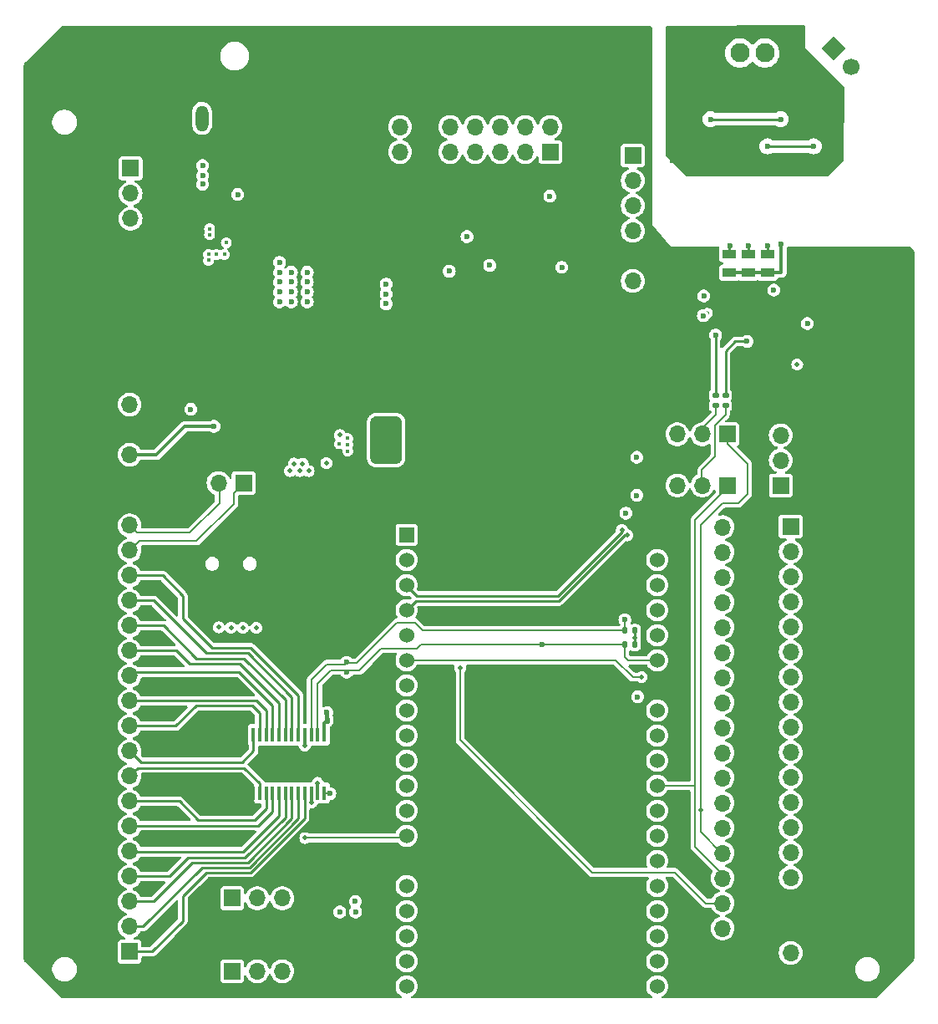
<source format=gbl>
%TF.GenerationSoftware,KiCad,Pcbnew,8.0.2*%
%TF.CreationDate,2024-05-28T09:54:10+02:00*%
%TF.ProjectId,esp_mini_open_brd,6573705f-6d69-46e6-995f-6f70656e5f62,rev?*%
%TF.SameCoordinates,Original*%
%TF.FileFunction,Copper,L4,Bot*%
%TF.FilePolarity,Positive*%
%FSLAX46Y46*%
G04 Gerber Fmt 4.6, Leading zero omitted, Abs format (unit mm)*
G04 Created by KiCad (PCBNEW 8.0.2) date 2024-05-28 09:54:10*
%MOMM*%
%LPD*%
G01*
G04 APERTURE LIST*
G04 Aperture macros list*
%AMRoundRect*
0 Rectangle with rounded corners*
0 $1 Rounding radius*
0 $2 $3 $4 $5 $6 $7 $8 $9 X,Y pos of 4 corners*
0 Add a 4 corners polygon primitive as box body*
4,1,4,$2,$3,$4,$5,$6,$7,$8,$9,$2,$3,0*
0 Add four circle primitives for the rounded corners*
1,1,$1+$1,$2,$3*
1,1,$1+$1,$4,$5*
1,1,$1+$1,$6,$7*
1,1,$1+$1,$8,$9*
0 Add four rect primitives between the rounded corners*
20,1,$1+$1,$2,$3,$4,$5,0*
20,1,$1+$1,$4,$5,$6,$7,0*
20,1,$1+$1,$6,$7,$8,$9,0*
20,1,$1+$1,$8,$9,$2,$3,0*%
%AMHorizOval*
0 Thick line with rounded ends*
0 $1 width*
0 $2 $3 position (X,Y) of the first rounded end (center of the circle)*
0 $4 $5 position (X,Y) of the second rounded end (center of the circle)*
0 Add line between two ends*
20,1,$1,$2,$3,$4,$5,0*
0 Add two circle primitives to create the rounded ends*
1,1,$1,$2,$3*
1,1,$1,$4,$5*%
%AMRotRect*
0 Rectangle, with rotation*
0 The origin of the aperture is its center*
0 $1 length*
0 $2 width*
0 $3 Rotation angle, in degrees counterclockwise*
0 Add horizontal line*
21,1,$1,$2,0,0,$3*%
G04 Aperture macros list end*
%TA.AperFunction,ComponentPad*%
%ADD10R,1.530000X1.530000*%
%TD*%
%TA.AperFunction,ComponentPad*%
%ADD11C,1.530000*%
%TD*%
%TA.AperFunction,ComponentPad*%
%ADD12O,1.308000X2.616000*%
%TD*%
%TA.AperFunction,ComponentPad*%
%ADD13C,1.950000*%
%TD*%
%TA.AperFunction,ComponentPad*%
%ADD14R,1.700000X1.700000*%
%TD*%
%TA.AperFunction,ComponentPad*%
%ADD15O,1.700000X1.700000*%
%TD*%
%TA.AperFunction,SMDPad,CuDef*%
%ADD16RoundRect,0.135000X-0.135000X-0.185000X0.135000X-0.185000X0.135000X0.185000X-0.135000X0.185000X0*%
%TD*%
%TA.AperFunction,SMDPad,CuDef*%
%ADD17RoundRect,0.140000X0.140000X0.170000X-0.140000X0.170000X-0.140000X-0.170000X0.140000X-0.170000X0*%
%TD*%
%TA.AperFunction,SMDPad,CuDef*%
%ADD18R,1.400000X0.950000*%
%TD*%
%TA.AperFunction,SMDPad,CuDef*%
%ADD19RoundRect,0.135000X0.185000X-0.135000X0.185000X0.135000X-0.185000X0.135000X-0.185000X-0.135000X0*%
%TD*%
%TA.AperFunction,SMDPad,CuDef*%
%ADD20R,0.450000X1.475000*%
%TD*%
%TA.AperFunction,ComponentPad*%
%ADD21RotRect,1.700000X1.700000X135.000000*%
%TD*%
%TA.AperFunction,ComponentPad*%
%ADD22HorizOval,1.700000X0.000000X0.000000X0.000000X0.000000X0*%
%TD*%
%TA.AperFunction,ComponentPad*%
%ADD23HorizOval,1.700000X0.000000X0.000000X0.000000X0.000000X0*%
%TD*%
%TA.AperFunction,ComponentPad*%
%ADD24RotRect,1.700000X1.700000X225.000000*%
%TD*%
%TA.AperFunction,ViaPad*%
%ADD25C,0.600000*%
%TD*%
%TA.AperFunction,ViaPad*%
%ADD26C,0.500000*%
%TD*%
%TA.AperFunction,ViaPad*%
%ADD27C,0.400000*%
%TD*%
%TA.AperFunction,Conductor*%
%ADD28C,0.200000*%
%TD*%
%TA.AperFunction,Conductor*%
%ADD29C,0.350000*%
%TD*%
%TA.AperFunction,Conductor*%
%ADD30C,0.250000*%
%TD*%
%TA.AperFunction,Conductor*%
%ADD31C,0.450000*%
%TD*%
%TA.AperFunction,Conductor*%
%ADD32C,0.150000*%
%TD*%
%TA.AperFunction,Conductor*%
%ADD33C,0.300000*%
%TD*%
G04 APERTURE END LIST*
D10*
X131678138Y-106313910D03*
D11*
X131678138Y-108853910D03*
X131678138Y-111393910D03*
X131678138Y-113933910D03*
X131678138Y-116473910D03*
X131678138Y-119013910D03*
X131678138Y-121553910D03*
X131678138Y-124093910D03*
X131678138Y-126633910D03*
X131678138Y-129173910D03*
X131678138Y-131713910D03*
X131678138Y-134253910D03*
X131678138Y-136793910D03*
X131678138Y-139333910D03*
X131678138Y-141873910D03*
X131678138Y-144413910D03*
X131678138Y-146953910D03*
X131678138Y-149493910D03*
X131678138Y-152033910D03*
X157078138Y-152033910D03*
X157078138Y-149493910D03*
X157078138Y-146953910D03*
X157078138Y-144413910D03*
X157078138Y-141873910D03*
X157078138Y-139333910D03*
X157078138Y-136793910D03*
X157078138Y-134253910D03*
X157078138Y-131713910D03*
X157078138Y-129173910D03*
X157078138Y-126633910D03*
X157078138Y-124093910D03*
X157078138Y-121553910D03*
X157078138Y-119013910D03*
X157078138Y-116473910D03*
X157078138Y-113933910D03*
X157078138Y-111393910D03*
X157078138Y-108853910D03*
X157078138Y-106313910D03*
D12*
X110950919Y-64126410D03*
X119550919Y-64126410D03*
X114350919Y-64126410D03*
X120450919Y-56826410D03*
X110550919Y-56826410D03*
D13*
X167997319Y-57513910D03*
X165457319Y-57513910D03*
D14*
X114005638Y-150513910D03*
D15*
X116545638Y-150513910D03*
X119085638Y-150513910D03*
D14*
X164205638Y-96113910D03*
D15*
X161665638Y-96113910D03*
X159125638Y-96113910D03*
D14*
X163705638Y-148713910D03*
D15*
X163705638Y-146173910D03*
X163705638Y-143633910D03*
X163705638Y-141093910D03*
X163705638Y-138553910D03*
X163705638Y-136013910D03*
X163705638Y-133473910D03*
X163705638Y-130933910D03*
X163705638Y-128393910D03*
X163705638Y-125853910D03*
X163705638Y-123313910D03*
X163705638Y-120773910D03*
X163705638Y-118233910D03*
X163705638Y-115693910D03*
X163705638Y-113153910D03*
X163705638Y-110613910D03*
X163705638Y-108073910D03*
X163705638Y-105533910D03*
D14*
X169605638Y-101313910D03*
D15*
X169605638Y-98773910D03*
X169605638Y-96233910D03*
D14*
X154605638Y-67893910D03*
D15*
X154605638Y-70433910D03*
X154605638Y-72973910D03*
X154605638Y-75513910D03*
X154605638Y-78053910D03*
X154605638Y-80593910D03*
D14*
X103705638Y-69193910D03*
D15*
X103705638Y-71733910D03*
X103705638Y-74273910D03*
X103705638Y-76813910D03*
D14*
X146255638Y-67538910D03*
D15*
X146255638Y-64998910D03*
X143715638Y-67538910D03*
X143715638Y-64998910D03*
X141175638Y-67538910D03*
X141175638Y-64998910D03*
X138635638Y-67538910D03*
X138635638Y-64998910D03*
X136095638Y-67538910D03*
X136095638Y-64998910D03*
X133555638Y-67538910D03*
X133555638Y-64998910D03*
X131015638Y-67538910D03*
X131015638Y-64998910D03*
D14*
X114005638Y-143113910D03*
D15*
X116545638Y-143113910D03*
X119085638Y-143113910D03*
D14*
X103605638Y-90573910D03*
D15*
X103605638Y-93113910D03*
X103605638Y-95653910D03*
X103605638Y-98193910D03*
D14*
X164205638Y-101313910D03*
D15*
X161665638Y-101313910D03*
X159125638Y-101313910D03*
D14*
X115155638Y-101063910D03*
D15*
X112615638Y-101063910D03*
D16*
X153795638Y-117413910D03*
X154815638Y-117413910D03*
D14*
X170605638Y-105473910D03*
D15*
X170605638Y-108013910D03*
X170605638Y-110553910D03*
X170605638Y-113093910D03*
X170605638Y-115633910D03*
X170605638Y-118173910D03*
X170605638Y-120713910D03*
X170605638Y-123253910D03*
X170605638Y-125793910D03*
X170605638Y-128333910D03*
X170605638Y-130873910D03*
X170605638Y-133413910D03*
X170605638Y-135953910D03*
X170605638Y-138493910D03*
X170605638Y-141033910D03*
X170605638Y-143573910D03*
X170605638Y-146113910D03*
X170605638Y-148653910D03*
D17*
X124585638Y-125088910D03*
X123625638Y-125088910D03*
D16*
X153795638Y-116013910D03*
X154815638Y-116013910D03*
D18*
X168251319Y-79763910D03*
X168251319Y-77863910D03*
X166320919Y-79763910D03*
X166320919Y-77863910D03*
X164415919Y-79763910D03*
X164415919Y-77863910D03*
D14*
X103605638Y-148533910D03*
D15*
X103605638Y-145993910D03*
X103605638Y-143453910D03*
X103605638Y-140913910D03*
X103605638Y-138373910D03*
X103605638Y-135833910D03*
X103605638Y-133293910D03*
X103605638Y-130753910D03*
X103605638Y-128213910D03*
X103605638Y-125673910D03*
X103605638Y-123133910D03*
X103605638Y-120593910D03*
X103605638Y-118053910D03*
X103605638Y-115513910D03*
X103605638Y-112973910D03*
X103605638Y-110433910D03*
X103605638Y-107893910D03*
X103605638Y-105353910D03*
D19*
X164005638Y-93223910D03*
X164005638Y-92203910D03*
D20*
X123305638Y-132451910D03*
X122655638Y-132451910D03*
X122005638Y-132451910D03*
X121355638Y-132451910D03*
X120705638Y-132451910D03*
X120055638Y-132451910D03*
X119405638Y-132451910D03*
X118755638Y-132451910D03*
X118105638Y-132451910D03*
X117455638Y-132451910D03*
X116805638Y-132451910D03*
X116155638Y-132451910D03*
X116155638Y-126575910D03*
X116805638Y-126575910D03*
X117455638Y-126575910D03*
X118105638Y-126575910D03*
X118755638Y-126575910D03*
X119405638Y-126575910D03*
X120055638Y-126575910D03*
X120705638Y-126575910D03*
X121355638Y-126575910D03*
X122005638Y-126575910D03*
X122655638Y-126575910D03*
X123305638Y-126575910D03*
D21*
X101157200Y-57162347D03*
D22*
X99361149Y-58958398D03*
D19*
X163005638Y-93223910D03*
X163005638Y-92203910D03*
D23*
X176726689Y-58884961D03*
D24*
X174930638Y-57088910D03*
D25*
X149965638Y-106873910D03*
X130205638Y-127033910D03*
X130735638Y-122823910D03*
X135475638Y-125093910D03*
X135475638Y-120303910D03*
X142465638Y-77443910D03*
X142395638Y-73053910D03*
X142465638Y-68693910D03*
X143595638Y-94113910D03*
X143615638Y-111293910D03*
X143615638Y-107173910D03*
X129745638Y-135693910D03*
X166865638Y-103913910D03*
X166455638Y-94373910D03*
X160385638Y-95023910D03*
X157105638Y-101753910D03*
X160495638Y-98423910D03*
X161635638Y-141073910D03*
X159525638Y-133623910D03*
X159005638Y-130683910D03*
X159915638Y-123643910D03*
X159335638Y-128493910D03*
X155505638Y-125313910D03*
X159325638Y-125673910D03*
X158905638Y-118963910D03*
X159895638Y-117113910D03*
X159445638Y-115083910D03*
X159365638Y-107603910D03*
X159485638Y-111573910D03*
X152765638Y-120873910D03*
X151625638Y-113643910D03*
X154665638Y-137983910D03*
X154665638Y-130083910D03*
X154675638Y-134253910D03*
X164105638Y-62709910D03*
X164105638Y-61693910D03*
X161705638Y-60339910D03*
X161705638Y-61355910D03*
X161705638Y-59323910D03*
X173275638Y-61063910D03*
X173415638Y-59153910D03*
X175345638Y-61183910D03*
X174245638Y-60093910D03*
X172415638Y-58093910D03*
X171565638Y-56187910D03*
X171565638Y-57203910D03*
X171565638Y-55171910D03*
X158715638Y-56227910D03*
X158715638Y-57243910D03*
X158715638Y-55211910D03*
X158665638Y-62157910D03*
X158665638Y-63173910D03*
X158665638Y-61141910D03*
X158635638Y-67347910D03*
X158635638Y-68363910D03*
X158635638Y-66331910D03*
X173875638Y-69253910D03*
X93605638Y-114843910D03*
X93605638Y-112303910D03*
X93605638Y-102913910D03*
X93605638Y-100373910D03*
X93605638Y-101643910D03*
X93605638Y-99103910D03*
X93605638Y-116113910D03*
X93605638Y-113573910D03*
X125805638Y-112213910D03*
X115123681Y-105495026D03*
X124535638Y-112213910D03*
X109128199Y-91588910D03*
X136705638Y-135513910D03*
X151605638Y-62513910D03*
X104805638Y-119113910D03*
X135105638Y-114513910D03*
X157405638Y-83413910D03*
X104805638Y-116713910D03*
X159905638Y-80213910D03*
X93605638Y-136313910D03*
X124450919Y-77558655D03*
X121605638Y-103913910D03*
X126305638Y-139213910D03*
X129455638Y-55313910D03*
X167355638Y-129513910D03*
X135405638Y-102513910D03*
X128185638Y-55313910D03*
X93605638Y-62893910D03*
X159605638Y-138613910D03*
D26*
X168725919Y-86098655D03*
D25*
X161820078Y-87414433D03*
X121508277Y-76152696D03*
X124605638Y-103913910D03*
X113851508Y-105508854D03*
X121605638Y-116413910D03*
X167357769Y-134713910D03*
X93605638Y-132503910D03*
X93605638Y-86443910D03*
X124450919Y-76288655D03*
X112805638Y-137113910D03*
X167330638Y-115913910D03*
X113030638Y-132388910D03*
X93605638Y-133773910D03*
X119805638Y-94113910D03*
X110205638Y-74888910D03*
X150605638Y-142913910D03*
X93605638Y-82633910D03*
X141205638Y-138613910D03*
X182005638Y-147043910D03*
X109105638Y-97413910D03*
X132280638Y-94513910D03*
X182005638Y-145773910D03*
X129305638Y-150413910D03*
X121995638Y-112213910D03*
X154205638Y-84713910D03*
X124375638Y-55313910D03*
X93605638Y-66703910D03*
X93605638Y-85173910D03*
X155805638Y-55303910D03*
X93605638Y-64163910D03*
X130725638Y-55313910D03*
X182005638Y-80053910D03*
X116594888Y-97423910D03*
X93605638Y-135043910D03*
X169505638Y-83413910D03*
X93605638Y-88983910D03*
X104805638Y-114263910D03*
X143065638Y-152513910D03*
X104605638Y-134513910D03*
X159805638Y-78313910D03*
X125720919Y-76288655D03*
X182005638Y-82593910D03*
X146875638Y-152513910D03*
X172405638Y-81513910D03*
X123780638Y-135863910D03*
X93605638Y-61623910D03*
X182005638Y-78783910D03*
X132865638Y-102513910D03*
X167357769Y-137413910D03*
X112598778Y-71206961D03*
X106853073Y-72161137D03*
X167357769Y-132213910D03*
X167355638Y-127113910D03*
X125720919Y-77558655D03*
X157405638Y-84683910D03*
X93605638Y-67973910D03*
X145605638Y-152513910D03*
X123855638Y-128588910D03*
X113905638Y-94313910D03*
X182005638Y-77513910D03*
X122680638Y-97988910D03*
X131595638Y-102513910D03*
X155805638Y-59113910D03*
X151805638Y-84713910D03*
X182005638Y-148313910D03*
X171405638Y-80113910D03*
X124305638Y-98413910D03*
X124805638Y-116413910D03*
X155805638Y-57843910D03*
X120047330Y-76185018D03*
D27*
X124080638Y-95650410D03*
D25*
X104582526Y-139614466D03*
X133205638Y-98513910D03*
X154535638Y-55303910D03*
X134135638Y-102513910D03*
X93605638Y-81363910D03*
X93600357Y-80259165D03*
X104563622Y-142204298D03*
X136705638Y-130613910D03*
X125645638Y-55313910D03*
X163005638Y-80113910D03*
X126915638Y-55313910D03*
X93605638Y-87713910D03*
X182005638Y-81323910D03*
X155805638Y-56573910D03*
X111905638Y-121563910D03*
X104805638Y-124513910D03*
X126605638Y-149413910D03*
X182005638Y-83863910D03*
X104805638Y-111713910D03*
X124805638Y-149413910D03*
X104695233Y-147066518D03*
X144335638Y-152513910D03*
X135105638Y-110713910D03*
X160472258Y-85446034D03*
X93605638Y-69243910D03*
X167357769Y-139713910D03*
X167330638Y-119538910D03*
X93605638Y-70513910D03*
X167405638Y-121913910D03*
X93605638Y-83903910D03*
X93605638Y-65433910D03*
X131995638Y-55313910D03*
X93605638Y-131233910D03*
X123265638Y-112213910D03*
X112105638Y-127213910D03*
X111005638Y-70799299D03*
X111005638Y-69913910D03*
X111005638Y-68913910D03*
D27*
X128705638Y-98413910D03*
X128555638Y-95145410D03*
D25*
X123605638Y-124313910D03*
D27*
X129155638Y-95145410D03*
X128555638Y-94545410D03*
X129155638Y-98745410D03*
X130724811Y-96369693D03*
X129155638Y-94545410D03*
X129355638Y-97545410D03*
D25*
X129605638Y-80913910D03*
D27*
X129355638Y-96945410D03*
X129955638Y-95745410D03*
X129955638Y-96345410D03*
X130355638Y-94545410D03*
X129755638Y-94545410D03*
X130724811Y-96989283D03*
X129955638Y-98145410D03*
X130714219Y-97561211D03*
D26*
X154815638Y-116713910D03*
D27*
X129355638Y-95745410D03*
X129355638Y-98145410D03*
X129955638Y-97545410D03*
D25*
X112155638Y-95313910D03*
D27*
X129755638Y-98745410D03*
X129355638Y-96345410D03*
X129955638Y-96945410D03*
D25*
X129605638Y-81913910D03*
D27*
X129755638Y-95145410D03*
D25*
X129605638Y-82913910D03*
D26*
X119855638Y-99850410D03*
X120855638Y-99850410D03*
D25*
X161805638Y-82113910D03*
X118805638Y-82713910D03*
D26*
X121755638Y-99850410D03*
D25*
X114555638Y-71838910D03*
X168908185Y-81524861D03*
X109805638Y-93605870D03*
X120005638Y-81713910D03*
X118805638Y-80713910D03*
X121605638Y-82713910D03*
D26*
X121155638Y-99100410D03*
D25*
X169663001Y-76903374D03*
X118805638Y-81713910D03*
D26*
X171275919Y-89073655D03*
D25*
X121605638Y-81713910D03*
X120005638Y-82713910D03*
X121605638Y-79713910D03*
X118805638Y-79713910D03*
X120005638Y-80713910D03*
X118805638Y-78713910D03*
D26*
X120255638Y-99100410D03*
D25*
X120005638Y-79713910D03*
X121605638Y-80713910D03*
X126490663Y-143428617D03*
D26*
X116430638Y-115738910D03*
X112630638Y-115678910D03*
X121405638Y-137013910D03*
X115075638Y-115723910D03*
D25*
X170892919Y-60128655D03*
X161748919Y-55213910D03*
X161748919Y-56229910D03*
X161748919Y-57245910D03*
X175405638Y-63189910D03*
X175405638Y-64713910D03*
X175405638Y-66237910D03*
X175405638Y-67761910D03*
X166320919Y-66732655D03*
X160505638Y-65213910D03*
X162485519Y-64218055D03*
X169597519Y-64218055D03*
D27*
X111707088Y-75313910D03*
X113405638Y-76713910D03*
X112405638Y-77913910D03*
X111605638Y-77913910D03*
X111605638Y-78513910D03*
X111707088Y-75913910D03*
X113205638Y-77913910D03*
D25*
X168251319Y-66961255D03*
X172950319Y-66961255D03*
X153805638Y-114913910D03*
X125605638Y-119213910D03*
X146205638Y-72013910D03*
X163005638Y-86082255D03*
X164441319Y-77022440D03*
X166193919Y-86722455D03*
X168251319Y-76992273D03*
D26*
X122655638Y-131438910D03*
X122030638Y-133438910D03*
X121355638Y-127638910D03*
X154051858Y-106363410D03*
X153505638Y-105813910D03*
D25*
X136005638Y-79613910D03*
X140105638Y-79013910D03*
D26*
X161505638Y-134213910D03*
X137105638Y-119813910D03*
D27*
X125705638Y-96525410D03*
X124880934Y-97094353D03*
X125705638Y-97825410D03*
X125705638Y-97150410D03*
D26*
X124905638Y-96205410D03*
X123545638Y-99045410D03*
D25*
X172305638Y-84913910D03*
X161774319Y-84113910D03*
X147405638Y-79213910D03*
X125605638Y-120213910D03*
X145405638Y-117413910D03*
X123905638Y-132513910D03*
D26*
X155505638Y-120713910D03*
D25*
X137805638Y-76113910D03*
X155105638Y-122713910D03*
X124905638Y-144513910D03*
X126505638Y-144513910D03*
X153905638Y-104113910D03*
X166359319Y-77026749D03*
X155018138Y-98463910D03*
D26*
X113880638Y-115713910D03*
D25*
X155018138Y-102313910D03*
D28*
X170475638Y-143483910D02*
X170605638Y-143483910D01*
D29*
X106325638Y-98193910D02*
X103605638Y-98193910D01*
X123350671Y-126530877D02*
X123350671Y-125363877D01*
X123350671Y-125363877D02*
X123625638Y-125088910D01*
D30*
X154815638Y-116713910D02*
X154775638Y-116753910D01*
D29*
X123305638Y-126575910D02*
X123350671Y-126530877D01*
D28*
X154815638Y-117413910D02*
X154815638Y-116713910D01*
D30*
X154815638Y-116013910D02*
X154815638Y-117413910D01*
D31*
X123625638Y-125088910D02*
X123605638Y-125068910D01*
D29*
X109205638Y-95313910D02*
X106325638Y-98193910D01*
X112155638Y-95313910D02*
X109205638Y-95313910D01*
D31*
X123605638Y-125068910D02*
X123605638Y-124313910D01*
D29*
X169655638Y-79763910D02*
X168251319Y-79763910D01*
X166320919Y-79763910D02*
X164415919Y-79763910D01*
X169663001Y-79756547D02*
X169655638Y-79763910D01*
X169663001Y-76903374D02*
X169663001Y-79756547D01*
X168251319Y-79763910D02*
X166320919Y-79763910D01*
D28*
X121405638Y-137013910D02*
X131458138Y-137013910D01*
X131458138Y-137013910D02*
X131678138Y-136793910D01*
D30*
X162485519Y-64218055D02*
X169597519Y-64218055D01*
X172950319Y-66961255D02*
X168251319Y-66961255D01*
D28*
X153805638Y-116003910D02*
X153795638Y-116013910D01*
X125405638Y-119413910D02*
X123605638Y-119413910D01*
X153795638Y-116013910D02*
X133305638Y-116013910D01*
X133305638Y-116013910D02*
X132505638Y-115213910D01*
X123605638Y-119413910D02*
X122005638Y-121013910D01*
X114155638Y-102063910D02*
X115155638Y-101063910D01*
X103605638Y-107893910D02*
X104585638Y-106913910D01*
X114155638Y-103163910D02*
X114155638Y-102063910D01*
X125605638Y-119213910D02*
X125405638Y-119413910D01*
X125705638Y-119313910D02*
X125605638Y-119213910D01*
X132505638Y-115213910D02*
X130705638Y-115213910D01*
X153805638Y-114913910D02*
X153805638Y-116003910D01*
X122005638Y-121013910D02*
X122005638Y-126575910D01*
X104585638Y-106913910D02*
X110405638Y-106913910D01*
X130705638Y-115213910D02*
X126605638Y-119313910D01*
X126605638Y-119313910D02*
X125705638Y-119313910D01*
X110405638Y-106913910D02*
X114155638Y-103163910D01*
D32*
X163005638Y-93223910D02*
X163005638Y-94113910D01*
X163005638Y-94113910D02*
X161665638Y-95453910D01*
X161665638Y-95453910D02*
X161665638Y-96113910D01*
X164005638Y-94113910D02*
X162919910Y-95199638D01*
X161605638Y-99713910D02*
X161605638Y-101253910D01*
X162919910Y-95199638D02*
X162919910Y-98399638D01*
X164005638Y-93223910D02*
X164005638Y-94113910D01*
X162919910Y-98399638D02*
X161605638Y-99713910D01*
X161605638Y-101253910D02*
X161665638Y-101313910D01*
D30*
X163005638Y-86082255D02*
X163005638Y-92203910D01*
X164441319Y-77022440D02*
X164415919Y-77047840D01*
X164415919Y-77047840D02*
X164415919Y-77863910D01*
X166193919Y-86722455D02*
X164997093Y-86722455D01*
X164005638Y-87713910D02*
X164005638Y-92203910D01*
X164997093Y-86722455D02*
X164005638Y-87713910D01*
X168251319Y-76992273D02*
X168251319Y-77863910D01*
D33*
X122655638Y-132451910D02*
X122655638Y-131438910D01*
X122005638Y-133413910D02*
X122030638Y-133438910D01*
X122005638Y-132451910D02*
X122005638Y-133413910D01*
D30*
X121355638Y-132338910D02*
X121355638Y-135035290D01*
X121355638Y-135035290D02*
X115877018Y-140513910D01*
X109005638Y-145413910D02*
X105885638Y-148533910D01*
X111355638Y-140513910D02*
X109005638Y-142863910D01*
X109005638Y-142863910D02*
X109005638Y-145413910D01*
X115877018Y-140513910D02*
X111355638Y-140513910D01*
X105885638Y-148533910D02*
X103605638Y-148533910D01*
X120705638Y-135049600D02*
X115741328Y-140013910D01*
X110955638Y-140013910D02*
X104975638Y-145993910D01*
X115741328Y-140013910D02*
X110955638Y-140013910D01*
X120705638Y-132451910D02*
X120705638Y-135049600D01*
X104975638Y-145993910D02*
X103605638Y-145993910D01*
X106015638Y-143453910D02*
X103605638Y-143453910D01*
X109955638Y-139513910D02*
X106015638Y-143453910D01*
X120055638Y-135063910D02*
X115605638Y-139513910D01*
X115605638Y-139513910D02*
X109955638Y-139513910D01*
X120055638Y-132451910D02*
X120055638Y-135063910D01*
X119405638Y-134913910D02*
X115305638Y-139013910D01*
X109555638Y-139013910D02*
X107655638Y-140913910D01*
X115305638Y-139013910D02*
X109555638Y-139013910D01*
X107655638Y-140913910D02*
X103605638Y-140913910D01*
X119405638Y-132451910D02*
X119405638Y-134913910D01*
X118755638Y-134763910D02*
X115105638Y-138413910D01*
X118755638Y-132451910D02*
X118755638Y-134763910D01*
X115105638Y-138413910D02*
X103645638Y-138413910D01*
X103645638Y-138413910D02*
X103605638Y-138373910D01*
X118105638Y-134313910D02*
X116655638Y-135763910D01*
X116655638Y-135763910D02*
X103675638Y-135763910D01*
X103675638Y-135763910D02*
X103605638Y-135833910D01*
X118105638Y-132451910D02*
X118105638Y-134313910D01*
X116255638Y-135213910D02*
X110555638Y-135213910D01*
X108635638Y-133293910D02*
X103605638Y-133293910D01*
X117455638Y-132451910D02*
X117455638Y-134013910D01*
X117455638Y-134013910D02*
X116255638Y-135213910D01*
X110555638Y-135213910D02*
X108635638Y-133293910D01*
X115230138Y-129913910D02*
X104445638Y-129913910D01*
X116805638Y-131489410D02*
X115230138Y-129913910D01*
X104445638Y-129913910D02*
X103605638Y-130753910D01*
X116805638Y-132451910D02*
X116805638Y-131489410D01*
X115005638Y-129363910D02*
X116155638Y-128213910D01*
X103605638Y-128213910D02*
X104755638Y-129363910D01*
X104755638Y-129363910D02*
X115005638Y-129363910D01*
X116155638Y-128213910D02*
X116155638Y-126575910D01*
X108280638Y-125663910D02*
X110330638Y-123613910D01*
X103605638Y-125673910D02*
X103615638Y-125663910D01*
X116805638Y-124363910D02*
X116805638Y-126575910D01*
X103615638Y-125663910D02*
X108280638Y-125663910D01*
X110330638Y-123613910D02*
X116055638Y-123613910D01*
X116055638Y-123613910D02*
X116805638Y-124363910D01*
X116475638Y-123133910D02*
X117455638Y-124113910D01*
X103605638Y-123133910D02*
X116475638Y-123133910D01*
X117455638Y-124113910D02*
X117455638Y-126575910D01*
X103985638Y-120213910D02*
X114705638Y-120213910D01*
X114705638Y-120213910D02*
X118105638Y-123613910D01*
X118105638Y-123613910D02*
X118105638Y-126575910D01*
X103605638Y-120593910D02*
X103985638Y-120213910D01*
X103605638Y-118053910D02*
X108345638Y-118053910D01*
X118755638Y-123313910D02*
X118755638Y-126575910D01*
X114805638Y-119363910D02*
X118755638Y-123313910D01*
X109655638Y-119363910D02*
X114805638Y-119363910D01*
X108345638Y-118053910D02*
X109655638Y-119363910D01*
X107030638Y-115513910D02*
X110355638Y-118838910D01*
X110355638Y-118838910D02*
X115230638Y-118838910D01*
X119405638Y-123013910D02*
X119405638Y-126575910D01*
X103605638Y-115513910D02*
X107030638Y-115513910D01*
X115230638Y-118838910D02*
X119405638Y-123013910D01*
X115580638Y-118288910D02*
X120055638Y-122763910D01*
X120055638Y-122763910D02*
X120055638Y-126575910D01*
X106065638Y-112973910D02*
X111380638Y-118288910D01*
X103605638Y-112973910D02*
X106065638Y-112973910D01*
X111380638Y-118288910D02*
X115580638Y-118288910D01*
X120705638Y-122563910D02*
X120705638Y-126575910D01*
X103605638Y-110433910D02*
X106950638Y-110433910D01*
X109005638Y-114788910D02*
X111980638Y-117763910D01*
X111980638Y-117763910D02*
X115905638Y-117763910D01*
X109005638Y-112488910D02*
X109005638Y-114788910D01*
X106950638Y-110433910D02*
X109005638Y-112488910D01*
X115905638Y-117763910D02*
X120705638Y-122563910D01*
D33*
X121355638Y-126575910D02*
X121355638Y-127638910D01*
D30*
X132598138Y-113013910D02*
X131678138Y-113933910D01*
X153769311Y-106363410D02*
X147118811Y-113013910D01*
X147118811Y-113013910D02*
X132598138Y-113013910D01*
X154051858Y-106363410D02*
X153769311Y-106363410D01*
X131678138Y-111486410D02*
X131678138Y-111393910D01*
X147007415Y-112488910D02*
X132680638Y-112488910D01*
X153505638Y-105813910D02*
X153505638Y-105990687D01*
X153505638Y-105990687D02*
X147007415Y-112488910D01*
X132680638Y-112488910D02*
X131678138Y-111486410D01*
D28*
X161505638Y-134213910D02*
X161505638Y-136413910D01*
X161505638Y-105313910D02*
X163705638Y-103113910D01*
X164205638Y-97113910D02*
X164205638Y-96113910D01*
X163645638Y-138553910D02*
X163705638Y-138553910D01*
X161505638Y-136413910D02*
X163645638Y-138553910D01*
X166205638Y-99113910D02*
X164205638Y-97113910D01*
X166205638Y-102213910D02*
X166205638Y-99113910D01*
X161505638Y-134213910D02*
X161505638Y-105313910D01*
X163705638Y-103113910D02*
X165305638Y-103113910D01*
X165305638Y-103113910D02*
X166205638Y-102213910D01*
X150505638Y-140513910D02*
X158905638Y-140513910D01*
X137105638Y-127113910D02*
X150505638Y-140513910D01*
X162025638Y-143633910D02*
X163705638Y-143633910D01*
X158905638Y-140513910D02*
X162025638Y-143633910D01*
X137105638Y-119813910D02*
X137105638Y-127113910D01*
X154105638Y-119013910D02*
X157078138Y-119013910D01*
X125605638Y-120213910D02*
X125805638Y-120013910D01*
X124005638Y-120013910D02*
X122655638Y-121363910D01*
X122655638Y-121363910D02*
X122655638Y-126575910D01*
X133105638Y-117413910D02*
X145405638Y-117413910D01*
X153795638Y-117413910D02*
X153795638Y-118703910D01*
X125605638Y-120213910D02*
X125405638Y-120013910D01*
X112615638Y-101063910D02*
X112705638Y-101153910D01*
X132705638Y-117813910D02*
X133105638Y-117413910D01*
X125805638Y-120013910D02*
X126905638Y-120013910D01*
X112705638Y-101153910D02*
X112705638Y-103113910D01*
X125405638Y-120013910D02*
X124005638Y-120013910D01*
X112705638Y-103113910D02*
X109705638Y-106113910D01*
X109705638Y-106113910D02*
X104365638Y-106113910D01*
X129105638Y-117813910D02*
X132705638Y-117813910D01*
X104365638Y-106113910D02*
X103605638Y-105353910D01*
X145405638Y-117413910D02*
X153795638Y-117413910D01*
X126905638Y-120013910D02*
X129105638Y-117813910D01*
X153795638Y-118703910D02*
X154105638Y-119013910D01*
X164205638Y-101513910D02*
X160905638Y-104813910D01*
X157078138Y-131713910D02*
X160905638Y-131713910D01*
X160905638Y-137913910D02*
X163705638Y-140713910D01*
X163705638Y-140713910D02*
X163705638Y-141093910D01*
X160905638Y-131713910D02*
X160905638Y-137913910D01*
X164205638Y-101313910D02*
X164205638Y-101513910D01*
X160905638Y-104813910D02*
X160905638Y-131713910D01*
X123905638Y-132513910D02*
X123843638Y-132451910D01*
X123843638Y-132451910D02*
X123305638Y-132451910D01*
X155505638Y-120713910D02*
X154605638Y-120713910D01*
X152905638Y-119013910D02*
X131678138Y-119013910D01*
X154605638Y-120713910D02*
X152905638Y-119013910D01*
D30*
X166359319Y-77026749D02*
X166320919Y-77065149D01*
X166320919Y-77065149D02*
X166320919Y-77863910D01*
%TA.AperFunction,Conductor*%
G36*
X130612071Y-94314757D02*
G01*
X130748012Y-94332654D01*
X130772966Y-94339341D01*
X130893599Y-94389308D01*
X130915974Y-94402226D01*
X131019561Y-94481711D01*
X131037836Y-94499986D01*
X131117319Y-94603570D01*
X131130241Y-94625952D01*
X131180205Y-94746577D01*
X131186894Y-94771539D01*
X131204791Y-94907475D01*
X131205638Y-94920398D01*
X131205638Y-98507421D01*
X131204791Y-98520344D01*
X131186894Y-98656280D01*
X131180205Y-98681242D01*
X131130241Y-98801867D01*
X131117319Y-98824249D01*
X131037836Y-98927833D01*
X131019561Y-98946108D01*
X130915977Y-99025591D01*
X130893595Y-99038513D01*
X130772970Y-99088477D01*
X130748008Y-99095166D01*
X130662348Y-99106443D01*
X130612070Y-99113063D01*
X130599149Y-99113910D01*
X128612127Y-99113910D01*
X128599205Y-99113063D01*
X128463268Y-99095166D01*
X128438305Y-99088477D01*
X128317680Y-99038513D01*
X128295298Y-99025591D01*
X128191714Y-98946108D01*
X128173439Y-98927833D01*
X128093956Y-98824249D01*
X128081036Y-98801871D01*
X128031069Y-98681238D01*
X128024382Y-98656284D01*
X128006485Y-98520343D01*
X128005638Y-98507421D01*
X128005638Y-94920398D01*
X128006485Y-94907476D01*
X128006485Y-94907475D01*
X128024382Y-94771533D01*
X128031068Y-94746583D01*
X128081037Y-94625945D01*
X128093952Y-94603576D01*
X128173442Y-94499982D01*
X128191710Y-94481714D01*
X128295304Y-94402224D01*
X128317673Y-94389309D01*
X128438311Y-94339340D01*
X128463261Y-94332654D01*
X128599205Y-94314757D01*
X128612127Y-94313910D01*
X130599149Y-94313910D01*
X130612071Y-94314757D01*
G37*
%TD.AperFunction*%
%TA.AperFunction,NonConductor*%
G36*
X162140764Y-83672407D02*
G01*
X162150360Y-83675860D01*
X162192872Y-83686971D01*
X162241332Y-83695123D01*
X162297796Y-83700143D01*
X162352921Y-83701561D01*
X162361102Y-83705199D01*
X162364319Y-83713257D01*
X162364319Y-83940452D01*
X162360892Y-83948725D01*
X162352920Y-83952148D01*
X162311729Y-83953207D01*
X162303370Y-83949994D01*
X162300621Y-83945990D01*
X162276222Y-83887086D01*
X162255184Y-83836293D01*
X162255181Y-83836289D01*
X162255180Y-83836285D01*
X162166940Y-83721289D01*
X162129681Y-83692699D01*
X162125204Y-83684944D01*
X162127522Y-83676294D01*
X162135277Y-83671817D01*
X162140764Y-83672407D01*
G37*
%TD.AperFunction*%
%TA.AperFunction,Conductor*%
G36*
X172047879Y-54733628D02*
G01*
X172094432Y-54787232D01*
X172105877Y-54839716D01*
X172105637Y-57013910D01*
X175993303Y-60876813D01*
X176027527Y-60939017D01*
X176030493Y-60966539D01*
X176010262Y-68330356D01*
X175990072Y-68398422D01*
X175971606Y-68420823D01*
X174362235Y-69968710D01*
X174299272Y-70001516D01*
X174274861Y-70003897D01*
X160176522Y-70000504D01*
X160108406Y-69980486D01*
X160089045Y-69965160D01*
X157992187Y-67941155D01*
X157957066Y-67879454D01*
X157953694Y-67850336D01*
X157954842Y-66961255D01*
X167437703Y-66961255D01*
X167458102Y-67142302D01*
X167458102Y-67142304D01*
X167458103Y-67142305D01*
X167518276Y-67314270D01*
X167518277Y-67314273D01*
X167615206Y-67468534D01*
X167615207Y-67468536D01*
X167744037Y-67597366D01*
X167744039Y-67597367D01*
X167898300Y-67694296D01*
X167898301Y-67694296D01*
X167898304Y-67694298D01*
X168070272Y-67754472D01*
X168251319Y-67774871D01*
X168432366Y-67754472D01*
X168604334Y-67694298D01*
X168673126Y-67651072D01*
X168732020Y-67614068D01*
X168799056Y-67594755D01*
X172402582Y-67594755D01*
X172469618Y-67614068D01*
X172577763Y-67682019D01*
X172597304Y-67694298D01*
X172769272Y-67754472D01*
X172950319Y-67774871D01*
X173131366Y-67754472D01*
X173303334Y-67694298D01*
X173457600Y-67597366D01*
X173586430Y-67468536D01*
X173683362Y-67314270D01*
X173743536Y-67142302D01*
X173763935Y-66961255D01*
X173743536Y-66780208D01*
X173683362Y-66608240D01*
X173683360Y-66608237D01*
X173683360Y-66608236D01*
X173586431Y-66453975D01*
X173586430Y-66453973D01*
X173457600Y-66325143D01*
X173457598Y-66325142D01*
X173303337Y-66228213D01*
X173303334Y-66228212D01*
X173131369Y-66168039D01*
X173131368Y-66168038D01*
X173131366Y-66168038D01*
X172950319Y-66147639D01*
X172769272Y-66168038D01*
X172769269Y-66168038D01*
X172769268Y-66168039D01*
X172597303Y-66228212D01*
X172597301Y-66228213D01*
X172469618Y-66308442D01*
X172402582Y-66327755D01*
X168799056Y-66327755D01*
X168732020Y-66308442D01*
X168604336Y-66228213D01*
X168604334Y-66228212D01*
X168432369Y-66168039D01*
X168432368Y-66168038D01*
X168432366Y-66168038D01*
X168251319Y-66147639D01*
X168070272Y-66168038D01*
X168070269Y-66168038D01*
X168070268Y-66168039D01*
X167898303Y-66228212D01*
X167898300Y-66228213D01*
X167744039Y-66325142D01*
X167744037Y-66325143D01*
X167615207Y-66453973D01*
X167615206Y-66453975D01*
X167518277Y-66608236D01*
X167518276Y-66608239D01*
X167518276Y-66608240D01*
X167458102Y-66780208D01*
X167437703Y-66961255D01*
X157954842Y-66961255D01*
X157958385Y-64218055D01*
X161671903Y-64218055D01*
X161692302Y-64399102D01*
X161692302Y-64399104D01*
X161692303Y-64399105D01*
X161752476Y-64571070D01*
X161752477Y-64571073D01*
X161849406Y-64725334D01*
X161849407Y-64725336D01*
X161978237Y-64854166D01*
X161978239Y-64854167D01*
X162132500Y-64951096D01*
X162132501Y-64951096D01*
X162132504Y-64951098D01*
X162304472Y-65011272D01*
X162485519Y-65031671D01*
X162666566Y-65011272D01*
X162838534Y-64951098D01*
X162907326Y-64907872D01*
X162966220Y-64870868D01*
X163033256Y-64851555D01*
X169049782Y-64851555D01*
X169116818Y-64870868D01*
X169224963Y-64938819D01*
X169244504Y-64951098D01*
X169416472Y-65011272D01*
X169597519Y-65031671D01*
X169778566Y-65011272D01*
X169950534Y-64951098D01*
X170104800Y-64854166D01*
X170233630Y-64725336D01*
X170330562Y-64571070D01*
X170390736Y-64399102D01*
X170411135Y-64218055D01*
X170390736Y-64037008D01*
X170330562Y-63865040D01*
X170330560Y-63865037D01*
X170330560Y-63865036D01*
X170233631Y-63710775D01*
X170233630Y-63710773D01*
X170104800Y-63581943D01*
X170104798Y-63581942D01*
X169950537Y-63485013D01*
X169950534Y-63485012D01*
X169778569Y-63424839D01*
X169778568Y-63424838D01*
X169778566Y-63424838D01*
X169597519Y-63404439D01*
X169416472Y-63424838D01*
X169416469Y-63424838D01*
X169416468Y-63424839D01*
X169244503Y-63485012D01*
X169244501Y-63485013D01*
X169116818Y-63565242D01*
X169049782Y-63584555D01*
X163033256Y-63584555D01*
X162966220Y-63565242D01*
X162838536Y-63485013D01*
X162838534Y-63485012D01*
X162666569Y-63424839D01*
X162666568Y-63424838D01*
X162666566Y-63424838D01*
X162485519Y-63404439D01*
X162304472Y-63424838D01*
X162304469Y-63424838D01*
X162304468Y-63424839D01*
X162132503Y-63485012D01*
X162132500Y-63485013D01*
X161978239Y-63581942D01*
X161978237Y-63581943D01*
X161849407Y-63710773D01*
X161849406Y-63710775D01*
X161752477Y-63865036D01*
X161752476Y-63865039D01*
X161752476Y-63865040D01*
X161692302Y-64037008D01*
X161671903Y-64218055D01*
X157958385Y-64218055D01*
X157967044Y-57513910D01*
X163968735Y-57513910D01*
X163989037Y-57758927D01*
X163989038Y-57758933D01*
X164049390Y-57997250D01*
X164049391Y-57997252D01*
X164148148Y-58222398D01*
X164157146Y-58236170D01*
X164282616Y-58428216D01*
X164370843Y-58524057D01*
X164449128Y-58609097D01*
X164546582Y-58684948D01*
X164643140Y-58760102D01*
X164643141Y-58760103D01*
X164859362Y-58877116D01*
X164859364Y-58877117D01*
X164981450Y-58919028D01*
X165091893Y-58956944D01*
X165334393Y-58997410D01*
X165334397Y-58997410D01*
X165580241Y-58997410D01*
X165580245Y-58997410D01*
X165822745Y-58956944D01*
X166055276Y-58877116D01*
X166271497Y-58760103D01*
X166465510Y-58609097D01*
X166632021Y-58428217D01*
X166632023Y-58428213D01*
X166634617Y-58425396D01*
X166695470Y-58388825D01*
X166766435Y-58390958D01*
X166820021Y-58425396D01*
X166822614Y-58428213D01*
X166822617Y-58428217D01*
X166989128Y-58609097D01*
X167086582Y-58684948D01*
X167183140Y-58760102D01*
X167183141Y-58760103D01*
X167399362Y-58877116D01*
X167399364Y-58877117D01*
X167521450Y-58919028D01*
X167631893Y-58956944D01*
X167874393Y-58997410D01*
X167874397Y-58997410D01*
X168120241Y-58997410D01*
X168120245Y-58997410D01*
X168362745Y-58956944D01*
X168595276Y-58877116D01*
X168811497Y-58760103D01*
X169005510Y-58609097D01*
X169172021Y-58428217D01*
X169306490Y-58222398D01*
X169405247Y-57997252D01*
X169434670Y-57881062D01*
X169465599Y-57758933D01*
X169465600Y-57758927D01*
X169465600Y-57758926D01*
X169465601Y-57758923D01*
X169485903Y-57513910D01*
X169465601Y-57268897D01*
X169465600Y-57268892D01*
X169465599Y-57268886D01*
X169405247Y-57030569D01*
X169367352Y-56944176D01*
X169306490Y-56805422D01*
X169172021Y-56599603D01*
X169005510Y-56418723D01*
X168811497Y-56267717D01*
X168811496Y-56267716D01*
X168595275Y-56150703D01*
X168595273Y-56150702D01*
X168362749Y-56070877D01*
X168362742Y-56070875D01*
X168258957Y-56053557D01*
X168120245Y-56030410D01*
X167874393Y-56030410D01*
X167753035Y-56050661D01*
X167631895Y-56070875D01*
X167631888Y-56070877D01*
X167399364Y-56150702D01*
X167399362Y-56150703D01*
X167183141Y-56267716D01*
X167183140Y-56267717D01*
X166989121Y-56418728D01*
X166820020Y-56602423D01*
X166759168Y-56638994D01*
X166688203Y-56636861D01*
X166634618Y-56602423D01*
X166465516Y-56418728D01*
X166271497Y-56267717D01*
X166271496Y-56267716D01*
X166055275Y-56150703D01*
X166055273Y-56150702D01*
X165822749Y-56070877D01*
X165822742Y-56070875D01*
X165718957Y-56053557D01*
X165580245Y-56030410D01*
X165334393Y-56030410D01*
X165213035Y-56050661D01*
X165091895Y-56070875D01*
X165091888Y-56070877D01*
X164859364Y-56150702D01*
X164859362Y-56150703D01*
X164643141Y-56267716D01*
X164643140Y-56267717D01*
X164449125Y-56418725D01*
X164282616Y-56599603D01*
X164148148Y-56805422D01*
X164049390Y-57030569D01*
X163989038Y-57268886D01*
X163989037Y-57268892D01*
X163968735Y-57513910D01*
X157967044Y-57513910D01*
X157970478Y-54855050D01*
X157990567Y-54786960D01*
X158044283Y-54740537D01*
X158096332Y-54729218D01*
X171979740Y-54713703D01*
X172047879Y-54733628D01*
G37*
%TD.AperFunction*%
%TA.AperFunction,Conductor*%
G36*
X108448170Y-143298003D02*
G01*
X108505006Y-143340550D01*
X108529817Y-143407070D01*
X108530138Y-143416059D01*
X108530138Y-145164761D01*
X108510136Y-145232882D01*
X108493233Y-145253856D01*
X105725584Y-148021505D01*
X105663272Y-148055531D01*
X105636489Y-148058410D01*
X104932138Y-148058410D01*
X104864017Y-148038408D01*
X104817524Y-147984752D01*
X104806138Y-147932410D01*
X104806138Y-147650654D01*
X104806138Y-147650650D01*
X104796211Y-147582517D01*
X104744836Y-147477427D01*
X104744834Y-147477424D01*
X104662123Y-147394713D01*
X104662120Y-147394711D01*
X104557032Y-147343337D01*
X104488899Y-147333410D01*
X104488898Y-147333410D01*
X104145289Y-147333410D01*
X104077168Y-147313408D01*
X104030675Y-147259752D01*
X104020571Y-147189478D01*
X104050065Y-147124898D01*
X104099772Y-147089919D01*
X104108513Y-147086532D01*
X104143039Y-147073157D01*
X104332200Y-146956034D01*
X104496619Y-146806146D01*
X104630696Y-146628599D01*
X104630697Y-146628595D01*
X104630699Y-146628594D01*
X104675189Y-146539247D01*
X104723458Y-146487183D01*
X104787979Y-146469410D01*
X105038239Y-146469410D01*
X105159174Y-146437005D01*
X105172295Y-146429430D01*
X105231157Y-146395446D01*
X105267602Y-146374405D01*
X108315043Y-143326964D01*
X108377355Y-143292938D01*
X108448170Y-143298003D01*
G37*
%TD.AperFunction*%
%TA.AperFunction,Conductor*%
G36*
X107171610Y-141409412D02*
G01*
X107218103Y-141463068D01*
X107228207Y-141533342D01*
X107198713Y-141597922D01*
X107192584Y-141604505D01*
X105855584Y-142941505D01*
X105793272Y-142975531D01*
X105766489Y-142978410D01*
X104787979Y-142978410D01*
X104719858Y-142958408D01*
X104675189Y-142908573D01*
X104630699Y-142819225D01*
X104630695Y-142819220D01*
X104496620Y-142641674D01*
X104332199Y-142491785D01*
X104332198Y-142491784D01*
X104143050Y-142374669D01*
X104143043Y-142374665D01*
X104143039Y-142374663D01*
X104134394Y-142371314D01*
X103953929Y-142301401D01*
X103897634Y-142258142D01*
X103873664Y-142191314D01*
X103889628Y-142122136D01*
X103940459Y-142072570D01*
X103953929Y-142066419D01*
X104035884Y-142034669D01*
X104143039Y-141993157D01*
X104332200Y-141876034D01*
X104496619Y-141726146D01*
X104630696Y-141548599D01*
X104630697Y-141548595D01*
X104630699Y-141548594D01*
X104675189Y-141459247D01*
X104723458Y-141407183D01*
X104787979Y-141389410D01*
X107103489Y-141389410D01*
X107171610Y-141409412D01*
G37*
%TD.AperFunction*%
%TA.AperFunction,Conductor*%
G36*
X108771610Y-138909412D02*
G01*
X108818103Y-138963068D01*
X108828207Y-139033342D01*
X108798713Y-139097922D01*
X108792584Y-139104505D01*
X107495584Y-140401505D01*
X107433272Y-140435531D01*
X107406489Y-140438410D01*
X104787979Y-140438410D01*
X104719858Y-140418408D01*
X104675189Y-140368573D01*
X104630699Y-140279225D01*
X104630695Y-140279220D01*
X104496620Y-140101674D01*
X104332199Y-139951785D01*
X104332198Y-139951784D01*
X104143050Y-139834669D01*
X104143043Y-139834665D01*
X104143039Y-139834663D01*
X103955826Y-139762136D01*
X103953929Y-139761401D01*
X103897634Y-139718142D01*
X103873664Y-139651314D01*
X103889628Y-139582136D01*
X103940459Y-139532570D01*
X103953929Y-139526419D01*
X103991358Y-139511918D01*
X104143039Y-139453157D01*
X104332200Y-139336034D01*
X104496619Y-139186146D01*
X104630696Y-139008599D01*
X104655270Y-138959246D01*
X104703539Y-138907184D01*
X104768061Y-138889410D01*
X108703489Y-138889410D01*
X108771610Y-138909412D01*
G37*
%TD.AperFunction*%
%TA.AperFunction,Conductor*%
G36*
X116371611Y-136259412D02*
G01*
X116418104Y-136313068D01*
X116428208Y-136383342D01*
X116398714Y-136447922D01*
X116392586Y-136454503D01*
X115668947Y-137178142D01*
X114945584Y-137901505D01*
X114883272Y-137935531D01*
X114856489Y-137938410D01*
X104807897Y-137938410D01*
X104739776Y-137918408D01*
X104695107Y-137868573D01*
X104630699Y-137739225D01*
X104630695Y-137739220D01*
X104496620Y-137561674D01*
X104332199Y-137411785D01*
X104332198Y-137411784D01*
X104143050Y-137294669D01*
X104143043Y-137294665D01*
X104143039Y-137294663D01*
X103955826Y-137222136D01*
X103953929Y-137221401D01*
X103897634Y-137178142D01*
X103873664Y-137111314D01*
X103889628Y-137042136D01*
X103940459Y-136992570D01*
X103953929Y-136986419D01*
X103991358Y-136971918D01*
X104143039Y-136913157D01*
X104332200Y-136796034D01*
X104496619Y-136646146D01*
X104630696Y-136468599D01*
X104630697Y-136468595D01*
X104630699Y-136468594D01*
X104710045Y-136309247D01*
X104758314Y-136257183D01*
X104822835Y-136239410D01*
X116303490Y-136239410D01*
X116371611Y-136259412D01*
G37*
%TD.AperFunction*%
%TA.AperFunction,Conductor*%
G36*
X108454610Y-133789412D02*
G01*
X108475584Y-133806315D01*
X109742584Y-135073315D01*
X109776610Y-135135627D01*
X109771545Y-135206442D01*
X109728998Y-135263278D01*
X109662478Y-135288089D01*
X109653489Y-135288410D01*
X104753123Y-135288410D01*
X104685002Y-135268408D01*
X104640333Y-135218573D01*
X104630699Y-135199225D01*
X104630695Y-135199220D01*
X104496620Y-135021674D01*
X104332199Y-134871785D01*
X104332198Y-134871784D01*
X104143050Y-134754669D01*
X104143043Y-134754665D01*
X104143039Y-134754663D01*
X104119862Y-134745684D01*
X103953929Y-134681401D01*
X103897634Y-134638142D01*
X103873664Y-134571314D01*
X103889628Y-134502136D01*
X103940459Y-134452570D01*
X103953929Y-134446419D01*
X103991358Y-134431918D01*
X104143039Y-134373157D01*
X104332200Y-134256034D01*
X104496619Y-134106146D01*
X104630696Y-133928599D01*
X104630697Y-133928595D01*
X104630699Y-133928594D01*
X104675189Y-133839247D01*
X104723458Y-133787183D01*
X104787979Y-133769410D01*
X108386489Y-133769410D01*
X108454610Y-133789412D01*
G37*
%TD.AperFunction*%
%TA.AperFunction,Conductor*%
G36*
X115049110Y-130409412D02*
G01*
X115070084Y-130426315D01*
X116197488Y-131553719D01*
X116231514Y-131616031D01*
X116233077Y-131660980D01*
X116230138Y-131681148D01*
X116230138Y-133222671D01*
X116240065Y-133290804D01*
X116291439Y-133395892D01*
X116291441Y-133395895D01*
X116374152Y-133478606D01*
X116374155Y-133478608D01*
X116479245Y-133529983D01*
X116547378Y-133539910D01*
X116854138Y-133539910D01*
X116922259Y-133559912D01*
X116968752Y-133613568D01*
X116980138Y-133665910D01*
X116980138Y-133764761D01*
X116960136Y-133832882D01*
X116943233Y-133853856D01*
X116095584Y-134701505D01*
X116033272Y-134735531D01*
X116006489Y-134738410D01*
X110804787Y-134738410D01*
X110736666Y-134718408D01*
X110715692Y-134701505D01*
X108927608Y-132913420D01*
X108927598Y-132913412D01*
X108819175Y-132850815D01*
X108698242Y-132818410D01*
X108698239Y-132818410D01*
X104787979Y-132818410D01*
X104719858Y-132798408D01*
X104675189Y-132748573D01*
X104630699Y-132659225D01*
X104630695Y-132659220D01*
X104496620Y-132481674D01*
X104332199Y-132331785D01*
X104332198Y-132331784D01*
X104143050Y-132214669D01*
X104143043Y-132214665D01*
X104143039Y-132214663D01*
X104119862Y-132205684D01*
X103953929Y-132141401D01*
X103897634Y-132098142D01*
X103873664Y-132031314D01*
X103889628Y-131962136D01*
X103940459Y-131912570D01*
X103953929Y-131906419D01*
X103991358Y-131891918D01*
X104143039Y-131833157D01*
X104332200Y-131716034D01*
X104496619Y-131566146D01*
X104506004Y-131553719D01*
X104603046Y-131425213D01*
X104630696Y-131388599D01*
X104630697Y-131388595D01*
X104630699Y-131388594D01*
X104729863Y-131189447D01*
X104729864Y-131189443D01*
X104729867Y-131189438D01*
X104790753Y-130975446D01*
X104811281Y-130753910D01*
X104790753Y-130532374D01*
X104790752Y-130532370D01*
X104790258Y-130527036D01*
X104803890Y-130457360D01*
X104853027Y-130406115D01*
X104915721Y-130389410D01*
X114980989Y-130389410D01*
X115049110Y-130409412D01*
G37*
%TD.AperFunction*%
%TA.AperFunction,Conductor*%
G36*
X115874610Y-124109412D02*
G01*
X115895584Y-124126315D01*
X116293233Y-124523964D01*
X116327259Y-124586276D01*
X116330138Y-124613059D01*
X116330138Y-125361910D01*
X116310136Y-125430031D01*
X116256480Y-125476524D01*
X116204138Y-125487910D01*
X115897376Y-125487910D01*
X115829243Y-125497837D01*
X115724155Y-125549211D01*
X115724152Y-125549213D01*
X115641441Y-125631924D01*
X115641439Y-125631927D01*
X115590065Y-125737015D01*
X115580138Y-125805148D01*
X115580138Y-127346671D01*
X115590065Y-127414804D01*
X115641438Y-127519890D01*
X115641439Y-127519891D01*
X115641440Y-127519893D01*
X115643230Y-127521683D01*
X115644897Y-127524735D01*
X115647507Y-127528391D01*
X115647065Y-127528706D01*
X115677257Y-127583991D01*
X115680138Y-127610781D01*
X115680138Y-127964761D01*
X115660136Y-128032882D01*
X115643233Y-128053856D01*
X114845584Y-128851505D01*
X114783272Y-128885531D01*
X114756489Y-128888410D01*
X105004786Y-128888410D01*
X104936665Y-128868408D01*
X104915691Y-128851505D01*
X104778627Y-128714441D01*
X104744601Y-128652129D01*
X104746531Y-128590866D01*
X104790753Y-128435446D01*
X104811281Y-128213910D01*
X104790753Y-127992374D01*
X104782896Y-127964761D01*
X104729869Y-127778389D01*
X104729863Y-127778372D01*
X104630699Y-127579225D01*
X104630695Y-127579220D01*
X104496620Y-127401674D01*
X104332199Y-127251785D01*
X104332198Y-127251784D01*
X104143050Y-127134669D01*
X104143043Y-127134665D01*
X104143039Y-127134663D01*
X104119862Y-127125684D01*
X103953929Y-127061401D01*
X103897634Y-127018142D01*
X103873664Y-126951314D01*
X103889628Y-126882136D01*
X103940459Y-126832570D01*
X103953929Y-126826419D01*
X103991358Y-126811918D01*
X104143039Y-126753157D01*
X104332200Y-126636034D01*
X104496619Y-126486146D01*
X104630696Y-126308599D01*
X104653921Y-126261955D01*
X104680169Y-126209246D01*
X104728438Y-126157183D01*
X104792959Y-126139410D01*
X108343239Y-126139410D01*
X108464174Y-126107005D01*
X108572602Y-126044405D01*
X110490692Y-124126315D01*
X110553004Y-124092290D01*
X110579787Y-124089410D01*
X115806489Y-124089410D01*
X115874610Y-124109412D01*
G37*
%TD.AperFunction*%
%TA.AperFunction,Conductor*%
G36*
X109426610Y-123629412D02*
G01*
X109473103Y-123683068D01*
X109483207Y-123753342D01*
X109453713Y-123817922D01*
X109447584Y-123824505D01*
X108120584Y-125151505D01*
X108058272Y-125185531D01*
X108031489Y-125188410D01*
X104782999Y-125188410D01*
X104714878Y-125168408D01*
X104670210Y-125118575D01*
X104630696Y-125039221D01*
X104630694Y-125039218D01*
X104496620Y-124861674D01*
X104332199Y-124711785D01*
X104332198Y-124711784D01*
X104143050Y-124594669D01*
X104143043Y-124594665D01*
X104143039Y-124594663D01*
X104119862Y-124585684D01*
X103953929Y-124521401D01*
X103897634Y-124478142D01*
X103873664Y-124411314D01*
X103889628Y-124342136D01*
X103940459Y-124292570D01*
X103953929Y-124286419D01*
X103991358Y-124271918D01*
X104143039Y-124213157D01*
X104332200Y-124096034D01*
X104496619Y-123946146D01*
X104630696Y-123768599D01*
X104630697Y-123768595D01*
X104630699Y-123768594D01*
X104675189Y-123679247D01*
X104723458Y-123627183D01*
X104787979Y-123609410D01*
X109358489Y-123609410D01*
X109426610Y-123629412D01*
G37*
%TD.AperFunction*%
%TA.AperFunction,Conductor*%
G36*
X114524610Y-120709412D02*
G01*
X114545584Y-120726315D01*
X116262584Y-122443315D01*
X116296610Y-122505627D01*
X116291545Y-122576442D01*
X116248998Y-122633278D01*
X116182478Y-122658089D01*
X116173489Y-122658410D01*
X104787979Y-122658410D01*
X104719858Y-122638408D01*
X104675189Y-122588573D01*
X104630699Y-122499225D01*
X104630695Y-122499220D01*
X104496620Y-122321674D01*
X104332199Y-122171785D01*
X104332198Y-122171784D01*
X104143050Y-122054669D01*
X104143043Y-122054665D01*
X104143039Y-122054663D01*
X104119862Y-122045684D01*
X103953929Y-121981401D01*
X103897634Y-121938142D01*
X103873664Y-121871314D01*
X103889628Y-121802136D01*
X103940459Y-121752570D01*
X103953929Y-121746419D01*
X103991358Y-121731918D01*
X104143039Y-121673157D01*
X104332200Y-121556034D01*
X104496619Y-121406146D01*
X104630696Y-121228599D01*
X104630697Y-121228595D01*
X104630699Y-121228594D01*
X104729863Y-121029447D01*
X104729864Y-121029443D01*
X104729867Y-121029438D01*
X104790753Y-120815446D01*
X104791833Y-120803783D01*
X104818035Y-120737800D01*
X104875752Y-120696456D01*
X104917296Y-120689410D01*
X114456489Y-120689410D01*
X114524610Y-120709412D01*
G37*
%TD.AperFunction*%
%TA.AperFunction,Conductor*%
G36*
X108164610Y-118549412D02*
G01*
X108185584Y-118566315D01*
X109142584Y-119523315D01*
X109176610Y-119585627D01*
X109171545Y-119656442D01*
X109128998Y-119713278D01*
X109062478Y-119738089D01*
X109053489Y-119738410D01*
X104497974Y-119738410D01*
X104429853Y-119718408D01*
X104413088Y-119705525D01*
X104332199Y-119631785D01*
X104332198Y-119631784D01*
X104143050Y-119514669D01*
X104143043Y-119514665D01*
X104143039Y-119514663D01*
X104108584Y-119501315D01*
X103953929Y-119441401D01*
X103897634Y-119398142D01*
X103873664Y-119331314D01*
X103889628Y-119262136D01*
X103940459Y-119212570D01*
X103953929Y-119206419D01*
X103991358Y-119191918D01*
X104143039Y-119133157D01*
X104332200Y-119016034D01*
X104496619Y-118866146D01*
X104630696Y-118688599D01*
X104630697Y-118688595D01*
X104630699Y-118688594D01*
X104675189Y-118599247D01*
X104723458Y-118547183D01*
X104787979Y-118529410D01*
X108096489Y-118529410D01*
X108164610Y-118549412D01*
G37*
%TD.AperFunction*%
%TA.AperFunction,Conductor*%
G36*
X106849610Y-116009412D02*
G01*
X106870584Y-116026315D01*
X108207584Y-117363315D01*
X108241610Y-117425627D01*
X108236545Y-117496442D01*
X108193998Y-117553278D01*
X108127478Y-117578089D01*
X108118489Y-117578410D01*
X104787979Y-117578410D01*
X104719858Y-117558408D01*
X104675189Y-117508573D01*
X104630699Y-117419225D01*
X104630695Y-117419220D01*
X104496620Y-117241674D01*
X104332199Y-117091785D01*
X104332198Y-117091784D01*
X104143050Y-116974669D01*
X104143043Y-116974665D01*
X104143039Y-116974663D01*
X104113992Y-116963410D01*
X103953929Y-116901401D01*
X103897634Y-116858142D01*
X103873664Y-116791314D01*
X103889628Y-116722136D01*
X103940459Y-116672570D01*
X103953929Y-116666419D01*
X103991358Y-116651918D01*
X104143039Y-116593157D01*
X104332200Y-116476034D01*
X104496619Y-116326146D01*
X104498275Y-116323954D01*
X104527999Y-116284592D01*
X104630696Y-116148599D01*
X104630697Y-116148595D01*
X104630699Y-116148594D01*
X104675189Y-116059247D01*
X104723458Y-116007183D01*
X104787979Y-115989410D01*
X106781489Y-115989410D01*
X106849610Y-116009412D01*
G37*
%TD.AperFunction*%
%TA.AperFunction,Conductor*%
G36*
X105884610Y-113469412D02*
G01*
X105905584Y-113486315D01*
X107258565Y-114839296D01*
X107292591Y-114901608D01*
X107287526Y-114972423D01*
X107244979Y-115029259D01*
X107178459Y-115054070D01*
X107136859Y-115050098D01*
X107121382Y-115045951D01*
X107093239Y-115038410D01*
X107093238Y-115038410D01*
X104787979Y-115038410D01*
X104719858Y-115018408D01*
X104675189Y-114968573D01*
X104630699Y-114879225D01*
X104630695Y-114879220D01*
X104611216Y-114853426D01*
X104543240Y-114763410D01*
X104496620Y-114701674D01*
X104332199Y-114551785D01*
X104332198Y-114551784D01*
X104143050Y-114434669D01*
X104143043Y-114434665D01*
X104143039Y-114434663D01*
X104119862Y-114425684D01*
X103953929Y-114361401D01*
X103897634Y-114318142D01*
X103873664Y-114251314D01*
X103889628Y-114182136D01*
X103940459Y-114132570D01*
X103953929Y-114126419D01*
X103991358Y-114111918D01*
X104143039Y-114053157D01*
X104332200Y-113936034D01*
X104496619Y-113786146D01*
X104630696Y-113608599D01*
X104630697Y-113608595D01*
X104630699Y-113608594D01*
X104675189Y-113519247D01*
X104723458Y-113467183D01*
X104787979Y-113449410D01*
X105816489Y-113449410D01*
X105884610Y-113469412D01*
G37*
%TD.AperFunction*%
%TA.AperFunction,Conductor*%
G36*
X106769610Y-110929412D02*
G01*
X106790584Y-110946315D01*
X108493233Y-112648964D01*
X108527259Y-112711276D01*
X108530138Y-112738059D01*
X108530138Y-114461760D01*
X108510136Y-114529881D01*
X108456480Y-114576374D01*
X108386206Y-114586478D01*
X108321626Y-114556984D01*
X108315043Y-114550855D01*
X106357608Y-112593420D01*
X106357598Y-112593412D01*
X106249175Y-112530815D01*
X106128242Y-112498410D01*
X106128239Y-112498410D01*
X104787979Y-112498410D01*
X104719858Y-112478408D01*
X104675189Y-112428573D01*
X104630699Y-112339225D01*
X104630695Y-112339220D01*
X104496620Y-112161674D01*
X104332199Y-112011785D01*
X104332198Y-112011784D01*
X104143050Y-111894669D01*
X104143043Y-111894665D01*
X104143039Y-111894663D01*
X104119862Y-111885684D01*
X103953929Y-111821401D01*
X103897634Y-111778142D01*
X103873664Y-111711314D01*
X103889628Y-111642136D01*
X103940459Y-111592570D01*
X103953929Y-111586419D01*
X103991358Y-111571918D01*
X104143039Y-111513157D01*
X104332200Y-111396034D01*
X104496619Y-111246146D01*
X104630696Y-111068599D01*
X104630697Y-111068595D01*
X104630699Y-111068594D01*
X104675189Y-110979247D01*
X104723458Y-110927183D01*
X104787979Y-110909410D01*
X106701489Y-110909410D01*
X106769610Y-110929412D01*
G37*
%TD.AperFunction*%
%TA.AperFunction,Conductor*%
G36*
X156338797Y-54751183D02*
G01*
X156359890Y-54768162D01*
X156568733Y-54977005D01*
X156602759Y-55039317D01*
X156605638Y-55066100D01*
X156605638Y-74913910D01*
X158455638Y-77113910D01*
X163258369Y-77113910D01*
X163326490Y-77133912D01*
X163372983Y-77187568D01*
X163383087Y-77257842D01*
X163376950Y-77277773D01*
X163378234Y-77278170D01*
X163375346Y-77287513D01*
X163365419Y-77355648D01*
X163365419Y-78372171D01*
X163375346Y-78440304D01*
X163426720Y-78545392D01*
X163426722Y-78545395D01*
X163509433Y-78628106D01*
X163509436Y-78628108D01*
X163614523Y-78679482D01*
X163614524Y-78679482D01*
X163614526Y-78679483D01*
X163681398Y-78689226D01*
X163745923Y-78718841D01*
X163784194Y-78778639D01*
X163784060Y-78849636D01*
X163745564Y-78909290D01*
X163681398Y-78938593D01*
X163655751Y-78942330D01*
X163614523Y-78948337D01*
X163509436Y-78999711D01*
X163509433Y-78999713D01*
X163426722Y-79082424D01*
X163426720Y-79082427D01*
X163375346Y-79187515D01*
X163365419Y-79255648D01*
X163365419Y-80272171D01*
X163375346Y-80340304D01*
X163426720Y-80445392D01*
X163426722Y-80445395D01*
X163509433Y-80528106D01*
X163509436Y-80528108D01*
X163614526Y-80579483D01*
X163682659Y-80589410D01*
X163682664Y-80589410D01*
X165149174Y-80589410D01*
X165149179Y-80589410D01*
X165217312Y-80579483D01*
X165313080Y-80532664D01*
X165383064Y-80520716D01*
X165423756Y-80532664D01*
X165519526Y-80579483D01*
X165587659Y-80589410D01*
X165587664Y-80589410D01*
X167054174Y-80589410D01*
X167054179Y-80589410D01*
X167122312Y-80579483D01*
X167227402Y-80528108D01*
X167227403Y-80528106D01*
X167230780Y-80526456D01*
X167300764Y-80514507D01*
X167341458Y-80526456D01*
X167344834Y-80528106D01*
X167344836Y-80528108D01*
X167449926Y-80579483D01*
X167518059Y-80589410D01*
X167518064Y-80589410D01*
X168984574Y-80589410D01*
X168984579Y-80589410D01*
X169052712Y-80579483D01*
X169157802Y-80528108D01*
X169240517Y-80445393D01*
X169282228Y-80360072D01*
X169330115Y-80307657D01*
X169395425Y-80289410D01*
X169578721Y-80289410D01*
X169578737Y-80289411D01*
X169586455Y-80289411D01*
X169724820Y-80289411D01*
X169724821Y-80289411D01*
X169830229Y-80261166D01*
X169858474Y-80253598D01*
X169858476Y-80253596D01*
X169858478Y-80253596D01*
X169934406Y-80209759D01*
X169978303Y-80184415D01*
X170076143Y-80086575D01*
X170083506Y-80079212D01*
X170152689Y-79959383D01*
X170152690Y-79959382D01*
X170188502Y-79825730D01*
X170188502Y-79687364D01*
X170188502Y-79679647D01*
X170188501Y-79679629D01*
X170188501Y-77326435D01*
X170208503Y-77258314D01*
X170210805Y-77254859D01*
X170243221Y-77207897D01*
X170248024Y-77195231D01*
X170290881Y-77138630D01*
X170357536Y-77114184D01*
X170365837Y-77113910D01*
X182653448Y-77113910D01*
X182721569Y-77133912D01*
X182742543Y-77150815D01*
X183118233Y-77526505D01*
X183152259Y-77588817D01*
X183155138Y-77615600D01*
X183155138Y-149110763D01*
X183145547Y-149158981D01*
X182970753Y-149580969D01*
X182943439Y-149621846D01*
X179467211Y-153098074D01*
X179458045Y-153106382D01*
X179389151Y-153162917D01*
X179368615Y-153176637D01*
X179295501Y-153215715D01*
X179272677Y-153225168D01*
X179193353Y-153249226D01*
X179169129Y-153254044D01*
X179080157Y-153262803D01*
X179067812Y-153263409D01*
X179019958Y-153263409D01*
X179019946Y-153263410D01*
X157654254Y-153263410D01*
X157586133Y-153243408D01*
X157539640Y-153189752D01*
X157529536Y-153119478D01*
X157559030Y-153054898D01*
X157587923Y-153030283D01*
X157678637Y-152974114D01*
X157753257Y-152927912D01*
X157906034Y-152788637D01*
X158030618Y-152623661D01*
X158122767Y-152438601D01*
X158179342Y-152239761D01*
X158198417Y-152033910D01*
X158179342Y-151828059D01*
X158144182Y-151704483D01*
X158122769Y-151629224D01*
X158122767Y-151629219D01*
X158030618Y-151444159D01*
X157941499Y-151326146D01*
X157906035Y-151279183D01*
X157753258Y-151139908D01*
X157577495Y-151031080D01*
X157577491Y-151031078D01*
X157577489Y-151031077D01*
X157384717Y-150956397D01*
X157181504Y-150918410D01*
X156974772Y-150918410D01*
X156868798Y-150938220D01*
X156771558Y-150956397D01*
X156667599Y-150996671D01*
X156578787Y-151031077D01*
X156578786Y-151031077D01*
X156578785Y-151031078D01*
X156578780Y-151031080D01*
X156403017Y-151139908D01*
X156250240Y-151279183D01*
X156125659Y-151444157D01*
X156033506Y-151629224D01*
X155976934Y-151828055D01*
X155957859Y-152033910D01*
X155976934Y-152239764D01*
X156033506Y-152438595D01*
X156033509Y-152438601D01*
X156125658Y-152623661D01*
X156125659Y-152623662D01*
X156250240Y-152788636D01*
X156403017Y-152927911D01*
X156568353Y-153030283D01*
X156615740Y-153083150D01*
X156627023Y-153153244D01*
X156598619Y-153218311D01*
X156539546Y-153257693D01*
X156502022Y-153263410D01*
X132254254Y-153263410D01*
X132186133Y-153243408D01*
X132139640Y-153189752D01*
X132129536Y-153119478D01*
X132159030Y-153054898D01*
X132187923Y-153030283D01*
X132278637Y-152974114D01*
X132353257Y-152927912D01*
X132506034Y-152788637D01*
X132630618Y-152623661D01*
X132722767Y-152438601D01*
X132779342Y-152239761D01*
X132798417Y-152033910D01*
X132779342Y-151828059D01*
X132744182Y-151704483D01*
X132722769Y-151629224D01*
X132722767Y-151629219D01*
X132630618Y-151444159D01*
X132541499Y-151326146D01*
X132506035Y-151279183D01*
X132353258Y-151139908D01*
X132177495Y-151031080D01*
X132177491Y-151031078D01*
X132177489Y-151031077D01*
X131984717Y-150956397D01*
X131781504Y-150918410D01*
X131574772Y-150918410D01*
X131468798Y-150938220D01*
X131371558Y-150956397D01*
X131267599Y-150996671D01*
X131178787Y-151031077D01*
X131178786Y-151031077D01*
X131178785Y-151031078D01*
X131178780Y-151031080D01*
X131003017Y-151139908D01*
X130850240Y-151279183D01*
X130725659Y-151444157D01*
X130633506Y-151629224D01*
X130576934Y-151828055D01*
X130557859Y-152033910D01*
X130576934Y-152239764D01*
X130633506Y-152438595D01*
X130633509Y-152438601D01*
X130725658Y-152623661D01*
X130725659Y-152623662D01*
X130850240Y-152788636D01*
X131003017Y-152927911D01*
X131168353Y-153030283D01*
X131215740Y-153083150D01*
X131227023Y-153153244D01*
X131198619Y-153218311D01*
X131139546Y-153257693D01*
X131102022Y-153263410D01*
X96943190Y-153263410D01*
X96930843Y-153262803D01*
X96914511Y-153261194D01*
X96842156Y-153254069D01*
X96817930Y-153249251D01*
X96738592Y-153225185D01*
X96715774Y-153215733D01*
X96642660Y-153176655D01*
X96622126Y-153162936D01*
X96553284Y-153106440D01*
X96544132Y-153098144D01*
X93661482Y-150215493D01*
X95755138Y-150215493D01*
X95755138Y-150412327D01*
X95785929Y-150606736D01*
X95846754Y-150793935D01*
X95936114Y-150969315D01*
X95936116Y-150969318D01*
X96051811Y-151128558D01*
X96190989Y-151267736D01*
X96271382Y-151326145D01*
X96350233Y-151383434D01*
X96525613Y-151472794D01*
X96712812Y-151533619D01*
X96907221Y-151564410D01*
X96907224Y-151564410D01*
X97104052Y-151564410D01*
X97104055Y-151564410D01*
X97298464Y-151533619D01*
X97485663Y-151472794D01*
X97661043Y-151383434D01*
X97820284Y-151267738D01*
X97959466Y-151128556D01*
X98075162Y-150969315D01*
X98164522Y-150793935D01*
X98225347Y-150606736D01*
X98256138Y-150412327D01*
X98256138Y-150215493D01*
X98225347Y-150021084D01*
X98164522Y-149833885D01*
X98075162Y-149658505D01*
X98022329Y-149585787D01*
X97959464Y-149499261D01*
X97820286Y-149360083D01*
X97661046Y-149244388D01*
X97661045Y-149244387D01*
X97661043Y-149244386D01*
X97485663Y-149155026D01*
X97298464Y-149094201D01*
X97104055Y-149063410D01*
X96907221Y-149063410D01*
X96712812Y-149094201D01*
X96712809Y-149094201D01*
X96712808Y-149094202D01*
X96622992Y-149123385D01*
X96525613Y-149155026D01*
X96525611Y-149155026D01*
X96525611Y-149155027D01*
X96350229Y-149244388D01*
X96190989Y-149360083D01*
X96051811Y-149499261D01*
X95936116Y-149658501D01*
X95936114Y-149658505D01*
X95846754Y-149833885D01*
X95832022Y-149879225D01*
X95800908Y-149974985D01*
X95785929Y-150021084D01*
X95755138Y-150215493D01*
X93661482Y-150215493D01*
X93056641Y-149610652D01*
X93056589Y-149610589D01*
X93021442Y-149575452D01*
X93013136Y-149566290D01*
X92956591Y-149497408D01*
X92942863Y-149476867D01*
X92903785Y-149403771D01*
X92894331Y-149380950D01*
X92870266Y-149301622D01*
X92865449Y-149277406D01*
X92856743Y-149188975D01*
X92856138Y-149176626D01*
X92856141Y-149138388D01*
X92856140Y-149138386D01*
X92856141Y-149128262D01*
X92856138Y-149128212D01*
X92856138Y-105353910D01*
X102399995Y-105353910D01*
X102420523Y-105575449D01*
X102481406Y-105789430D01*
X102481412Y-105789447D01*
X102580576Y-105988594D01*
X102580580Y-105988599D01*
X102714655Y-106166145D01*
X102879076Y-106316034D01*
X102879077Y-106316035D01*
X103068225Y-106433150D01*
X103068228Y-106433151D01*
X103068237Y-106433157D01*
X103146329Y-106463410D01*
X103257346Y-106506419D01*
X103313641Y-106549678D01*
X103337611Y-106616506D01*
X103321647Y-106685684D01*
X103270816Y-106735250D01*
X103257346Y-106741401D01*
X103068241Y-106814661D01*
X103068225Y-106814669D01*
X102879077Y-106931784D01*
X102879076Y-106931785D01*
X102714655Y-107081674D01*
X102580580Y-107259220D01*
X102580576Y-107259225D01*
X102481412Y-107458372D01*
X102481406Y-107458389D01*
X102420523Y-107672370D01*
X102399995Y-107893910D01*
X102420523Y-108115449D01*
X102481406Y-108329430D01*
X102481412Y-108329447D01*
X102580576Y-108528594D01*
X102580580Y-108528599D01*
X102714655Y-108706145D01*
X102879076Y-108856034D01*
X102879077Y-108856035D01*
X103068225Y-108973150D01*
X103068228Y-108973151D01*
X103068237Y-108973157D01*
X103157206Y-109007624D01*
X103257346Y-109046419D01*
X103313641Y-109089678D01*
X103337611Y-109156506D01*
X103321647Y-109225684D01*
X103270816Y-109275250D01*
X103257346Y-109281401D01*
X103068241Y-109354661D01*
X103068225Y-109354669D01*
X102879077Y-109471784D01*
X102879076Y-109471785D01*
X102714655Y-109621674D01*
X102580580Y-109799220D01*
X102580576Y-109799225D01*
X102481412Y-109998372D01*
X102481406Y-109998389D01*
X102420523Y-110212370D01*
X102399995Y-110433910D01*
X102420523Y-110655449D01*
X102481406Y-110869430D01*
X102481412Y-110869447D01*
X102580576Y-111068594D01*
X102580580Y-111068599D01*
X102714655Y-111246145D01*
X102879076Y-111396034D01*
X102879077Y-111396035D01*
X103068225Y-111513150D01*
X103068228Y-111513151D01*
X103068237Y-111513157D01*
X103157206Y-111547624D01*
X103257346Y-111586419D01*
X103313641Y-111629678D01*
X103337611Y-111696506D01*
X103321647Y-111765684D01*
X103270816Y-111815250D01*
X103257346Y-111821401D01*
X103068241Y-111894661D01*
X103068225Y-111894669D01*
X102879077Y-112011784D01*
X102879076Y-112011785D01*
X102714655Y-112161674D01*
X102580580Y-112339220D01*
X102580576Y-112339225D01*
X102481412Y-112538372D01*
X102481406Y-112538389D01*
X102420523Y-112752370D01*
X102399995Y-112973910D01*
X102420523Y-113195449D01*
X102481406Y-113409430D01*
X102481412Y-113409447D01*
X102580576Y-113608594D01*
X102580580Y-113608599D01*
X102714655Y-113786145D01*
X102879076Y-113936034D01*
X102879077Y-113936035D01*
X103068225Y-114053150D01*
X103068228Y-114053151D01*
X103068237Y-114053157D01*
X103157206Y-114087624D01*
X103257346Y-114126419D01*
X103313641Y-114169678D01*
X103337611Y-114236506D01*
X103321647Y-114305684D01*
X103270816Y-114355250D01*
X103257346Y-114361401D01*
X103068241Y-114434661D01*
X103068225Y-114434669D01*
X102879077Y-114551784D01*
X102879076Y-114551785D01*
X102714655Y-114701674D01*
X102580580Y-114879220D01*
X102580576Y-114879225D01*
X102481412Y-115078372D01*
X102481406Y-115078389D01*
X102420523Y-115292370D01*
X102399995Y-115513910D01*
X102420523Y-115735449D01*
X102481406Y-115949430D01*
X102481412Y-115949447D01*
X102580576Y-116148594D01*
X102580580Y-116148599D01*
X102714655Y-116326145D01*
X102879076Y-116476034D01*
X102879077Y-116476035D01*
X103068225Y-116593150D01*
X103068228Y-116593151D01*
X103068237Y-116593157D01*
X103157206Y-116627624D01*
X103257346Y-116666419D01*
X103313641Y-116709678D01*
X103337611Y-116776506D01*
X103321647Y-116845684D01*
X103270816Y-116895250D01*
X103257346Y-116901401D01*
X103068241Y-116974661D01*
X103068225Y-116974669D01*
X102879077Y-117091784D01*
X102879076Y-117091785D01*
X102714655Y-117241674D01*
X102580580Y-117419220D01*
X102580576Y-117419225D01*
X102481412Y-117618372D01*
X102481406Y-117618389D01*
X102420523Y-117832370D01*
X102399995Y-118053910D01*
X102420523Y-118275449D01*
X102481406Y-118489430D01*
X102481412Y-118489447D01*
X102580576Y-118688594D01*
X102580580Y-118688599D01*
X102714655Y-118866145D01*
X102879076Y-119016034D01*
X102879077Y-119016035D01*
X103068225Y-119133150D01*
X103068228Y-119133151D01*
X103068237Y-119133157D01*
X103157206Y-119167624D01*
X103257346Y-119206419D01*
X103313641Y-119249678D01*
X103337611Y-119316506D01*
X103321647Y-119385684D01*
X103270816Y-119435250D01*
X103257346Y-119441401D01*
X103068241Y-119514661D01*
X103068225Y-119514669D01*
X102879077Y-119631784D01*
X102879076Y-119631785D01*
X102714655Y-119781674D01*
X102580580Y-119959220D01*
X102580576Y-119959225D01*
X102481412Y-120158372D01*
X102481406Y-120158389D01*
X102420523Y-120372370D01*
X102399995Y-120593910D01*
X102420523Y-120815449D01*
X102481406Y-121029430D01*
X102481412Y-121029447D01*
X102580576Y-121228594D01*
X102580580Y-121228599D01*
X102714655Y-121406145D01*
X102879076Y-121556034D01*
X102879077Y-121556035D01*
X103068225Y-121673150D01*
X103068228Y-121673151D01*
X103068237Y-121673157D01*
X103157206Y-121707624D01*
X103257346Y-121746419D01*
X103313641Y-121789678D01*
X103337611Y-121856506D01*
X103321647Y-121925684D01*
X103270816Y-121975250D01*
X103257346Y-121981401D01*
X103068241Y-122054661D01*
X103068225Y-122054669D01*
X102879077Y-122171784D01*
X102879076Y-122171785D01*
X102714655Y-122321674D01*
X102580580Y-122499220D01*
X102580576Y-122499225D01*
X102481412Y-122698372D01*
X102481406Y-122698389D01*
X102420523Y-122912370D01*
X102399995Y-123133910D01*
X102420523Y-123355449D01*
X102481406Y-123569430D01*
X102481412Y-123569447D01*
X102580576Y-123768594D01*
X102580580Y-123768599D01*
X102714655Y-123946145D01*
X102879076Y-124096034D01*
X102879077Y-124096035D01*
X103068225Y-124213150D01*
X103068228Y-124213151D01*
X103068237Y-124213157D01*
X103157206Y-124247624D01*
X103257346Y-124286419D01*
X103313641Y-124329678D01*
X103337611Y-124396506D01*
X103321647Y-124465684D01*
X103270816Y-124515250D01*
X103257346Y-124521401D01*
X103068241Y-124594661D01*
X103068225Y-124594669D01*
X102879077Y-124711784D01*
X102879076Y-124711785D01*
X102714655Y-124861674D01*
X102580580Y-125039220D01*
X102580576Y-125039225D01*
X102481412Y-125238372D01*
X102481406Y-125238389D01*
X102420523Y-125452370D01*
X102399995Y-125673910D01*
X102420523Y-125895449D01*
X102481406Y-126109430D01*
X102481412Y-126109447D01*
X102580576Y-126308594D01*
X102580580Y-126308599D01*
X102714655Y-126486145D01*
X102879076Y-126636034D01*
X102879077Y-126636035D01*
X103068225Y-126753150D01*
X103068228Y-126753151D01*
X103068237Y-126753157D01*
X103157206Y-126787624D01*
X103257346Y-126826419D01*
X103313641Y-126869678D01*
X103337611Y-126936506D01*
X103321647Y-127005684D01*
X103270816Y-127055250D01*
X103257346Y-127061401D01*
X103068241Y-127134661D01*
X103068225Y-127134669D01*
X102879077Y-127251784D01*
X102879076Y-127251785D01*
X102714655Y-127401674D01*
X102580580Y-127579220D01*
X102580576Y-127579225D01*
X102481412Y-127778372D01*
X102481406Y-127778389D01*
X102420523Y-127992370D01*
X102399995Y-128213910D01*
X102420523Y-128435449D01*
X102481406Y-128649430D01*
X102481412Y-128649447D01*
X102580576Y-128848594D01*
X102580580Y-128848599D01*
X102714655Y-129026145D01*
X102879076Y-129176034D01*
X102879077Y-129176035D01*
X103068225Y-129293150D01*
X103068228Y-129293151D01*
X103068237Y-129293157D01*
X103157206Y-129327624D01*
X103257346Y-129366419D01*
X103313641Y-129409678D01*
X103337611Y-129476506D01*
X103321647Y-129545684D01*
X103270816Y-129595250D01*
X103257346Y-129601401D01*
X103068241Y-129674661D01*
X103068225Y-129674669D01*
X102879077Y-129791784D01*
X102879076Y-129791785D01*
X102714655Y-129941674D01*
X102580580Y-130119220D01*
X102580576Y-130119225D01*
X102481412Y-130318372D01*
X102481406Y-130318389D01*
X102420523Y-130532370D01*
X102399995Y-130753910D01*
X102420523Y-130975449D01*
X102481406Y-131189430D01*
X102481412Y-131189447D01*
X102580576Y-131388594D01*
X102580580Y-131388599D01*
X102714655Y-131566145D01*
X102879076Y-131716034D01*
X102879077Y-131716035D01*
X103068225Y-131833150D01*
X103068228Y-131833151D01*
X103068237Y-131833157D01*
X103133180Y-131858316D01*
X103257346Y-131906419D01*
X103313641Y-131949678D01*
X103337611Y-132016506D01*
X103321647Y-132085684D01*
X103270816Y-132135250D01*
X103257346Y-132141401D01*
X103068241Y-132214661D01*
X103068225Y-132214669D01*
X102879077Y-132331784D01*
X102879076Y-132331785D01*
X102714655Y-132481674D01*
X102580580Y-132659220D01*
X102580576Y-132659225D01*
X102481412Y-132858372D01*
X102481406Y-132858389D01*
X102420523Y-133072370D01*
X102399995Y-133293910D01*
X102420523Y-133515449D01*
X102481406Y-133729430D01*
X102481412Y-133729447D01*
X102580576Y-133928594D01*
X102580580Y-133928599D01*
X102714655Y-134106145D01*
X102879076Y-134256034D01*
X102879077Y-134256035D01*
X103068225Y-134373150D01*
X103068228Y-134373151D01*
X103068237Y-134373157D01*
X103157206Y-134407624D01*
X103257346Y-134446419D01*
X103313641Y-134489678D01*
X103337611Y-134556506D01*
X103321647Y-134625684D01*
X103270816Y-134675250D01*
X103257346Y-134681401D01*
X103068241Y-134754661D01*
X103068225Y-134754669D01*
X102879077Y-134871784D01*
X102879076Y-134871785D01*
X102714655Y-135021674D01*
X102580580Y-135199220D01*
X102580576Y-135199225D01*
X102481412Y-135398372D01*
X102481406Y-135398389D01*
X102420523Y-135612370D01*
X102399995Y-135833910D01*
X102420523Y-136055449D01*
X102481406Y-136269430D01*
X102481412Y-136269447D01*
X102580576Y-136468594D01*
X102580580Y-136468599D01*
X102714655Y-136646145D01*
X102879076Y-136796034D01*
X102879077Y-136796035D01*
X103068225Y-136913150D01*
X103068228Y-136913151D01*
X103068237Y-136913157D01*
X103157206Y-136947624D01*
X103257346Y-136986419D01*
X103313641Y-137029678D01*
X103337611Y-137096506D01*
X103321647Y-137165684D01*
X103270816Y-137215250D01*
X103257346Y-137221401D01*
X103068241Y-137294661D01*
X103068225Y-137294669D01*
X102879077Y-137411784D01*
X102879076Y-137411785D01*
X102714655Y-137561674D01*
X102580580Y-137739220D01*
X102580576Y-137739225D01*
X102481412Y-137938372D01*
X102481406Y-137938389D01*
X102420523Y-138152370D01*
X102399995Y-138373910D01*
X102420523Y-138595449D01*
X102481406Y-138809430D01*
X102481412Y-138809447D01*
X102580576Y-139008594D01*
X102580580Y-139008599D01*
X102714655Y-139186145D01*
X102879076Y-139336034D01*
X102879077Y-139336035D01*
X103068225Y-139453150D01*
X103068228Y-139453151D01*
X103068237Y-139453157D01*
X103157206Y-139487624D01*
X103257346Y-139526419D01*
X103313641Y-139569678D01*
X103337611Y-139636506D01*
X103321647Y-139705684D01*
X103270816Y-139755250D01*
X103257346Y-139761401D01*
X103068241Y-139834661D01*
X103068225Y-139834669D01*
X102879077Y-139951784D01*
X102879076Y-139951785D01*
X102714655Y-140101674D01*
X102580580Y-140279220D01*
X102580576Y-140279225D01*
X102481412Y-140478372D01*
X102481406Y-140478389D01*
X102420523Y-140692370D01*
X102399995Y-140913910D01*
X102420523Y-141135449D01*
X102481406Y-141349430D01*
X102481412Y-141349447D01*
X102580576Y-141548594D01*
X102580580Y-141548599D01*
X102714655Y-141726145D01*
X102879076Y-141876034D01*
X102879077Y-141876035D01*
X103068225Y-141993150D01*
X103068228Y-141993151D01*
X103068237Y-141993157D01*
X103157206Y-142027624D01*
X103257346Y-142066419D01*
X103313641Y-142109678D01*
X103337611Y-142176506D01*
X103321647Y-142245684D01*
X103270816Y-142295250D01*
X103257346Y-142301401D01*
X103068241Y-142374661D01*
X103068225Y-142374669D01*
X102879077Y-142491784D01*
X102879076Y-142491785D01*
X102714655Y-142641674D01*
X102580580Y-142819220D01*
X102580576Y-142819225D01*
X102481412Y-143018372D01*
X102481406Y-143018389D01*
X102420523Y-143232370D01*
X102399995Y-143453910D01*
X102420523Y-143675449D01*
X102481406Y-143889430D01*
X102481412Y-143889447D01*
X102580576Y-144088594D01*
X102580580Y-144088599D01*
X102714655Y-144266145D01*
X102879076Y-144416034D01*
X102879077Y-144416035D01*
X103068225Y-144533150D01*
X103068228Y-144533151D01*
X103068237Y-144533157D01*
X103157206Y-144567624D01*
X103257346Y-144606419D01*
X103313641Y-144649678D01*
X103337611Y-144716506D01*
X103321647Y-144785684D01*
X103270816Y-144835250D01*
X103257346Y-144841401D01*
X103068241Y-144914661D01*
X103068225Y-144914669D01*
X102879077Y-145031784D01*
X102879076Y-145031785D01*
X102714655Y-145181674D01*
X102580580Y-145359220D01*
X102580576Y-145359225D01*
X102481412Y-145558372D01*
X102481406Y-145558389D01*
X102420523Y-145772370D01*
X102399995Y-145993910D01*
X102420523Y-146215449D01*
X102481406Y-146429430D01*
X102481412Y-146429447D01*
X102580576Y-146628594D01*
X102580580Y-146628599D01*
X102714655Y-146806145D01*
X102879076Y-146956034D01*
X102879077Y-146956035D01*
X103068225Y-147073150D01*
X103068228Y-147073151D01*
X103068237Y-147073157D01*
X103098458Y-147084864D01*
X103111504Y-147089919D01*
X103167799Y-147133178D01*
X103191769Y-147200006D01*
X103175805Y-147269185D01*
X103124974Y-147318750D01*
X103065987Y-147333410D01*
X102722376Y-147333410D01*
X102654243Y-147343337D01*
X102549155Y-147394711D01*
X102549152Y-147394713D01*
X102466441Y-147477424D01*
X102466439Y-147477427D01*
X102415065Y-147582515D01*
X102405138Y-147650648D01*
X102405138Y-149417171D01*
X102415065Y-149485304D01*
X102466439Y-149590392D01*
X102466441Y-149590395D01*
X102549152Y-149673106D01*
X102549155Y-149673108D01*
X102654245Y-149724483D01*
X102722378Y-149734410D01*
X102722383Y-149734410D01*
X104488893Y-149734410D01*
X104488898Y-149734410D01*
X104557031Y-149724483D01*
X104662121Y-149673108D01*
X104704581Y-149630648D01*
X112805138Y-149630648D01*
X112805138Y-151397171D01*
X112815065Y-151465304D01*
X112866439Y-151570392D01*
X112866441Y-151570395D01*
X112949152Y-151653106D01*
X112949155Y-151653108D01*
X113054245Y-151704483D01*
X113122378Y-151714410D01*
X113122383Y-151714410D01*
X114888893Y-151714410D01*
X114888898Y-151714410D01*
X114957031Y-151704483D01*
X115062121Y-151653108D01*
X115144836Y-151570393D01*
X115196211Y-151465303D01*
X115206138Y-151397170D01*
X115206138Y-151052834D01*
X115226140Y-150984713D01*
X115279796Y-150938220D01*
X115350070Y-150928116D01*
X115414650Y-150957610D01*
X115444927Y-150996668D01*
X115520580Y-151148599D01*
X115520581Y-151148600D01*
X115654655Y-151326145D01*
X115819076Y-151476034D01*
X115819077Y-151476035D01*
X116008225Y-151593150D01*
X116008228Y-151593151D01*
X116008237Y-151593157D01*
X116098627Y-151628174D01*
X116215691Y-151673526D01*
X116215694Y-151673526D01*
X116215698Y-151673528D01*
X116434395Y-151714410D01*
X116434398Y-151714410D01*
X116656878Y-151714410D01*
X116656881Y-151714410D01*
X116875578Y-151673528D01*
X116875582Y-151673526D01*
X116875584Y-151673526D01*
X116928936Y-151652856D01*
X117083039Y-151593157D01*
X117272200Y-151476034D01*
X117436619Y-151326146D01*
X117570696Y-151148599D01*
X117570697Y-151148595D01*
X117570699Y-151148594D01*
X117669863Y-150949447D01*
X117669864Y-150949443D01*
X117669867Y-150949438D01*
X117694448Y-150863045D01*
X117732328Y-150802998D01*
X117796659Y-150772964D01*
X117867015Y-150782477D01*
X117921060Y-150828517D01*
X117936828Y-150863045D01*
X117961406Y-150949430D01*
X117961412Y-150949447D01*
X118060576Y-151148594D01*
X118060580Y-151148599D01*
X118194655Y-151326145D01*
X118359076Y-151476034D01*
X118359077Y-151476035D01*
X118548225Y-151593150D01*
X118548228Y-151593151D01*
X118548237Y-151593157D01*
X118638627Y-151628174D01*
X118755691Y-151673526D01*
X118755694Y-151673526D01*
X118755698Y-151673528D01*
X118974395Y-151714410D01*
X118974398Y-151714410D01*
X119196878Y-151714410D01*
X119196881Y-151714410D01*
X119415578Y-151673528D01*
X119415582Y-151673526D01*
X119415584Y-151673526D01*
X119468936Y-151652856D01*
X119623039Y-151593157D01*
X119812200Y-151476034D01*
X119976619Y-151326146D01*
X120110696Y-151148599D01*
X120110697Y-151148595D01*
X120110699Y-151148594D01*
X120209863Y-150949447D01*
X120209864Y-150949443D01*
X120209867Y-150949438D01*
X120270753Y-150735446D01*
X120291281Y-150513910D01*
X120270753Y-150292374D01*
X120258308Y-150248636D01*
X120209869Y-150078389D01*
X120209863Y-150078372D01*
X120110699Y-149879225D01*
X120110695Y-149879220D01*
X119976620Y-149701674D01*
X119812199Y-149551785D01*
X119812198Y-149551784D01*
X119718728Y-149493910D01*
X130557859Y-149493910D01*
X130576934Y-149699764D01*
X130633506Y-149898595D01*
X130633509Y-149898601D01*
X130725658Y-150083661D01*
X130725659Y-150083662D01*
X130850240Y-150248636D01*
X131003017Y-150387911D01*
X131178780Y-150496739D01*
X131178781Y-150496739D01*
X131178787Y-150496743D01*
X131371559Y-150571423D01*
X131574772Y-150609410D01*
X131574774Y-150609410D01*
X131781502Y-150609410D01*
X131781504Y-150609410D01*
X131984717Y-150571423D01*
X132177489Y-150496743D01*
X132353257Y-150387912D01*
X132506034Y-150248637D01*
X132630618Y-150083661D01*
X132722767Y-149898601D01*
X132728282Y-149879220D01*
X132769842Y-149733149D01*
X132779342Y-149699761D01*
X132798417Y-149493910D01*
X155957859Y-149493910D01*
X155976934Y-149699764D01*
X156033506Y-149898595D01*
X156033509Y-149898601D01*
X156125658Y-150083661D01*
X156125659Y-150083662D01*
X156250240Y-150248636D01*
X156403017Y-150387911D01*
X156578780Y-150496739D01*
X156578781Y-150496739D01*
X156578787Y-150496743D01*
X156771559Y-150571423D01*
X156974772Y-150609410D01*
X156974774Y-150609410D01*
X157181502Y-150609410D01*
X157181504Y-150609410D01*
X157384717Y-150571423D01*
X157577489Y-150496743D01*
X157753257Y-150387912D01*
X157906034Y-150248637D01*
X157931063Y-150215493D01*
X177155138Y-150215493D01*
X177155138Y-150412327D01*
X177185929Y-150606736D01*
X177246754Y-150793935D01*
X177336114Y-150969315D01*
X177336116Y-150969318D01*
X177451811Y-151128558D01*
X177590989Y-151267736D01*
X177671382Y-151326145D01*
X177750233Y-151383434D01*
X177925613Y-151472794D01*
X178112812Y-151533619D01*
X178307221Y-151564410D01*
X178307224Y-151564410D01*
X178504052Y-151564410D01*
X178504055Y-151564410D01*
X178698464Y-151533619D01*
X178885663Y-151472794D01*
X179061043Y-151383434D01*
X179220284Y-151267738D01*
X179359466Y-151128556D01*
X179475162Y-150969315D01*
X179564522Y-150793935D01*
X179625347Y-150606736D01*
X179656138Y-150412327D01*
X179656138Y-150215493D01*
X179625347Y-150021084D01*
X179564522Y-149833885D01*
X179475162Y-149658505D01*
X179422329Y-149585787D01*
X179359464Y-149499261D01*
X179220286Y-149360083D01*
X179061046Y-149244388D01*
X179061045Y-149244387D01*
X179061043Y-149244386D01*
X178885663Y-149155026D01*
X178698464Y-149094201D01*
X178504055Y-149063410D01*
X178307221Y-149063410D01*
X178112812Y-149094201D01*
X178112809Y-149094201D01*
X178112808Y-149094202D01*
X178022992Y-149123385D01*
X177925613Y-149155026D01*
X177925611Y-149155026D01*
X177925611Y-149155027D01*
X177750229Y-149244388D01*
X177590989Y-149360083D01*
X177451811Y-149499261D01*
X177336116Y-149658501D01*
X177336114Y-149658505D01*
X177246754Y-149833885D01*
X177232022Y-149879225D01*
X177200908Y-149974985D01*
X177185929Y-150021084D01*
X177155138Y-150215493D01*
X157931063Y-150215493D01*
X158030618Y-150083661D01*
X158122767Y-149898601D01*
X158128282Y-149879220D01*
X158169842Y-149733149D01*
X158179342Y-149699761D01*
X158198417Y-149493910D01*
X158179342Y-149288059D01*
X158172839Y-149265204D01*
X158122769Y-149089224D01*
X158111847Y-149067289D01*
X158030618Y-148904159D01*
X157989664Y-148849928D01*
X157906035Y-148739183D01*
X157812495Y-148653910D01*
X169399995Y-148653910D01*
X169420523Y-148875449D01*
X169481406Y-149089430D01*
X169481412Y-149089447D01*
X169580576Y-149288594D01*
X169580580Y-149288599D01*
X169714655Y-149466145D01*
X169879076Y-149616034D01*
X169879077Y-149616035D01*
X170068225Y-149733150D01*
X170068228Y-149733151D01*
X170068237Y-149733157D01*
X170158627Y-149768174D01*
X170275691Y-149813526D01*
X170275694Y-149813526D01*
X170275698Y-149813528D01*
X170494395Y-149854410D01*
X170494398Y-149854410D01*
X170716878Y-149854410D01*
X170716881Y-149854410D01*
X170935578Y-149813528D01*
X170935582Y-149813526D01*
X170935584Y-149813526D01*
X170988936Y-149792856D01*
X171143039Y-149733157D01*
X171332200Y-149616034D01*
X171496619Y-149466146D01*
X171630696Y-149288599D01*
X171630697Y-149288595D01*
X171630699Y-149288594D01*
X171729863Y-149089447D01*
X171729864Y-149089443D01*
X171729867Y-149089438D01*
X171790753Y-148875446D01*
X171811281Y-148653910D01*
X171790753Y-148432374D01*
X171729867Y-148218382D01*
X171729865Y-148218378D01*
X171729863Y-148218372D01*
X171630699Y-148019225D01*
X171630695Y-148019220D01*
X171496620Y-147841674D01*
X171332199Y-147691785D01*
X171332198Y-147691784D01*
X171143050Y-147574669D01*
X171143043Y-147574665D01*
X171143039Y-147574663D01*
X171143034Y-147574661D01*
X170935584Y-147494293D01*
X170896610Y-147487007D01*
X170716881Y-147453410D01*
X170494395Y-147453410D01*
X170365933Y-147477424D01*
X170275691Y-147494293D01*
X170068241Y-147574661D01*
X170068225Y-147574669D01*
X169879077Y-147691784D01*
X169879076Y-147691785D01*
X169714655Y-147841674D01*
X169580580Y-148019220D01*
X169580576Y-148019225D01*
X169481412Y-148218372D01*
X169481406Y-148218389D01*
X169420523Y-148432370D01*
X169399995Y-148653910D01*
X157812495Y-148653910D01*
X157753258Y-148599908D01*
X157577495Y-148491080D01*
X157577491Y-148491078D01*
X157577489Y-148491077D01*
X157384717Y-148416397D01*
X157181504Y-148378410D01*
X156974772Y-148378410D01*
X156839296Y-148403734D01*
X156771558Y-148416397D01*
X156730317Y-148432374D01*
X156578787Y-148491077D01*
X156578786Y-148491077D01*
X156578785Y-148491078D01*
X156578780Y-148491080D01*
X156403017Y-148599908D01*
X156250240Y-148739183D01*
X156125659Y-148904157D01*
X156033506Y-149089224D01*
X155976934Y-149288055D01*
X155957859Y-149493910D01*
X132798417Y-149493910D01*
X132779342Y-149288059D01*
X132772839Y-149265204D01*
X132722769Y-149089224D01*
X132711847Y-149067289D01*
X132630618Y-148904159D01*
X132589664Y-148849928D01*
X132506035Y-148739183D01*
X132353258Y-148599908D01*
X132177495Y-148491080D01*
X132177491Y-148491078D01*
X132177489Y-148491077D01*
X131984717Y-148416397D01*
X131781504Y-148378410D01*
X131574772Y-148378410D01*
X131439296Y-148403734D01*
X131371558Y-148416397D01*
X131330317Y-148432374D01*
X131178787Y-148491077D01*
X131178786Y-148491077D01*
X131178785Y-148491078D01*
X131178780Y-148491080D01*
X131003017Y-148599908D01*
X130850240Y-148739183D01*
X130725659Y-148904157D01*
X130633506Y-149089224D01*
X130576934Y-149288055D01*
X130557859Y-149493910D01*
X119718728Y-149493910D01*
X119623050Y-149434669D01*
X119623043Y-149434665D01*
X119623039Y-149434663D01*
X119607216Y-149428533D01*
X119415584Y-149354293D01*
X119376610Y-149347007D01*
X119196881Y-149313410D01*
X118974395Y-149313410D01*
X118833312Y-149339783D01*
X118755691Y-149354293D01*
X118548241Y-149434661D01*
X118548225Y-149434669D01*
X118359077Y-149551784D01*
X118359076Y-149551785D01*
X118194655Y-149701674D01*
X118060580Y-149879220D01*
X118060576Y-149879225D01*
X117961412Y-150078372D01*
X117961406Y-150078389D01*
X117936828Y-150164774D01*
X117898948Y-150224821D01*
X117834617Y-150254855D01*
X117764260Y-150245342D01*
X117710216Y-150199302D01*
X117694448Y-150164774D01*
X117669869Y-150078389D01*
X117669863Y-150078372D01*
X117570699Y-149879225D01*
X117570695Y-149879220D01*
X117436620Y-149701674D01*
X117272199Y-149551785D01*
X117272198Y-149551784D01*
X117083050Y-149434669D01*
X117083043Y-149434665D01*
X117083039Y-149434663D01*
X117067216Y-149428533D01*
X116875584Y-149354293D01*
X116836610Y-149347007D01*
X116656881Y-149313410D01*
X116434395Y-149313410D01*
X116293312Y-149339783D01*
X116215691Y-149354293D01*
X116008241Y-149434661D01*
X116008225Y-149434669D01*
X115819077Y-149551784D01*
X115819076Y-149551785D01*
X115654655Y-149701674D01*
X115520580Y-149879220D01*
X115520576Y-149879225D01*
X115444928Y-150031148D01*
X115396659Y-150083212D01*
X115327905Y-150100914D01*
X115260495Y-150078634D01*
X115215831Y-150023447D01*
X115206138Y-149974985D01*
X115206138Y-149630654D01*
X115206138Y-149630650D01*
X115196211Y-149562517D01*
X115144836Y-149457427D01*
X115144834Y-149457424D01*
X115062123Y-149374713D01*
X115062120Y-149374711D01*
X114957032Y-149323337D01*
X114888899Y-149313410D01*
X114888898Y-149313410D01*
X113122378Y-149313410D01*
X113122376Y-149313410D01*
X113054243Y-149323337D01*
X112949155Y-149374711D01*
X112949152Y-149374713D01*
X112866441Y-149457424D01*
X112866439Y-149457427D01*
X112815065Y-149562515D01*
X112805138Y-149630648D01*
X104704581Y-149630648D01*
X104744836Y-149590393D01*
X104796211Y-149485303D01*
X104806138Y-149417170D01*
X104806138Y-149135410D01*
X104826140Y-149067289D01*
X104879796Y-149020796D01*
X104932138Y-149009410D01*
X105948239Y-149009410D01*
X106069174Y-148977005D01*
X106177602Y-148914405D01*
X108138097Y-146953910D01*
X130557859Y-146953910D01*
X130576934Y-147159764D01*
X130633506Y-147358595D01*
X130633509Y-147358601D01*
X130725658Y-147543661D01*
X130725659Y-147543662D01*
X130850240Y-147708636D01*
X131003017Y-147847911D01*
X131178780Y-147956739D01*
X131178781Y-147956739D01*
X131178787Y-147956743D01*
X131371559Y-148031423D01*
X131574772Y-148069410D01*
X131574774Y-148069410D01*
X131781502Y-148069410D01*
X131781504Y-148069410D01*
X131984717Y-148031423D01*
X132177489Y-147956743D01*
X132353257Y-147847912D01*
X132506034Y-147708637D01*
X132630618Y-147543661D01*
X132722767Y-147358601D01*
X132729902Y-147333526D01*
X132779341Y-147159764D01*
X132779340Y-147159764D01*
X132779342Y-147159761D01*
X132798417Y-146953910D01*
X155957859Y-146953910D01*
X155976934Y-147159764D01*
X156033506Y-147358595D01*
X156033509Y-147358601D01*
X156125658Y-147543661D01*
X156125659Y-147543662D01*
X156250240Y-147708636D01*
X156403017Y-147847911D01*
X156578780Y-147956739D01*
X156578781Y-147956739D01*
X156578787Y-147956743D01*
X156771559Y-148031423D01*
X156974772Y-148069410D01*
X156974774Y-148069410D01*
X157181502Y-148069410D01*
X157181504Y-148069410D01*
X157384717Y-148031423D01*
X157577489Y-147956743D01*
X157753257Y-147847912D01*
X157906034Y-147708637D01*
X158030618Y-147543661D01*
X158122767Y-147358601D01*
X158129902Y-147333526D01*
X158179341Y-147159764D01*
X158179340Y-147159764D01*
X158179342Y-147159761D01*
X158198417Y-146953910D01*
X158179342Y-146748059D01*
X158145353Y-146628599D01*
X158122769Y-146549224D01*
X158122767Y-146549219D01*
X158030618Y-146364159D01*
X157918318Y-146215449D01*
X157906035Y-146199183D01*
X157753258Y-146059908D01*
X157577495Y-145951080D01*
X157577491Y-145951078D01*
X157577489Y-145951077D01*
X157384717Y-145876397D01*
X157181504Y-145838410D01*
X156974772Y-145838410D01*
X156839296Y-145863734D01*
X156771558Y-145876397D01*
X156649650Y-145923624D01*
X156578787Y-145951077D01*
X156578786Y-145951077D01*
X156578785Y-145951078D01*
X156578780Y-145951080D01*
X156403017Y-146059908D01*
X156250240Y-146199183D01*
X156125659Y-146364157D01*
X156033506Y-146549224D01*
X155976934Y-146748055D01*
X155957859Y-146953910D01*
X132798417Y-146953910D01*
X132779342Y-146748059D01*
X132745353Y-146628599D01*
X132722769Y-146549224D01*
X132722767Y-146549219D01*
X132630618Y-146364159D01*
X132518318Y-146215449D01*
X132506035Y-146199183D01*
X132353258Y-146059908D01*
X132177495Y-145951080D01*
X132177491Y-145951078D01*
X132177489Y-145951077D01*
X131984717Y-145876397D01*
X131781504Y-145838410D01*
X131574772Y-145838410D01*
X131439296Y-145863734D01*
X131371558Y-145876397D01*
X131249650Y-145923624D01*
X131178787Y-145951077D01*
X131178786Y-145951077D01*
X131178785Y-145951078D01*
X131178780Y-145951080D01*
X131003017Y-146059908D01*
X130850240Y-146199183D01*
X130725659Y-146364157D01*
X130633506Y-146549224D01*
X130576934Y-146748055D01*
X130557859Y-146953910D01*
X108138097Y-146953910D01*
X109386133Y-145705874D01*
X109448733Y-145597446D01*
X109481138Y-145476511D01*
X109481138Y-145351309D01*
X109481138Y-144513906D01*
X124250360Y-144513906D01*
X124250360Y-144513913D01*
X124269399Y-144670725D01*
X124286762Y-144716506D01*
X124325418Y-144818433D01*
X124325419Y-144818435D01*
X124325420Y-144818436D01*
X124325421Y-144818439D01*
X124415154Y-144948439D01*
X124415155Y-144948440D01*
X124533398Y-145053193D01*
X124673273Y-145126606D01*
X124673274Y-145126606D01*
X124673276Y-145126607D01*
X124749963Y-145145508D01*
X124826653Y-145164410D01*
X124826655Y-145164410D01*
X124984621Y-145164410D01*
X124984623Y-145164410D01*
X125138003Y-145126606D01*
X125277878Y-145053193D01*
X125396121Y-144948440D01*
X125485858Y-144818433D01*
X125541875Y-144670728D01*
X125541875Y-144670727D01*
X125541876Y-144670725D01*
X125560916Y-144513913D01*
X125560916Y-144513906D01*
X125541876Y-144357094D01*
X125525688Y-144314410D01*
X125485858Y-144209387D01*
X125485854Y-144209382D01*
X125485854Y-144209380D01*
X125396121Y-144079380D01*
X125396119Y-144079378D01*
X125277878Y-143974627D01*
X125138003Y-143901214D01*
X125137999Y-143901212D01*
X124984625Y-143863410D01*
X124984623Y-143863410D01*
X124826653Y-143863410D01*
X124826650Y-143863410D01*
X124673276Y-143901212D01*
X124673272Y-143901214D01*
X124533397Y-143974627D01*
X124415156Y-144079378D01*
X124415154Y-144079380D01*
X124325421Y-144209380D01*
X124325420Y-144209383D01*
X124269399Y-144357094D01*
X124250360Y-144513906D01*
X109481138Y-144513906D01*
X109481138Y-143113059D01*
X109501140Y-143044938D01*
X109518043Y-143023964D01*
X110311359Y-142230648D01*
X112805138Y-142230648D01*
X112805138Y-143997171D01*
X112815065Y-144065304D01*
X112866439Y-144170392D01*
X112866441Y-144170395D01*
X112949152Y-144253106D01*
X112949155Y-144253108D01*
X113054245Y-144304483D01*
X113122378Y-144314410D01*
X113122383Y-144314410D01*
X114888893Y-144314410D01*
X114888898Y-144314410D01*
X114957031Y-144304483D01*
X115062121Y-144253108D01*
X115144836Y-144170393D01*
X115196211Y-144065303D01*
X115206138Y-143997170D01*
X115206138Y-143652834D01*
X115226140Y-143584713D01*
X115279796Y-143538220D01*
X115350070Y-143528116D01*
X115414650Y-143557610D01*
X115444927Y-143596668D01*
X115520580Y-143748599D01*
X115520581Y-143748600D01*
X115654655Y-143926145D01*
X115819076Y-144076034D01*
X115819077Y-144076035D01*
X116008225Y-144193150D01*
X116008228Y-144193151D01*
X116008237Y-144193157D01*
X116098627Y-144228174D01*
X116215691Y-144273526D01*
X116215694Y-144273526D01*
X116215698Y-144273528D01*
X116434395Y-144314410D01*
X116434398Y-144314410D01*
X116656878Y-144314410D01*
X116656881Y-144314410D01*
X116875578Y-144273528D01*
X116875582Y-144273526D01*
X116875584Y-144273526D01*
X116928936Y-144252856D01*
X117083039Y-144193157D01*
X117272200Y-144076034D01*
X117436619Y-143926146D01*
X117570696Y-143748599D01*
X117570697Y-143748595D01*
X117570699Y-143748594D01*
X117669863Y-143549447D01*
X117669864Y-143549443D01*
X117669867Y-143549438D01*
X117694448Y-143463045D01*
X117732328Y-143402998D01*
X117796659Y-143372964D01*
X117867015Y-143382477D01*
X117921060Y-143428517D01*
X117936828Y-143463045D01*
X117961406Y-143549430D01*
X117961412Y-143549447D01*
X118060576Y-143748594D01*
X118060580Y-143748599D01*
X118194655Y-143926145D01*
X118359076Y-144076034D01*
X118359077Y-144076035D01*
X118548225Y-144193150D01*
X118548228Y-144193151D01*
X118548237Y-144193157D01*
X118638627Y-144228174D01*
X118755691Y-144273526D01*
X118755694Y-144273526D01*
X118755698Y-144273528D01*
X118974395Y-144314410D01*
X118974398Y-144314410D01*
X119196878Y-144314410D01*
X119196881Y-144314410D01*
X119415578Y-144273528D01*
X119415582Y-144273526D01*
X119415584Y-144273526D01*
X119468936Y-144252856D01*
X119623039Y-144193157D01*
X119812200Y-144076034D01*
X119976619Y-143926146D01*
X120110696Y-143748599D01*
X120110697Y-143748595D01*
X120110699Y-143748594D01*
X120209863Y-143549447D01*
X120209864Y-143549443D01*
X120209867Y-143549438D01*
X120244245Y-143428613D01*
X125835385Y-143428613D01*
X125835385Y-143428620D01*
X125854424Y-143585432D01*
X125858687Y-143596671D01*
X125910443Y-143733140D01*
X125910444Y-143733142D01*
X125910445Y-143733143D01*
X125910446Y-143733146D01*
X126000179Y-143863146D01*
X126000184Y-143863152D01*
X126023247Y-143883583D01*
X126060973Y-143943726D01*
X126060194Y-144014719D01*
X126023252Y-144072205D01*
X126015160Y-144079374D01*
X126015154Y-144079380D01*
X125925421Y-144209380D01*
X125925420Y-144209383D01*
X125869399Y-144357094D01*
X125850360Y-144513906D01*
X125850360Y-144513913D01*
X125869399Y-144670725D01*
X125886762Y-144716506D01*
X125925418Y-144818433D01*
X125925419Y-144818435D01*
X125925420Y-144818436D01*
X125925421Y-144818439D01*
X126015154Y-144948439D01*
X126015155Y-144948440D01*
X126133398Y-145053193D01*
X126273273Y-145126606D01*
X126273274Y-145126606D01*
X126273276Y-145126607D01*
X126349963Y-145145508D01*
X126426653Y-145164410D01*
X126426655Y-145164410D01*
X126584621Y-145164410D01*
X126584623Y-145164410D01*
X126738003Y-145126606D01*
X126877878Y-145053193D01*
X126996121Y-144948440D01*
X127085858Y-144818433D01*
X127141875Y-144670728D01*
X127141875Y-144670727D01*
X127141876Y-144670725D01*
X127160916Y-144513913D01*
X127160916Y-144513906D01*
X127148775Y-144413910D01*
X130557859Y-144413910D01*
X130576934Y-144619764D01*
X130633506Y-144818595D01*
X130633509Y-144818601D01*
X130725658Y-145003661D01*
X130725659Y-145003662D01*
X130850240Y-145168636D01*
X131003017Y-145307911D01*
X131178780Y-145416739D01*
X131178781Y-145416739D01*
X131178787Y-145416743D01*
X131371559Y-145491423D01*
X131574772Y-145529410D01*
X131574774Y-145529410D01*
X131781502Y-145529410D01*
X131781504Y-145529410D01*
X131984717Y-145491423D01*
X132177489Y-145416743D01*
X132353257Y-145307912D01*
X132506034Y-145168637D01*
X132630618Y-145003661D01*
X132722767Y-144818601D01*
X132729935Y-144793410D01*
X132779341Y-144619764D01*
X132779340Y-144619764D01*
X132779342Y-144619761D01*
X132798417Y-144413910D01*
X155957859Y-144413910D01*
X155976934Y-144619764D01*
X156033506Y-144818595D01*
X156033509Y-144818601D01*
X156125658Y-145003661D01*
X156125659Y-145003662D01*
X156250240Y-145168636D01*
X156403017Y-145307911D01*
X156578780Y-145416739D01*
X156578781Y-145416739D01*
X156578787Y-145416743D01*
X156771559Y-145491423D01*
X156974772Y-145529410D01*
X156974774Y-145529410D01*
X157181502Y-145529410D01*
X157181504Y-145529410D01*
X157384717Y-145491423D01*
X157577489Y-145416743D01*
X157753257Y-145307912D01*
X157906034Y-145168637D01*
X158030618Y-145003661D01*
X158122767Y-144818601D01*
X158129935Y-144793410D01*
X158179341Y-144619764D01*
X158179340Y-144619764D01*
X158179342Y-144619761D01*
X158198417Y-144413910D01*
X158179342Y-144208059D01*
X158164031Y-144154247D01*
X158122769Y-144009224D01*
X158119704Y-144003068D01*
X158030618Y-143824159D01*
X157973554Y-143748594D01*
X157906035Y-143659183D01*
X157753258Y-143519908D01*
X157577495Y-143411080D01*
X157577491Y-143411078D01*
X157577489Y-143411077D01*
X157384717Y-143336397D01*
X157181504Y-143298410D01*
X156974772Y-143298410D01*
X156839296Y-143323734D01*
X156771558Y-143336397D01*
X156677168Y-143372964D01*
X156578787Y-143411077D01*
X156578786Y-143411077D01*
X156578785Y-143411078D01*
X156578780Y-143411080D01*
X156403017Y-143519908D01*
X156250240Y-143659183D01*
X156125659Y-143824157D01*
X156033506Y-144009224D01*
X155976934Y-144208055D01*
X155957859Y-144413910D01*
X132798417Y-144413910D01*
X132779342Y-144208059D01*
X132764031Y-144154247D01*
X132722769Y-144009224D01*
X132719704Y-144003068D01*
X132630618Y-143824159D01*
X132573554Y-143748594D01*
X132506035Y-143659183D01*
X132353258Y-143519908D01*
X132177495Y-143411080D01*
X132177491Y-143411078D01*
X132177489Y-143411077D01*
X131984717Y-143336397D01*
X131781504Y-143298410D01*
X131574772Y-143298410D01*
X131439296Y-143323734D01*
X131371558Y-143336397D01*
X131277168Y-143372964D01*
X131178787Y-143411077D01*
X131178786Y-143411077D01*
X131178785Y-143411078D01*
X131178780Y-143411080D01*
X131003017Y-143519908D01*
X130850240Y-143659183D01*
X130725659Y-143824157D01*
X130633506Y-144009224D01*
X130576934Y-144208055D01*
X130557859Y-144413910D01*
X127148775Y-144413910D01*
X127141876Y-144357094D01*
X127125688Y-144314410D01*
X127085858Y-144209387D01*
X127085854Y-144209382D01*
X127085854Y-144209380D01*
X126996121Y-144079380D01*
X126996115Y-144079374D01*
X126973053Y-144058943D01*
X126935327Y-143998799D01*
X126936106Y-143927807D01*
X126973055Y-143870315D01*
X126981140Y-143863152D01*
X126981146Y-143863147D01*
X127060212Y-143748600D01*
X127070879Y-143733146D01*
X127070879Y-143733145D01*
X127070883Y-143733140D01*
X127126900Y-143585435D01*
X127126900Y-143585434D01*
X127126901Y-143585432D01*
X127145941Y-143428620D01*
X127145941Y-143428613D01*
X127126901Y-143271801D01*
X127111948Y-143232374D01*
X127070883Y-143124094D01*
X127070879Y-143124089D01*
X127070879Y-143124087D01*
X126981146Y-142994087D01*
X126981144Y-142994085D01*
X126862903Y-142889334D01*
X126723028Y-142815921D01*
X126723024Y-142815919D01*
X126569650Y-142778117D01*
X126569648Y-142778117D01*
X126411678Y-142778117D01*
X126411675Y-142778117D01*
X126258301Y-142815919D01*
X126258297Y-142815921D01*
X126118422Y-142889334D01*
X126000181Y-142994085D01*
X126000179Y-142994087D01*
X125910446Y-143124087D01*
X125910445Y-143124090D01*
X125854424Y-143271801D01*
X125835385Y-143428613D01*
X120244245Y-143428613D01*
X120270753Y-143335446D01*
X120291281Y-143113910D01*
X120270753Y-142892374D01*
X120266304Y-142876739D01*
X120209869Y-142678389D01*
X120209863Y-142678372D01*
X120110699Y-142479225D01*
X120110695Y-142479220D01*
X119976620Y-142301674D01*
X119812199Y-142151785D01*
X119812198Y-142151784D01*
X119623050Y-142034669D01*
X119623043Y-142034665D01*
X119623039Y-142034663D01*
X119623034Y-142034661D01*
X119415584Y-141954293D01*
X119376610Y-141947007D01*
X119196881Y-141913410D01*
X118974395Y-141913410D01*
X118833312Y-141939783D01*
X118755691Y-141954293D01*
X118548241Y-142034661D01*
X118548225Y-142034669D01*
X118359077Y-142151784D01*
X118359076Y-142151785D01*
X118194655Y-142301674D01*
X118060580Y-142479220D01*
X118060576Y-142479225D01*
X117961412Y-142678372D01*
X117961406Y-142678389D01*
X117936828Y-142764774D01*
X117898948Y-142824821D01*
X117834617Y-142854855D01*
X117764260Y-142845342D01*
X117710216Y-142799302D01*
X117694448Y-142764774D01*
X117669869Y-142678389D01*
X117669863Y-142678372D01*
X117570699Y-142479225D01*
X117570695Y-142479220D01*
X117436620Y-142301674D01*
X117272199Y-142151785D01*
X117272198Y-142151784D01*
X117083050Y-142034669D01*
X117083043Y-142034665D01*
X117083039Y-142034663D01*
X117083034Y-142034661D01*
X116875584Y-141954293D01*
X116836610Y-141947007D01*
X116656881Y-141913410D01*
X116434395Y-141913410D01*
X116293312Y-141939783D01*
X116215691Y-141954293D01*
X116008241Y-142034661D01*
X116008225Y-142034669D01*
X115819077Y-142151784D01*
X115819076Y-142151785D01*
X115654655Y-142301674D01*
X115520580Y-142479220D01*
X115520576Y-142479225D01*
X115444928Y-142631148D01*
X115396659Y-142683212D01*
X115327905Y-142700914D01*
X115260495Y-142678634D01*
X115215831Y-142623447D01*
X115206138Y-142574985D01*
X115206138Y-142230654D01*
X115206138Y-142230650D01*
X115196211Y-142162517D01*
X115144836Y-142057427D01*
X115144834Y-142057424D01*
X115062123Y-141974713D01*
X115062120Y-141974711D01*
X114957032Y-141923337D01*
X114888899Y-141913410D01*
X114888898Y-141913410D01*
X113122378Y-141913410D01*
X113122376Y-141913410D01*
X113054243Y-141923337D01*
X112949155Y-141974711D01*
X112949152Y-141974713D01*
X112866441Y-142057424D01*
X112866439Y-142057427D01*
X112815065Y-142162515D01*
X112805138Y-142230648D01*
X110311359Y-142230648D01*
X110668097Y-141873910D01*
X130557859Y-141873910D01*
X130576934Y-142079764D01*
X130633506Y-142278595D01*
X130633509Y-142278601D01*
X130725658Y-142463661D01*
X130725659Y-142463662D01*
X130850240Y-142628636D01*
X131003017Y-142767911D01*
X131178780Y-142876739D01*
X131178781Y-142876739D01*
X131178787Y-142876743D01*
X131371559Y-142951423D01*
X131574772Y-142989410D01*
X131574774Y-142989410D01*
X131781502Y-142989410D01*
X131781504Y-142989410D01*
X131984717Y-142951423D01*
X132177489Y-142876743D01*
X132353257Y-142767912D01*
X132506034Y-142628637D01*
X132509954Y-142623447D01*
X132561892Y-142554669D01*
X132630618Y-142463661D01*
X132722767Y-142278601D01*
X132729935Y-142253410D01*
X132779341Y-142079764D01*
X132779340Y-142079764D01*
X132779342Y-142079761D01*
X132798417Y-141873910D01*
X132779342Y-141668059D01*
X132779341Y-141668055D01*
X132722769Y-141469224D01*
X132719704Y-141463068D01*
X132630618Y-141284159D01*
X132518318Y-141135449D01*
X132506035Y-141119183D01*
X132353258Y-140979908D01*
X132177495Y-140871080D01*
X132177491Y-140871078D01*
X132177489Y-140871077D01*
X131984717Y-140796397D01*
X131781504Y-140758410D01*
X131574772Y-140758410D01*
X131439296Y-140783734D01*
X131371558Y-140796397D01*
X131330317Y-140812374D01*
X131178787Y-140871077D01*
X131178786Y-140871077D01*
X131178785Y-140871078D01*
X131178780Y-140871080D01*
X131003017Y-140979908D01*
X130850240Y-141119183D01*
X130725659Y-141284157D01*
X130633506Y-141469224D01*
X130576934Y-141668055D01*
X130557859Y-141873910D01*
X110668097Y-141873910D01*
X111515692Y-141026315D01*
X111578004Y-140992289D01*
X111604787Y-140989410D01*
X115939619Y-140989410D01*
X116060554Y-140957005D01*
X116089669Y-140940196D01*
X116135198Y-140913910D01*
X116168982Y-140894405D01*
X120049476Y-137013909D01*
X120799956Y-137013909D01*
X120799956Y-137013910D01*
X120820593Y-137170670D01*
X120870566Y-137291314D01*
X120881102Y-137316751D01*
X120977356Y-137442192D01*
X121102797Y-137538446D01*
X121248876Y-137598954D01*
X121405638Y-137619592D01*
X121562400Y-137598954D01*
X121708479Y-137538446D01*
X121739715Y-137514478D01*
X121771034Y-137490447D01*
X121837254Y-137464847D01*
X121847737Y-137464410D01*
X130723896Y-137464410D01*
X130792017Y-137484412D01*
X130824446Y-137514478D01*
X130842544Y-137538444D01*
X130850242Y-137548637D01*
X131003019Y-137687912D01*
X131066644Y-137727307D01*
X131178780Y-137796739D01*
X131178781Y-137796739D01*
X131178787Y-137796743D01*
X131371559Y-137871423D01*
X131574772Y-137909410D01*
X131574774Y-137909410D01*
X131781502Y-137909410D01*
X131781504Y-137909410D01*
X131984717Y-137871423D01*
X132177489Y-137796743D01*
X132353257Y-137687912D01*
X132506034Y-137548637D01*
X132513732Y-137538444D01*
X132561892Y-137474669D01*
X132630618Y-137383661D01*
X132722767Y-137198601D01*
X132729935Y-137173410D01*
X132775316Y-137013910D01*
X132779342Y-136999761D01*
X132798417Y-136793910D01*
X132779342Y-136588059D01*
X132751264Y-136489374D01*
X132722769Y-136389224D01*
X132722767Y-136389219D01*
X132630618Y-136204159D01*
X132518318Y-136055449D01*
X132506035Y-136039183D01*
X132353258Y-135899908D01*
X132177495Y-135791080D01*
X132177491Y-135791078D01*
X132177489Y-135791077D01*
X131984717Y-135716397D01*
X131781504Y-135678410D01*
X131574772Y-135678410D01*
X131439296Y-135703734D01*
X131371558Y-135716397D01*
X131330317Y-135732374D01*
X131178787Y-135791077D01*
X131178786Y-135791077D01*
X131178785Y-135791078D01*
X131178780Y-135791080D01*
X131003017Y-135899908D01*
X130850240Y-136039183D01*
X130725659Y-136204157D01*
X130633507Y-136389223D01*
X130609986Y-136471892D01*
X130572105Y-136531938D01*
X130507774Y-136561973D01*
X130488796Y-136563410D01*
X121847737Y-136563410D01*
X121779616Y-136543408D01*
X121771034Y-136537373D01*
X121708485Y-136489378D01*
X121708477Y-136489373D01*
X121562398Y-136428865D01*
X121405638Y-136408228D01*
X121248877Y-136428865D01*
X121102798Y-136489373D01*
X121102795Y-136489375D01*
X120977356Y-136585628D01*
X120881103Y-136711067D01*
X120881101Y-136711070D01*
X120820593Y-136857149D01*
X120799956Y-137013909D01*
X120049476Y-137013909D01*
X121637225Y-135426159D01*
X121637235Y-135426152D01*
X121736127Y-135327260D01*
X121736133Y-135327254D01*
X121798733Y-135218826D01*
X121831139Y-135097891D01*
X121831139Y-134972689D01*
X121831139Y-134964972D01*
X121831138Y-134964954D01*
X121831138Y-134253910D01*
X130557859Y-134253910D01*
X130576934Y-134459764D01*
X130633506Y-134658595D01*
X130633509Y-134658601D01*
X130725658Y-134843661D01*
X130725659Y-134843662D01*
X130850240Y-135008636D01*
X131003017Y-135147911D01*
X131178780Y-135256739D01*
X131178781Y-135256739D01*
X131178787Y-135256743D01*
X131371559Y-135331423D01*
X131574772Y-135369410D01*
X131574774Y-135369410D01*
X131781502Y-135369410D01*
X131781504Y-135369410D01*
X131984717Y-135331423D01*
X132177489Y-135256743D01*
X132353257Y-135147912D01*
X132506034Y-135008637D01*
X132630618Y-134843661D01*
X132722767Y-134658601D01*
X132729935Y-134633410D01*
X132779341Y-134459764D01*
X132779340Y-134459764D01*
X132779342Y-134459761D01*
X132798417Y-134253910D01*
X132779342Y-134048059D01*
X132767447Y-134006251D01*
X132722769Y-133849224D01*
X132722767Y-133849219D01*
X132630618Y-133664159D01*
X132553782Y-133562411D01*
X132506035Y-133499183D01*
X132353258Y-133359908D01*
X132177495Y-133251080D01*
X132177491Y-133251078D01*
X132177489Y-133251077D01*
X131984717Y-133176397D01*
X131781504Y-133138410D01*
X131574772Y-133138410D01*
X131439296Y-133163734D01*
X131371558Y-133176397D01*
X131252114Y-133222670D01*
X131178787Y-133251077D01*
X131178786Y-133251077D01*
X131178785Y-133251078D01*
X131178780Y-133251080D01*
X131003017Y-133359908D01*
X130850240Y-133499183D01*
X130725659Y-133664157D01*
X130633506Y-133849224D01*
X130576934Y-134048055D01*
X130557859Y-134253910D01*
X121831138Y-134253910D01*
X121831138Y-134162002D01*
X121851140Y-134093881D01*
X121904796Y-134047388D01*
X121973582Y-134037080D01*
X122030638Y-134044592D01*
X122187400Y-134023954D01*
X122333479Y-133963446D01*
X122458920Y-133867192D01*
X122555174Y-133741751D01*
X122606561Y-133617689D01*
X122651110Y-133562411D01*
X122718473Y-133539990D01*
X122722970Y-133539910D01*
X122913894Y-133539910D01*
X122913898Y-133539910D01*
X122962472Y-133532832D01*
X122998804Y-133532832D01*
X123047378Y-133539910D01*
X123047382Y-133539910D01*
X123563893Y-133539910D01*
X123563898Y-133539910D01*
X123632031Y-133529983D01*
X123737121Y-133478608D01*
X123819836Y-133395893D01*
X123871211Y-133290803D01*
X123874029Y-133271457D01*
X123903643Y-133206934D01*
X123963441Y-133168662D01*
X123983538Y-133164541D01*
X123984612Y-133164410D01*
X123984623Y-133164410D01*
X124138003Y-133126606D01*
X124277878Y-133053193D01*
X124396121Y-132948440D01*
X124485858Y-132818433D01*
X124541875Y-132670728D01*
X124541875Y-132670727D01*
X124541876Y-132670725D01*
X124560916Y-132513913D01*
X124560916Y-132513906D01*
X124541876Y-132357094D01*
X124525643Y-132314292D01*
X124485858Y-132209387D01*
X124485854Y-132209382D01*
X124485854Y-132209380D01*
X124396121Y-132079380D01*
X124396119Y-132079378D01*
X124277878Y-131974627D01*
X124138003Y-131901214D01*
X124137999Y-131901212D01*
X123977223Y-131861586D01*
X123978028Y-131858316D01*
X123926697Y-131836198D01*
X123887035Y-131777313D01*
X123881138Y-131739218D01*
X123881138Y-131713910D01*
X130557859Y-131713910D01*
X130576934Y-131919764D01*
X130633506Y-132118595D01*
X130633509Y-132118601D01*
X130725658Y-132303661D01*
X130725659Y-132303662D01*
X130850240Y-132468636D01*
X131003017Y-132607911D01*
X131178780Y-132716739D01*
X131178781Y-132716739D01*
X131178787Y-132716743D01*
X131371559Y-132791423D01*
X131574772Y-132829410D01*
X131574774Y-132829410D01*
X131781502Y-132829410D01*
X131781504Y-132829410D01*
X131984717Y-132791423D01*
X132177489Y-132716743D01*
X132353257Y-132607912D01*
X132506034Y-132468637D01*
X132630618Y-132303661D01*
X132722767Y-132118601D01*
X132729935Y-132093410D01*
X132779341Y-131919764D01*
X132779340Y-131919764D01*
X132779342Y-131919761D01*
X132798417Y-131713910D01*
X132779342Y-131508059D01*
X132779341Y-131508055D01*
X132722769Y-131309224D01*
X132721101Y-131305874D01*
X132630618Y-131124159D01*
X132589664Y-131069928D01*
X132506035Y-130959183D01*
X132353258Y-130819908D01*
X132177495Y-130711080D01*
X132177491Y-130711078D01*
X132177489Y-130711077D01*
X131984717Y-130636397D01*
X131781504Y-130598410D01*
X131574772Y-130598410D01*
X131439296Y-130623734D01*
X131371558Y-130636397D01*
X131330317Y-130652374D01*
X131178787Y-130711077D01*
X131178786Y-130711077D01*
X131178785Y-130711078D01*
X131178780Y-130711080D01*
X131003017Y-130819908D01*
X130850240Y-130959183D01*
X130725659Y-131124157D01*
X130633506Y-131309224D01*
X130576934Y-131508055D01*
X130557859Y-131713910D01*
X123881138Y-131713910D01*
X123881138Y-131681154D01*
X123881138Y-131681150D01*
X123871211Y-131613017D01*
X123819836Y-131507927D01*
X123819834Y-131507924D01*
X123737123Y-131425213D01*
X123737120Y-131425211D01*
X123632032Y-131373837D01*
X123563899Y-131363910D01*
X123563898Y-131363910D01*
X123358739Y-131363910D01*
X123290618Y-131343908D01*
X123244125Y-131290252D01*
X123242330Y-131286128D01*
X123240682Y-131282150D01*
X123240682Y-131282148D01*
X123180174Y-131136069D01*
X123083920Y-131010628D01*
X122958479Y-130914374D01*
X122860791Y-130873910D01*
X122812398Y-130853865D01*
X122655638Y-130833228D01*
X122498877Y-130853865D01*
X122352798Y-130914373D01*
X122352795Y-130914375D01*
X122227356Y-131010628D01*
X122131103Y-131136067D01*
X122131101Y-131136070D01*
X122102330Y-131205531D01*
X122070594Y-131282148D01*
X122070593Y-131282149D01*
X122068946Y-131286128D01*
X122024398Y-131341409D01*
X121957034Y-131363830D01*
X121952537Y-131363910D01*
X121747374Y-131363910D01*
X121698803Y-131370987D01*
X121662473Y-131370987D01*
X121613901Y-131363910D01*
X121613898Y-131363910D01*
X121097378Y-131363910D01*
X121097374Y-131363910D01*
X121048803Y-131370987D01*
X121012473Y-131370987D01*
X120963901Y-131363910D01*
X120963898Y-131363910D01*
X120447378Y-131363910D01*
X120447374Y-131363910D01*
X120398803Y-131370987D01*
X120362473Y-131370987D01*
X120313901Y-131363910D01*
X120313898Y-131363910D01*
X119797378Y-131363910D01*
X119797374Y-131363910D01*
X119748803Y-131370987D01*
X119712473Y-131370987D01*
X119663901Y-131363910D01*
X119663898Y-131363910D01*
X119147378Y-131363910D01*
X119147374Y-131363910D01*
X119098803Y-131370987D01*
X119062473Y-131370987D01*
X119013901Y-131363910D01*
X119013898Y-131363910D01*
X118497378Y-131363910D01*
X118497374Y-131363910D01*
X118448803Y-131370987D01*
X118412473Y-131370987D01*
X118363901Y-131363910D01*
X118363898Y-131363910D01*
X117847378Y-131363910D01*
X117847374Y-131363910D01*
X117798803Y-131370987D01*
X117762473Y-131370987D01*
X117713901Y-131363910D01*
X117713898Y-131363910D01*
X117354987Y-131363910D01*
X117286866Y-131343908D01*
X117245868Y-131300910D01*
X117186135Y-131197449D01*
X117186131Y-131197444D01*
X117144133Y-131155446D01*
X117097602Y-131108915D01*
X116378097Y-130389410D01*
X115604441Y-129615753D01*
X115570415Y-129553441D01*
X115575480Y-129482625D01*
X115604439Y-129437565D01*
X115868094Y-129173910D01*
X130557859Y-129173910D01*
X130576934Y-129379764D01*
X130633506Y-129578595D01*
X130633509Y-129578601D01*
X130725658Y-129763661D01*
X130725659Y-129763662D01*
X130850240Y-129928636D01*
X131003017Y-130067911D01*
X131178780Y-130176739D01*
X131178781Y-130176739D01*
X131178787Y-130176743D01*
X131371559Y-130251423D01*
X131574772Y-130289410D01*
X131574774Y-130289410D01*
X131781502Y-130289410D01*
X131781504Y-130289410D01*
X131984717Y-130251423D01*
X132177489Y-130176743D01*
X132353257Y-130067912D01*
X132506034Y-129928637D01*
X132630618Y-129763661D01*
X132722767Y-129578601D01*
X132729935Y-129553410D01*
X132779341Y-129379764D01*
X132779340Y-129379764D01*
X132779342Y-129379761D01*
X132798417Y-129173910D01*
X132779342Y-128968059D01*
X132750989Y-128868408D01*
X132722769Y-128769224D01*
X132722767Y-128769219D01*
X132630618Y-128584159D01*
X132589664Y-128529928D01*
X132506035Y-128419183D01*
X132353258Y-128279908D01*
X132177495Y-128171080D01*
X132177491Y-128171078D01*
X132177489Y-128171077D01*
X131984717Y-128096397D01*
X131781504Y-128058410D01*
X131574772Y-128058410D01*
X131439296Y-128083734D01*
X131371558Y-128096397D01*
X131330317Y-128112374D01*
X131178787Y-128171077D01*
X131178786Y-128171077D01*
X131178785Y-128171078D01*
X131178780Y-128171080D01*
X131003017Y-128279908D01*
X130850240Y-128419183D01*
X130725659Y-128584157D01*
X130633506Y-128769224D01*
X130576934Y-128968055D01*
X130557859Y-129173910D01*
X115868094Y-129173910D01*
X116437225Y-128604779D01*
X116437235Y-128604772D01*
X116536127Y-128505880D01*
X116536133Y-128505874D01*
X116598733Y-128397446D01*
X116631139Y-128276511D01*
X116631139Y-128151309D01*
X116631139Y-128143592D01*
X116631138Y-128143574D01*
X116631138Y-127789910D01*
X116651140Y-127721789D01*
X116704796Y-127675296D01*
X116757138Y-127663910D01*
X117063894Y-127663910D01*
X117063898Y-127663910D01*
X117112472Y-127656832D01*
X117148804Y-127656832D01*
X117197378Y-127663910D01*
X117197382Y-127663910D01*
X117713894Y-127663910D01*
X117713898Y-127663910D01*
X117762472Y-127656832D01*
X117798804Y-127656832D01*
X117847378Y-127663910D01*
X117847382Y-127663910D01*
X118363894Y-127663910D01*
X118363898Y-127663910D01*
X118412472Y-127656832D01*
X118448804Y-127656832D01*
X118497378Y-127663910D01*
X118497382Y-127663910D01*
X119013894Y-127663910D01*
X119013898Y-127663910D01*
X119062472Y-127656832D01*
X119098804Y-127656832D01*
X119147378Y-127663910D01*
X119147382Y-127663910D01*
X119663894Y-127663910D01*
X119663898Y-127663910D01*
X119712472Y-127656832D01*
X119748804Y-127656832D01*
X119797378Y-127663910D01*
X119797382Y-127663910D01*
X120313894Y-127663910D01*
X120313898Y-127663910D01*
X120362472Y-127656832D01*
X120398804Y-127656832D01*
X120447378Y-127663910D01*
X120642748Y-127663910D01*
X120710869Y-127683912D01*
X120757362Y-127737568D01*
X120767670Y-127773463D01*
X120770593Y-127795670D01*
X120770594Y-127795672D01*
X120831102Y-127941751D01*
X120927356Y-128067192D01*
X121052797Y-128163446D01*
X121198876Y-128223954D01*
X121355638Y-128244592D01*
X121512400Y-128223954D01*
X121658479Y-128163446D01*
X121783920Y-128067192D01*
X121880174Y-127941751D01*
X121940682Y-127795672D01*
X121943606Y-127773463D01*
X121972329Y-127708536D01*
X122031595Y-127669445D01*
X122068528Y-127663910D01*
X122263894Y-127663910D01*
X122263898Y-127663910D01*
X122312472Y-127656832D01*
X122348804Y-127656832D01*
X122397378Y-127663910D01*
X122397382Y-127663910D01*
X122913894Y-127663910D01*
X122913898Y-127663910D01*
X122962472Y-127656832D01*
X122998804Y-127656832D01*
X123047378Y-127663910D01*
X123047382Y-127663910D01*
X123563893Y-127663910D01*
X123563898Y-127663910D01*
X123632031Y-127653983D01*
X123737121Y-127602608D01*
X123819836Y-127519893D01*
X123871211Y-127414803D01*
X123881138Y-127346670D01*
X123881138Y-126633910D01*
X130557859Y-126633910D01*
X130576934Y-126839764D01*
X130633506Y-127038595D01*
X130633509Y-127038601D01*
X130725658Y-127223661D01*
X130725659Y-127223662D01*
X130850240Y-127388636D01*
X131003017Y-127527911D01*
X131178780Y-127636739D01*
X131178781Y-127636739D01*
X131178787Y-127636743D01*
X131371559Y-127711423D01*
X131574772Y-127749410D01*
X131574774Y-127749410D01*
X131781502Y-127749410D01*
X131781504Y-127749410D01*
X131984717Y-127711423D01*
X132177489Y-127636743D01*
X132353257Y-127527912D01*
X132506034Y-127388637D01*
X132630618Y-127223661D01*
X132722767Y-127038601D01*
X132729935Y-127013410D01*
X132779341Y-126839764D01*
X132779340Y-126839764D01*
X132779342Y-126839761D01*
X132798417Y-126633910D01*
X132779342Y-126428059D01*
X132745353Y-126308599D01*
X132722769Y-126229224D01*
X132722767Y-126229219D01*
X132630618Y-126044159D01*
X132518318Y-125895449D01*
X132506035Y-125879183D01*
X132353258Y-125739908D01*
X132177495Y-125631080D01*
X132177491Y-125631078D01*
X132177489Y-125631077D01*
X131984717Y-125556397D01*
X131781504Y-125518410D01*
X131574772Y-125518410D01*
X131439296Y-125543734D01*
X131371558Y-125556397D01*
X131330317Y-125572374D01*
X131178787Y-125631077D01*
X131178786Y-125631077D01*
X131178785Y-125631078D01*
X131178780Y-125631080D01*
X131003017Y-125739908D01*
X130850240Y-125879183D01*
X130725659Y-126044157D01*
X130633506Y-126229224D01*
X130576934Y-126428055D01*
X130557859Y-126633910D01*
X123881138Y-126633910D01*
X123881138Y-125826821D01*
X123901140Y-125758700D01*
X123954796Y-125712207D01*
X123963084Y-125708773D01*
X124003127Y-125693839D01*
X124116041Y-125609313D01*
X124200567Y-125496399D01*
X124249857Y-125364245D01*
X124256138Y-125305825D01*
X124256137Y-124871996D01*
X124251815Y-124831786D01*
X124249858Y-124813581D01*
X124249857Y-124813579D01*
X124249857Y-124813575D01*
X124212968Y-124714669D01*
X124197990Y-124674510D01*
X124192926Y-124603694D01*
X124198231Y-124585807D01*
X124241875Y-124470728D01*
X124241875Y-124470727D01*
X124241876Y-124470725D01*
X124260916Y-124313913D01*
X124260916Y-124313906D01*
X124241876Y-124157094D01*
X124218719Y-124096035D01*
X124217913Y-124093910D01*
X130557859Y-124093910D01*
X130576934Y-124299764D01*
X130633506Y-124498595D01*
X130633509Y-124498601D01*
X130725658Y-124683661D01*
X130725659Y-124683662D01*
X130850240Y-124848636D01*
X131003017Y-124987911D01*
X131178780Y-125096739D01*
X131178781Y-125096739D01*
X131178787Y-125096743D01*
X131371559Y-125171423D01*
X131574772Y-125209410D01*
X131574774Y-125209410D01*
X131781502Y-125209410D01*
X131781504Y-125209410D01*
X131984717Y-125171423D01*
X132177489Y-125096743D01*
X132353257Y-124987912D01*
X132506034Y-124848637D01*
X132630618Y-124683661D01*
X132722767Y-124498601D01*
X132729935Y-124473410D01*
X132779341Y-124299764D01*
X132779340Y-124299764D01*
X132779342Y-124299761D01*
X132798417Y-124093910D01*
X132779342Y-123888059D01*
X132776872Y-123879378D01*
X132722769Y-123689224D01*
X132719704Y-123683068D01*
X132630618Y-123504159D01*
X132525085Y-123364410D01*
X132506035Y-123339183D01*
X132353258Y-123199908D01*
X132177495Y-123091080D01*
X132177491Y-123091078D01*
X132177489Y-123091077D01*
X131984717Y-123016397D01*
X131781504Y-122978410D01*
X131574772Y-122978410D01*
X131439296Y-123003734D01*
X131371558Y-123016397D01*
X131330317Y-123032374D01*
X131178787Y-123091077D01*
X131178786Y-123091077D01*
X131178785Y-123091078D01*
X131178780Y-123091080D01*
X131003017Y-123199908D01*
X130850240Y-123339183D01*
X130725659Y-123504157D01*
X130633506Y-123689224D01*
X130576934Y-123888055D01*
X130557859Y-124093910D01*
X124217913Y-124093910D01*
X124185858Y-124009387D01*
X124185854Y-124009382D01*
X124185854Y-124009380D01*
X124096121Y-123879380D01*
X124096119Y-123879378D01*
X123977878Y-123774627D01*
X123838003Y-123701214D01*
X123837999Y-123701212D01*
X123684625Y-123663410D01*
X123684623Y-123663410D01*
X123526653Y-123663410D01*
X123526650Y-123663410D01*
X123373276Y-123701212D01*
X123373268Y-123701216D01*
X123290693Y-123744555D01*
X123221080Y-123758502D01*
X123154977Y-123732598D01*
X123113373Y-123675069D01*
X123106138Y-123632988D01*
X123106138Y-121602703D01*
X123120465Y-121553910D01*
X130557859Y-121553910D01*
X130576934Y-121759764D01*
X130633506Y-121958595D01*
X130633509Y-121958601D01*
X130725658Y-122143661D01*
X130725659Y-122143662D01*
X130850240Y-122308636D01*
X131003017Y-122447911D01*
X131178780Y-122556739D01*
X131178781Y-122556739D01*
X131178787Y-122556743D01*
X131371559Y-122631423D01*
X131574772Y-122669410D01*
X131574774Y-122669410D01*
X131781502Y-122669410D01*
X131781504Y-122669410D01*
X131984717Y-122631423D01*
X132177489Y-122556743D01*
X132353257Y-122447912D01*
X132506034Y-122308637D01*
X132630618Y-122143661D01*
X132722767Y-121958601D01*
X132729935Y-121933410D01*
X132779341Y-121759764D01*
X132779340Y-121759764D01*
X132779342Y-121759761D01*
X132798417Y-121553910D01*
X132779342Y-121348059D01*
X132779341Y-121348055D01*
X132722769Y-121149224D01*
X132722767Y-121149219D01*
X132630618Y-120964159D01*
X132560020Y-120870672D01*
X132506035Y-120799183D01*
X132353258Y-120659908D01*
X132177495Y-120551080D01*
X132177491Y-120551078D01*
X132177489Y-120551077D01*
X131984717Y-120476397D01*
X131781504Y-120438410D01*
X131574772Y-120438410D01*
X131439296Y-120463734D01*
X131371558Y-120476397D01*
X131330317Y-120492374D01*
X131178787Y-120551077D01*
X131178786Y-120551077D01*
X131178785Y-120551078D01*
X131178780Y-120551080D01*
X131003017Y-120659908D01*
X130850240Y-120799183D01*
X130725659Y-120964157D01*
X130633506Y-121149224D01*
X130576934Y-121348055D01*
X130557859Y-121553910D01*
X123120465Y-121553910D01*
X123126140Y-121534582D01*
X123143043Y-121513608D01*
X124155336Y-120501315D01*
X124217648Y-120467289D01*
X124244431Y-120464410D01*
X124921999Y-120464410D01*
X124990120Y-120484412D01*
X125025694Y-120518833D01*
X125115155Y-120648440D01*
X125233398Y-120753193D01*
X125373273Y-120826606D01*
X125373274Y-120826606D01*
X125373276Y-120826607D01*
X125427705Y-120840022D01*
X125526653Y-120864410D01*
X125526655Y-120864410D01*
X125684621Y-120864410D01*
X125684623Y-120864410D01*
X125838003Y-120826606D01*
X125977878Y-120753193D01*
X126096121Y-120648440D01*
X126185581Y-120518833D01*
X126240739Y-120474134D01*
X126289277Y-120464410D01*
X126964945Y-120464410D01*
X126964947Y-120464410D01*
X127061980Y-120438410D01*
X127079525Y-120433709D01*
X127182252Y-120374399D01*
X128186973Y-119369678D01*
X129255337Y-118301315D01*
X129317649Y-118267289D01*
X129344432Y-118264410D01*
X130601706Y-118264410D01*
X130669827Y-118284412D01*
X130716320Y-118338068D01*
X130726424Y-118408342D01*
X130714497Y-118446573D01*
X130633506Y-118609224D01*
X130576934Y-118808055D01*
X130557859Y-119013910D01*
X130576934Y-119219764D01*
X130633506Y-119418595D01*
X130633509Y-119418601D01*
X130725658Y-119603661D01*
X130725659Y-119603662D01*
X130850240Y-119768636D01*
X131003017Y-119907911D01*
X131178780Y-120016739D01*
X131178781Y-120016739D01*
X131178787Y-120016743D01*
X131371559Y-120091423D01*
X131574772Y-120129410D01*
X131574774Y-120129410D01*
X131781502Y-120129410D01*
X131781504Y-120129410D01*
X131984717Y-120091423D01*
X132177489Y-120016743D01*
X132353257Y-119907912D01*
X132506034Y-119768637D01*
X132630618Y-119603661D01*
X132630619Y-119603657D01*
X132630621Y-119603656D01*
X132665183Y-119534247D01*
X132713452Y-119482183D01*
X132777973Y-119464410D01*
X136411857Y-119464410D01*
X136479978Y-119484412D01*
X136526471Y-119538068D01*
X136536575Y-119608342D01*
X136528265Y-119638629D01*
X136520594Y-119657147D01*
X136499956Y-119813909D01*
X136499956Y-119813910D01*
X136520593Y-119970670D01*
X136577572Y-120108228D01*
X136581102Y-120116751D01*
X136629100Y-120179303D01*
X136654701Y-120245523D01*
X136655138Y-120256007D01*
X136655138Y-127173222D01*
X136665161Y-127210626D01*
X136665161Y-127210628D01*
X136665162Y-127210628D01*
X136685838Y-127287794D01*
X136685841Y-127287801D01*
X136745146Y-127390520D01*
X136745154Y-127390530D01*
X150229017Y-140874394D01*
X150229022Y-140874398D01*
X150229024Y-140874400D01*
X150229025Y-140874401D01*
X150229027Y-140874402D01*
X150331747Y-140933707D01*
X150331748Y-140933707D01*
X150331751Y-140933709D01*
X150345178Y-140937306D01*
X150355952Y-140940193D01*
X150355956Y-140940194D01*
X150355964Y-140940196D01*
X150446329Y-140964410D01*
X156114079Y-140964410D01*
X156182200Y-140984412D01*
X156228693Y-141038068D01*
X156238797Y-141108342D01*
X156214629Y-141166342D01*
X156125659Y-141284157D01*
X156033506Y-141469224D01*
X155976934Y-141668055D01*
X155957859Y-141873910D01*
X155976934Y-142079764D01*
X156033506Y-142278595D01*
X156033509Y-142278601D01*
X156125658Y-142463661D01*
X156125659Y-142463662D01*
X156250240Y-142628636D01*
X156403017Y-142767911D01*
X156578780Y-142876739D01*
X156578781Y-142876739D01*
X156578787Y-142876743D01*
X156771559Y-142951423D01*
X156974772Y-142989410D01*
X156974774Y-142989410D01*
X157181502Y-142989410D01*
X157181504Y-142989410D01*
X157384717Y-142951423D01*
X157577489Y-142876743D01*
X157753257Y-142767912D01*
X157906034Y-142628637D01*
X157909954Y-142623447D01*
X157961892Y-142554669D01*
X158030618Y-142463661D01*
X158122767Y-142278601D01*
X158129935Y-142253410D01*
X158179341Y-142079764D01*
X158179340Y-142079764D01*
X158179342Y-142079761D01*
X158198417Y-141873910D01*
X158179342Y-141668059D01*
X158179341Y-141668055D01*
X158122769Y-141469224D01*
X158119704Y-141463068D01*
X158030618Y-141284159D01*
X157941647Y-141166342D01*
X157916557Y-141099926D01*
X157931357Y-141030490D01*
X157981348Y-140980077D01*
X158042197Y-140964410D01*
X158666845Y-140964410D01*
X158734966Y-140984412D01*
X158755940Y-141001315D01*
X161749016Y-143994392D01*
X161749019Y-143994394D01*
X161749024Y-143994399D01*
X161808334Y-144028641D01*
X161851752Y-144053709D01*
X161966329Y-144084410D01*
X162510849Y-144084410D01*
X162578970Y-144104412D01*
X162623637Y-144154244D01*
X162680580Y-144268599D01*
X162680581Y-144268600D01*
X162814655Y-144446145D01*
X162979076Y-144596034D01*
X162979077Y-144596035D01*
X163168225Y-144713150D01*
X163168228Y-144713151D01*
X163168237Y-144713157D01*
X163215106Y-144731314D01*
X163357346Y-144786419D01*
X163413641Y-144829678D01*
X163437611Y-144896506D01*
X163421647Y-144965684D01*
X163370816Y-145015250D01*
X163357346Y-145021401D01*
X163168241Y-145094661D01*
X163168225Y-145094669D01*
X162979077Y-145211784D01*
X162979076Y-145211785D01*
X162814655Y-145361674D01*
X162680580Y-145539220D01*
X162680576Y-145539225D01*
X162581412Y-145738372D01*
X162581406Y-145738389D01*
X162520523Y-145952370D01*
X162499995Y-146173910D01*
X162520523Y-146395449D01*
X162581406Y-146609430D01*
X162581412Y-146609447D01*
X162680576Y-146808594D01*
X162680580Y-146808599D01*
X162814655Y-146986145D01*
X162979076Y-147136034D01*
X162979077Y-147136035D01*
X163168225Y-147253150D01*
X163168228Y-147253151D01*
X163168237Y-147253157D01*
X163258627Y-147288174D01*
X163375691Y-147333526D01*
X163375694Y-147333526D01*
X163375698Y-147333528D01*
X163594395Y-147374410D01*
X163594398Y-147374410D01*
X163816878Y-147374410D01*
X163816881Y-147374410D01*
X164035578Y-147333528D01*
X164035582Y-147333526D01*
X164035584Y-147333526D01*
X164088936Y-147312856D01*
X164243039Y-147253157D01*
X164432200Y-147136034D01*
X164596619Y-146986146D01*
X164619359Y-146956034D01*
X164622990Y-146951224D01*
X164730696Y-146808599D01*
X164730697Y-146808595D01*
X164730699Y-146808594D01*
X164829863Y-146609447D01*
X164829864Y-146609443D01*
X164829867Y-146609438D01*
X164890753Y-146395446D01*
X164911281Y-146173910D01*
X164890753Y-145952374D01*
X164858327Y-145838410D01*
X164829869Y-145738389D01*
X164829863Y-145738372D01*
X164730699Y-145539225D01*
X164730695Y-145539220D01*
X164596620Y-145361674D01*
X164432199Y-145211785D01*
X164432198Y-145211784D01*
X164243050Y-145094669D01*
X164243043Y-145094665D01*
X164243039Y-145094663D01*
X164135993Y-145053193D01*
X164053929Y-145021401D01*
X163997634Y-144978142D01*
X163973664Y-144911314D01*
X163989628Y-144842136D01*
X164040459Y-144792570D01*
X164053929Y-144786419D01*
X164091358Y-144771918D01*
X164243039Y-144713157D01*
X164432200Y-144596034D01*
X164596619Y-144446146D01*
X164619359Y-144416034D01*
X164622990Y-144411224D01*
X164730696Y-144268599D01*
X164730697Y-144268595D01*
X164730699Y-144268594D01*
X164829863Y-144069447D01*
X164829864Y-144069443D01*
X164829867Y-144069438D01*
X164890753Y-143855446D01*
X164911281Y-143633910D01*
X164890753Y-143412374D01*
X164858327Y-143298410D01*
X164829869Y-143198389D01*
X164829863Y-143198372D01*
X164730699Y-142999225D01*
X164730695Y-142999220D01*
X164596620Y-142821674D01*
X164432199Y-142671785D01*
X164432198Y-142671784D01*
X164243050Y-142554669D01*
X164243043Y-142554665D01*
X164243039Y-142554663D01*
X164243034Y-142554661D01*
X164053929Y-142481401D01*
X163997634Y-142438142D01*
X163973664Y-142371314D01*
X163989628Y-142302136D01*
X164040459Y-142252570D01*
X164053929Y-142246419D01*
X164094638Y-142230648D01*
X164243039Y-142173157D01*
X164432200Y-142056034D01*
X164596619Y-141906146D01*
X164619359Y-141876034D01*
X164641929Y-141846146D01*
X164730696Y-141728599D01*
X164730697Y-141728595D01*
X164730699Y-141728594D01*
X164829863Y-141529447D01*
X164829864Y-141529443D01*
X164829867Y-141529438D01*
X164890753Y-141315446D01*
X164911281Y-141093910D01*
X164890753Y-140872374D01*
X164858327Y-140758410D01*
X164829869Y-140658389D01*
X164829863Y-140658372D01*
X164730699Y-140459225D01*
X164730695Y-140459220D01*
X164715781Y-140439471D01*
X164685386Y-140399221D01*
X164596620Y-140281674D01*
X164432199Y-140131785D01*
X164432198Y-140131784D01*
X164243050Y-140014669D01*
X164243043Y-140014665D01*
X164243039Y-140014663D01*
X164243034Y-140014661D01*
X164053929Y-139941401D01*
X163997634Y-139898142D01*
X163973664Y-139831314D01*
X163989628Y-139762136D01*
X164040459Y-139712570D01*
X164053929Y-139706419D01*
X164097142Y-139689678D01*
X164243039Y-139633157D01*
X164432200Y-139516034D01*
X164596619Y-139366146D01*
X164619359Y-139336034D01*
X164641929Y-139306146D01*
X164730696Y-139188599D01*
X164730697Y-139188595D01*
X164730699Y-139188594D01*
X164829863Y-138989447D01*
X164829864Y-138989443D01*
X164829867Y-138989438D01*
X164890753Y-138775446D01*
X164911281Y-138553910D01*
X164890753Y-138332374D01*
X164858327Y-138218410D01*
X164829869Y-138118389D01*
X164829863Y-138118372D01*
X164730699Y-137919225D01*
X164730695Y-137919220D01*
X164717317Y-137901505D01*
X164694600Y-137871422D01*
X164596620Y-137741674D01*
X164432199Y-137591785D01*
X164432198Y-137591784D01*
X164243050Y-137474669D01*
X164243043Y-137474665D01*
X164243039Y-137474663D01*
X164159222Y-137442192D01*
X164053929Y-137401401D01*
X163997634Y-137358142D01*
X163973664Y-137291314D01*
X163989628Y-137222136D01*
X164040459Y-137172570D01*
X164053929Y-137166419D01*
X164128365Y-137137582D01*
X164243039Y-137093157D01*
X164432200Y-136976034D01*
X164596619Y-136826146D01*
X164619359Y-136796034D01*
X164641929Y-136766146D01*
X164730696Y-136648599D01*
X164730697Y-136648595D01*
X164730699Y-136648594D01*
X164829863Y-136449447D01*
X164829864Y-136449443D01*
X164829867Y-136449438D01*
X164890753Y-136235446D01*
X164911281Y-136013910D01*
X164890753Y-135792374D01*
X164858327Y-135678410D01*
X164829869Y-135578389D01*
X164829863Y-135578372D01*
X164730699Y-135379225D01*
X164730695Y-135379220D01*
X164596620Y-135201674D01*
X164432199Y-135051785D01*
X164432198Y-135051784D01*
X164243050Y-134934669D01*
X164243043Y-134934665D01*
X164243039Y-134934663D01*
X164243034Y-134934661D01*
X164053929Y-134861401D01*
X163997634Y-134818142D01*
X163973664Y-134751314D01*
X163989628Y-134682136D01*
X164040459Y-134632570D01*
X164053929Y-134626419D01*
X164097142Y-134609678D01*
X164243039Y-134553157D01*
X164432200Y-134436034D01*
X164596619Y-134286146D01*
X164619359Y-134256034D01*
X164641929Y-134226146D01*
X164730696Y-134108599D01*
X164730697Y-134108595D01*
X164730699Y-134108594D01*
X164829863Y-133909447D01*
X164829864Y-133909443D01*
X164829867Y-133909438D01*
X164890753Y-133695446D01*
X164911281Y-133473910D01*
X164890753Y-133252374D01*
X164882301Y-133222670D01*
X164829869Y-133038389D01*
X164829863Y-133038372D01*
X164730699Y-132839225D01*
X164730695Y-132839220D01*
X164596620Y-132661674D01*
X164432199Y-132511785D01*
X164432198Y-132511784D01*
X164243050Y-132394669D01*
X164243043Y-132394665D01*
X164243039Y-132394663D01*
X164243034Y-132394661D01*
X164053929Y-132321401D01*
X163997634Y-132278142D01*
X163973664Y-132211314D01*
X163989628Y-132142136D01*
X164040459Y-132092570D01*
X164053929Y-132086419D01*
X164097142Y-132069678D01*
X164243039Y-132013157D01*
X164432200Y-131896034D01*
X164596619Y-131746146D01*
X164619359Y-131716034D01*
X164641929Y-131686146D01*
X164730696Y-131568599D01*
X164730697Y-131568595D01*
X164730699Y-131568594D01*
X164829863Y-131369447D01*
X164829864Y-131369443D01*
X164829867Y-131369438D01*
X164890753Y-131155446D01*
X164911281Y-130933910D01*
X164890753Y-130712374D01*
X164858327Y-130598410D01*
X164829869Y-130498389D01*
X164829863Y-130498372D01*
X164730699Y-130299225D01*
X164730695Y-130299220D01*
X164596620Y-130121674D01*
X164432199Y-129971785D01*
X164432198Y-129971784D01*
X164243050Y-129854669D01*
X164243043Y-129854665D01*
X164243039Y-129854663D01*
X164243034Y-129854661D01*
X164053929Y-129781401D01*
X163997634Y-129738142D01*
X163973664Y-129671314D01*
X163989628Y-129602136D01*
X164040459Y-129552570D01*
X164053929Y-129546419D01*
X164097142Y-129529678D01*
X164243039Y-129473157D01*
X164432200Y-129356034D01*
X164596619Y-129206146D01*
X164619359Y-129176034D01*
X164641929Y-129146146D01*
X164730696Y-129028599D01*
X164730697Y-129028595D01*
X164730699Y-129028594D01*
X164829863Y-128829447D01*
X164829864Y-128829443D01*
X164829867Y-128829438D01*
X164890753Y-128615446D01*
X164911281Y-128393910D01*
X164890753Y-128172374D01*
X164884759Y-128151309D01*
X164829869Y-127958389D01*
X164829863Y-127958372D01*
X164730699Y-127759225D01*
X164730695Y-127759220D01*
X164596620Y-127581674D01*
X164432199Y-127431785D01*
X164432198Y-127431784D01*
X164243050Y-127314669D01*
X164243043Y-127314665D01*
X164243039Y-127314663D01*
X164243034Y-127314661D01*
X164053929Y-127241401D01*
X163997634Y-127198142D01*
X163973664Y-127131314D01*
X163989628Y-127062136D01*
X164040459Y-127012570D01*
X164053929Y-127006419D01*
X164097142Y-126989678D01*
X164243039Y-126933157D01*
X164432200Y-126816034D01*
X164596619Y-126666146D01*
X164619359Y-126636034D01*
X164641929Y-126606146D01*
X164730696Y-126488599D01*
X164730697Y-126488595D01*
X164730699Y-126488594D01*
X164829863Y-126289447D01*
X164829864Y-126289443D01*
X164829867Y-126289438D01*
X164890753Y-126075446D01*
X164911281Y-125853910D01*
X164890753Y-125632374D01*
X164858327Y-125518410D01*
X164829869Y-125418389D01*
X164829863Y-125418372D01*
X164730699Y-125219225D01*
X164730695Y-125219220D01*
X164596620Y-125041674D01*
X164432199Y-124891785D01*
X164432198Y-124891784D01*
X164243050Y-124774669D01*
X164243043Y-124774665D01*
X164243039Y-124774663D01*
X164243034Y-124774661D01*
X164053929Y-124701401D01*
X163997634Y-124658142D01*
X163973664Y-124591314D01*
X163989628Y-124522136D01*
X164040459Y-124472570D01*
X164053929Y-124466419D01*
X164097142Y-124449678D01*
X164243039Y-124393157D01*
X164432200Y-124276034D01*
X164596619Y-124126146D01*
X164619359Y-124096034D01*
X164641929Y-124066146D01*
X164730696Y-123948599D01*
X164730697Y-123948595D01*
X164730699Y-123948594D01*
X164829863Y-123749447D01*
X164829864Y-123749443D01*
X164829867Y-123749438D01*
X164890753Y-123535446D01*
X164911281Y-123313910D01*
X164890753Y-123092374D01*
X164858327Y-122978410D01*
X164829869Y-122878389D01*
X164829863Y-122878372D01*
X164730699Y-122679225D01*
X164730695Y-122679220D01*
X164596620Y-122501674D01*
X164432199Y-122351785D01*
X164432198Y-122351784D01*
X164243050Y-122234669D01*
X164243043Y-122234665D01*
X164243039Y-122234663D01*
X164110753Y-122183415D01*
X164053929Y-122161401D01*
X163997634Y-122118142D01*
X163973664Y-122051314D01*
X163989628Y-121982136D01*
X164040459Y-121932570D01*
X164053929Y-121926419D01*
X164097142Y-121909678D01*
X164243039Y-121853157D01*
X164432200Y-121736034D01*
X164596619Y-121586146D01*
X164619359Y-121556034D01*
X164641929Y-121526146D01*
X164730696Y-121408599D01*
X164730697Y-121408595D01*
X164730699Y-121408594D01*
X164829863Y-121209447D01*
X164829864Y-121209443D01*
X164829867Y-121209438D01*
X164890753Y-120995446D01*
X164911281Y-120773910D01*
X164890753Y-120552374D01*
X164876225Y-120501315D01*
X164829869Y-120338389D01*
X164829863Y-120338372D01*
X164730699Y-120139225D01*
X164730695Y-120139220D01*
X164722875Y-120128865D01*
X164685386Y-120079221D01*
X164596620Y-119961674D01*
X164432199Y-119811785D01*
X164432198Y-119811784D01*
X164243050Y-119694669D01*
X164243043Y-119694665D01*
X164243039Y-119694663D01*
X164146202Y-119657148D01*
X164053929Y-119621401D01*
X163997634Y-119578142D01*
X163973664Y-119511314D01*
X163989628Y-119442136D01*
X164040459Y-119392570D01*
X164053929Y-119386419D01*
X164097142Y-119369678D01*
X164243039Y-119313157D01*
X164432200Y-119196034D01*
X164596619Y-119046146D01*
X164619359Y-119016034D01*
X164641929Y-118986146D01*
X164730696Y-118868599D01*
X164730697Y-118868595D01*
X164730699Y-118868594D01*
X164829863Y-118669447D01*
X164829864Y-118669443D01*
X164829867Y-118669438D01*
X164890753Y-118455446D01*
X164911281Y-118233910D01*
X164890753Y-118012374D01*
X164858327Y-117898410D01*
X164829869Y-117798389D01*
X164829863Y-117798372D01*
X164730699Y-117599225D01*
X164730695Y-117599220D01*
X164596620Y-117421674D01*
X164432199Y-117271785D01*
X164432198Y-117271784D01*
X164243050Y-117154669D01*
X164243043Y-117154665D01*
X164243039Y-117154663D01*
X164165562Y-117124648D01*
X164053929Y-117081401D01*
X163997634Y-117038142D01*
X163973664Y-116971314D01*
X163989628Y-116902136D01*
X164040459Y-116852570D01*
X164053929Y-116846419D01*
X164097142Y-116829678D01*
X164243039Y-116773157D01*
X164432200Y-116656034D01*
X164596619Y-116506146D01*
X164619359Y-116476034D01*
X164622990Y-116471224D01*
X164730696Y-116328599D01*
X164730697Y-116328595D01*
X164730699Y-116328594D01*
X164829863Y-116129447D01*
X164829864Y-116129443D01*
X164829867Y-116129438D01*
X164890753Y-115915446D01*
X164911281Y-115693910D01*
X164890753Y-115472374D01*
X164876155Y-115421069D01*
X164829869Y-115258389D01*
X164829863Y-115258372D01*
X164730699Y-115059225D01*
X164730695Y-115059220D01*
X164723806Y-115050098D01*
X164685386Y-114999221D01*
X164596620Y-114881674D01*
X164432199Y-114731785D01*
X164432198Y-114731784D01*
X164243050Y-114614669D01*
X164243043Y-114614665D01*
X164243039Y-114614663D01*
X164184413Y-114591951D01*
X164053929Y-114541401D01*
X163997634Y-114498142D01*
X163973664Y-114431314D01*
X163989628Y-114362136D01*
X164040459Y-114312570D01*
X164053929Y-114306419D01*
X164097142Y-114289678D01*
X164243039Y-114233157D01*
X164432200Y-114116034D01*
X164596619Y-113966146D01*
X164619359Y-113936034D01*
X164641929Y-113906146D01*
X164730696Y-113788599D01*
X164730697Y-113788595D01*
X164730699Y-113788594D01*
X164829863Y-113589447D01*
X164829864Y-113589443D01*
X164829867Y-113589438D01*
X164890753Y-113375446D01*
X164911281Y-113153910D01*
X164890753Y-112932374D01*
X164858327Y-112818410D01*
X164829869Y-112718389D01*
X164829863Y-112718372D01*
X164730699Y-112519225D01*
X164730695Y-112519220D01*
X164596620Y-112341674D01*
X164432199Y-112191785D01*
X164432198Y-112191784D01*
X164243050Y-112074669D01*
X164243043Y-112074665D01*
X164243039Y-112074663D01*
X164243034Y-112074661D01*
X164053929Y-112001401D01*
X163997634Y-111958142D01*
X163973664Y-111891314D01*
X163989628Y-111822136D01*
X164040459Y-111772570D01*
X164053929Y-111766419D01*
X164097142Y-111749678D01*
X164243039Y-111693157D01*
X164432200Y-111576034D01*
X164596619Y-111426146D01*
X164619359Y-111396034D01*
X164641929Y-111366146D01*
X164730696Y-111248599D01*
X164730697Y-111248595D01*
X164730699Y-111248594D01*
X164829863Y-111049447D01*
X164829864Y-111049443D01*
X164829867Y-111049438D01*
X164890753Y-110835446D01*
X164911281Y-110613910D01*
X164890753Y-110392374D01*
X164858327Y-110278410D01*
X164829869Y-110178389D01*
X164829863Y-110178372D01*
X164730699Y-109979225D01*
X164730695Y-109979220D01*
X164596620Y-109801674D01*
X164432199Y-109651785D01*
X164432198Y-109651784D01*
X164243050Y-109534669D01*
X164243043Y-109534665D01*
X164243039Y-109534663D01*
X164243034Y-109534661D01*
X164053929Y-109461401D01*
X163997634Y-109418142D01*
X163973664Y-109351314D01*
X163989628Y-109282136D01*
X164040459Y-109232570D01*
X164053929Y-109226419D01*
X164097142Y-109209678D01*
X164243039Y-109153157D01*
X164432200Y-109036034D01*
X164596619Y-108886146D01*
X164619359Y-108856034D01*
X164641929Y-108826146D01*
X164730696Y-108708599D01*
X164730697Y-108708595D01*
X164730699Y-108708594D01*
X164829863Y-108509447D01*
X164829864Y-108509443D01*
X164829867Y-108509438D01*
X164890753Y-108295446D01*
X164911281Y-108073910D01*
X164905721Y-108013910D01*
X169399995Y-108013910D01*
X169420523Y-108235449D01*
X169481406Y-108449430D01*
X169481412Y-108449447D01*
X169580576Y-108648594D01*
X169580580Y-108648599D01*
X169714655Y-108826145D01*
X169879076Y-108976034D01*
X169879077Y-108976035D01*
X170068225Y-109093150D01*
X170068228Y-109093151D01*
X170068237Y-109093157D01*
X170157206Y-109127624D01*
X170257346Y-109166419D01*
X170313641Y-109209678D01*
X170337611Y-109276506D01*
X170321647Y-109345684D01*
X170270816Y-109395250D01*
X170257346Y-109401401D01*
X170068241Y-109474661D01*
X170068225Y-109474669D01*
X169879077Y-109591784D01*
X169879076Y-109591785D01*
X169714655Y-109741674D01*
X169580580Y-109919220D01*
X169580576Y-109919225D01*
X169481412Y-110118372D01*
X169481406Y-110118389D01*
X169420523Y-110332370D01*
X169399995Y-110553910D01*
X169420523Y-110775449D01*
X169481406Y-110989430D01*
X169481412Y-110989447D01*
X169580576Y-111188594D01*
X169580580Y-111188599D01*
X169714655Y-111366145D01*
X169879076Y-111516034D01*
X169879077Y-111516035D01*
X170068225Y-111633150D01*
X170068228Y-111633151D01*
X170068237Y-111633157D01*
X170157206Y-111667624D01*
X170257346Y-111706419D01*
X170313641Y-111749678D01*
X170337611Y-111816506D01*
X170321647Y-111885684D01*
X170270816Y-111935250D01*
X170257346Y-111941401D01*
X170068241Y-112014661D01*
X170068225Y-112014669D01*
X169879077Y-112131784D01*
X169879076Y-112131785D01*
X169714655Y-112281674D01*
X169580580Y-112459220D01*
X169580576Y-112459225D01*
X169481412Y-112658372D01*
X169481406Y-112658389D01*
X169420523Y-112872370D01*
X169399995Y-113093910D01*
X169420523Y-113315449D01*
X169481406Y-113529430D01*
X169481412Y-113529447D01*
X169580576Y-113728594D01*
X169580580Y-113728599D01*
X169714655Y-113906145D01*
X169879076Y-114056034D01*
X169879077Y-114056035D01*
X170068225Y-114173150D01*
X170068228Y-114173151D01*
X170068237Y-114173157D01*
X170157206Y-114207624D01*
X170257346Y-114246419D01*
X170313641Y-114289678D01*
X170337611Y-114356506D01*
X170321647Y-114425684D01*
X170270816Y-114475250D01*
X170257346Y-114481401D01*
X170068241Y-114554661D01*
X170068225Y-114554669D01*
X169879077Y-114671784D01*
X169879076Y-114671785D01*
X169714655Y-114821674D01*
X169580580Y-114999220D01*
X169580576Y-114999225D01*
X169481412Y-115198372D01*
X169481406Y-115198389D01*
X169420523Y-115412370D01*
X169399995Y-115633910D01*
X169420523Y-115855449D01*
X169481406Y-116069430D01*
X169481412Y-116069447D01*
X169580576Y-116268594D01*
X169580580Y-116268599D01*
X169714655Y-116446145D01*
X169879076Y-116596034D01*
X169879077Y-116596035D01*
X170068225Y-116713150D01*
X170068228Y-116713151D01*
X170068237Y-116713157D01*
X170157206Y-116747624D01*
X170257346Y-116786419D01*
X170313641Y-116829678D01*
X170337611Y-116896506D01*
X170321647Y-116965684D01*
X170270816Y-117015250D01*
X170257346Y-117021401D01*
X170068241Y-117094661D01*
X170068225Y-117094669D01*
X169879077Y-117211784D01*
X169879076Y-117211785D01*
X169714655Y-117361674D01*
X169580580Y-117539220D01*
X169580576Y-117539225D01*
X169481412Y-117738372D01*
X169481406Y-117738389D01*
X169420523Y-117952370D01*
X169399995Y-118173910D01*
X169420523Y-118395449D01*
X169481406Y-118609430D01*
X169481412Y-118609447D01*
X169580576Y-118808594D01*
X169580580Y-118808599D01*
X169714655Y-118986145D01*
X169879076Y-119136034D01*
X169879077Y-119136035D01*
X170068225Y-119253150D01*
X170068228Y-119253151D01*
X170068237Y-119253157D01*
X170157206Y-119287624D01*
X170257346Y-119326419D01*
X170313641Y-119369678D01*
X170337611Y-119436506D01*
X170321647Y-119505684D01*
X170270816Y-119555250D01*
X170257346Y-119561401D01*
X170068241Y-119634661D01*
X170068225Y-119634669D01*
X169879077Y-119751784D01*
X169879076Y-119751785D01*
X169714655Y-119901674D01*
X169580580Y-120079220D01*
X169580576Y-120079225D01*
X169481412Y-120278372D01*
X169481406Y-120278389D01*
X169420523Y-120492370D01*
X169399995Y-120713910D01*
X169420523Y-120935449D01*
X169481406Y-121149430D01*
X169481412Y-121149447D01*
X169580576Y-121348594D01*
X169580580Y-121348599D01*
X169714655Y-121526145D01*
X169879076Y-121676034D01*
X169879077Y-121676035D01*
X170068225Y-121793150D01*
X170068228Y-121793151D01*
X170068237Y-121793157D01*
X170157206Y-121827624D01*
X170257346Y-121866419D01*
X170313641Y-121909678D01*
X170337611Y-121976506D01*
X170321647Y-122045684D01*
X170270816Y-122095250D01*
X170257346Y-122101401D01*
X170068241Y-122174661D01*
X170068225Y-122174669D01*
X169879077Y-122291784D01*
X169879076Y-122291785D01*
X169714655Y-122441674D01*
X169580580Y-122619220D01*
X169580576Y-122619225D01*
X169481412Y-122818372D01*
X169481406Y-122818389D01*
X169420523Y-123032370D01*
X169399995Y-123253910D01*
X169420523Y-123475449D01*
X169481406Y-123689430D01*
X169481412Y-123689447D01*
X169580576Y-123888594D01*
X169580580Y-123888599D01*
X169714655Y-124066145D01*
X169879076Y-124216034D01*
X169879077Y-124216035D01*
X170068225Y-124333150D01*
X170068228Y-124333151D01*
X170068237Y-124333157D01*
X170157206Y-124367624D01*
X170257346Y-124406419D01*
X170313641Y-124449678D01*
X170337611Y-124516506D01*
X170321647Y-124585684D01*
X170270816Y-124635250D01*
X170257346Y-124641401D01*
X170068241Y-124714661D01*
X170068225Y-124714669D01*
X169879077Y-124831784D01*
X169879076Y-124831785D01*
X169714655Y-124981674D01*
X169580580Y-125159220D01*
X169580576Y-125159225D01*
X169481412Y-125358372D01*
X169481406Y-125358389D01*
X169420523Y-125572370D01*
X169399995Y-125793910D01*
X169420523Y-126015449D01*
X169481406Y-126229430D01*
X169481412Y-126229447D01*
X169580576Y-126428594D01*
X169580580Y-126428599D01*
X169714655Y-126606145D01*
X169879076Y-126756034D01*
X169879077Y-126756035D01*
X170068225Y-126873150D01*
X170068228Y-126873151D01*
X170068237Y-126873157D01*
X170157206Y-126907624D01*
X170257346Y-126946419D01*
X170313641Y-126989678D01*
X170337611Y-127056506D01*
X170321647Y-127125684D01*
X170270816Y-127175250D01*
X170257346Y-127181401D01*
X170068241Y-127254661D01*
X170068225Y-127254669D01*
X169879077Y-127371784D01*
X169879076Y-127371785D01*
X169714655Y-127521674D01*
X169580580Y-127699220D01*
X169580576Y-127699225D01*
X169481412Y-127898372D01*
X169481406Y-127898389D01*
X169420523Y-128112370D01*
X169399995Y-128333910D01*
X169420523Y-128555449D01*
X169481406Y-128769430D01*
X169481412Y-128769447D01*
X169580576Y-128968594D01*
X169580580Y-128968599D01*
X169714655Y-129146145D01*
X169879076Y-129296034D01*
X169879077Y-129296035D01*
X170068225Y-129413150D01*
X170068228Y-129413151D01*
X170068237Y-129413157D01*
X170131236Y-129437563D01*
X170257346Y-129486419D01*
X170313641Y-129529678D01*
X170337611Y-129596506D01*
X170321647Y-129665684D01*
X170270816Y-129715250D01*
X170257346Y-129721401D01*
X170068241Y-129794661D01*
X170068225Y-129794669D01*
X169879077Y-129911784D01*
X169879076Y-129911785D01*
X169714655Y-130061674D01*
X169580580Y-130239220D01*
X169580576Y-130239225D01*
X169481412Y-130438372D01*
X169481406Y-130438389D01*
X169420523Y-130652370D01*
X169399995Y-130873910D01*
X169420523Y-131095449D01*
X169481406Y-131309430D01*
X169481412Y-131309447D01*
X169580576Y-131508594D01*
X169580580Y-131508599D01*
X169714655Y-131686145D01*
X169879076Y-131836034D01*
X169879077Y-131836035D01*
X170068225Y-131953150D01*
X170068228Y-131953151D01*
X170068237Y-131953157D01*
X170157206Y-131987624D01*
X170257346Y-132026419D01*
X170313641Y-132069678D01*
X170337611Y-132136506D01*
X170321647Y-132205684D01*
X170270816Y-132255250D01*
X170257346Y-132261401D01*
X170068241Y-132334661D01*
X170068225Y-132334669D01*
X169879077Y-132451784D01*
X169879076Y-132451785D01*
X169714655Y-132601674D01*
X169580580Y-132779220D01*
X169580576Y-132779225D01*
X169481412Y-132978372D01*
X169481406Y-132978389D01*
X169420523Y-133192370D01*
X169399995Y-133413910D01*
X169420523Y-133635449D01*
X169481406Y-133849430D01*
X169481412Y-133849447D01*
X169580576Y-134048594D01*
X169580580Y-134048599D01*
X169714655Y-134226145D01*
X169879076Y-134376034D01*
X169879077Y-134376035D01*
X170068225Y-134493150D01*
X170068228Y-134493151D01*
X170068237Y-134493157D01*
X170157206Y-134527624D01*
X170257346Y-134566419D01*
X170313641Y-134609678D01*
X170337611Y-134676506D01*
X170321647Y-134745684D01*
X170270816Y-134795250D01*
X170257346Y-134801401D01*
X170068241Y-134874661D01*
X170068225Y-134874669D01*
X169879077Y-134991784D01*
X169879076Y-134991785D01*
X169714655Y-135141674D01*
X169580580Y-135319220D01*
X169580576Y-135319225D01*
X169481412Y-135518372D01*
X169481406Y-135518389D01*
X169420523Y-135732370D01*
X169399995Y-135953910D01*
X169420523Y-136175449D01*
X169481406Y-136389430D01*
X169481412Y-136389447D01*
X169580576Y-136588594D01*
X169580580Y-136588599D01*
X169714655Y-136766145D01*
X169879076Y-136916034D01*
X169879077Y-136916035D01*
X170068225Y-137033150D01*
X170068228Y-137033151D01*
X170068237Y-137033157D01*
X170157206Y-137067624D01*
X170257346Y-137106419D01*
X170313641Y-137149678D01*
X170337611Y-137216506D01*
X170321647Y-137285684D01*
X170270816Y-137335250D01*
X170257346Y-137341401D01*
X170068241Y-137414661D01*
X170068225Y-137414669D01*
X169879077Y-137531784D01*
X169879076Y-137531785D01*
X169714655Y-137681674D01*
X169580580Y-137859220D01*
X169580576Y-137859225D01*
X169481412Y-138058372D01*
X169481406Y-138058389D01*
X169420523Y-138272370D01*
X169399995Y-138493910D01*
X169420523Y-138715449D01*
X169481406Y-138929430D01*
X169481412Y-138929447D01*
X169580576Y-139128594D01*
X169580580Y-139128599D01*
X169714655Y-139306145D01*
X169879076Y-139456034D01*
X169879077Y-139456035D01*
X170068225Y-139573150D01*
X170068228Y-139573151D01*
X170068237Y-139573157D01*
X170157206Y-139607624D01*
X170257346Y-139646419D01*
X170313641Y-139689678D01*
X170337611Y-139756506D01*
X170321647Y-139825684D01*
X170270816Y-139875250D01*
X170257346Y-139881401D01*
X170068241Y-139954661D01*
X170068225Y-139954669D01*
X169879077Y-140071784D01*
X169879076Y-140071785D01*
X169714655Y-140221674D01*
X169580580Y-140399220D01*
X169580576Y-140399225D01*
X169481412Y-140598372D01*
X169481406Y-140598389D01*
X169420523Y-140812370D01*
X169399995Y-141033910D01*
X169420523Y-141255449D01*
X169481406Y-141469430D01*
X169481412Y-141469447D01*
X169580576Y-141668594D01*
X169580580Y-141668599D01*
X169714655Y-141846145D01*
X169879076Y-141996034D01*
X169879077Y-141996035D01*
X170068225Y-142113150D01*
X170068228Y-142113151D01*
X170068237Y-142113157D01*
X170158627Y-142148174D01*
X170275691Y-142193526D01*
X170275694Y-142193526D01*
X170275698Y-142193528D01*
X170494395Y-142234410D01*
X170494398Y-142234410D01*
X170716878Y-142234410D01*
X170716881Y-142234410D01*
X170935578Y-142193528D01*
X170935582Y-142193526D01*
X170935584Y-142193526D01*
X171015626Y-142162517D01*
X171143039Y-142113157D01*
X171332200Y-141996034D01*
X171496619Y-141846146D01*
X171630696Y-141668599D01*
X171630697Y-141668595D01*
X171630699Y-141668594D01*
X171729863Y-141469447D01*
X171729864Y-141469443D01*
X171729867Y-141469438D01*
X171790753Y-141255446D01*
X171811281Y-141033910D01*
X171790753Y-140812374D01*
X171746940Y-140658389D01*
X171729869Y-140598389D01*
X171729863Y-140598372D01*
X171630699Y-140399225D01*
X171630695Y-140399220D01*
X171496620Y-140221674D01*
X171332199Y-140071785D01*
X171332198Y-140071784D01*
X171143050Y-139954669D01*
X171143043Y-139954665D01*
X171143039Y-139954663D01*
X171135610Y-139951785D01*
X170953929Y-139881401D01*
X170897634Y-139838142D01*
X170873664Y-139771314D01*
X170889628Y-139702136D01*
X170940459Y-139652570D01*
X170953929Y-139646419D01*
X170991358Y-139631918D01*
X171143039Y-139573157D01*
X171332200Y-139456034D01*
X171496619Y-139306146D01*
X171630696Y-139128599D01*
X171630697Y-139128595D01*
X171630699Y-139128594D01*
X171729863Y-138929447D01*
X171729864Y-138929443D01*
X171729867Y-138929438D01*
X171790753Y-138715446D01*
X171811281Y-138493910D01*
X171790753Y-138272374D01*
X171746940Y-138118389D01*
X171729869Y-138058389D01*
X171729863Y-138058372D01*
X171630699Y-137859225D01*
X171630695Y-137859220D01*
X171496620Y-137681674D01*
X171332199Y-137531785D01*
X171332198Y-137531784D01*
X171143050Y-137414669D01*
X171143043Y-137414665D01*
X171143039Y-137414663D01*
X171135610Y-137411785D01*
X170953929Y-137341401D01*
X170897634Y-137298142D01*
X170873664Y-137231314D01*
X170889628Y-137162136D01*
X170940459Y-137112570D01*
X170953929Y-137106419D01*
X171019581Y-137080985D01*
X171143039Y-137033157D01*
X171332200Y-136916034D01*
X171496619Y-136766146D01*
X171630696Y-136588599D01*
X171630697Y-136588595D01*
X171630699Y-136588594D01*
X171729863Y-136389447D01*
X171729864Y-136389443D01*
X171729867Y-136389438D01*
X171790753Y-136175446D01*
X171811281Y-135953910D01*
X171790753Y-135732374D01*
X171746940Y-135578389D01*
X171729869Y-135518389D01*
X171729863Y-135518372D01*
X171630699Y-135319225D01*
X171630695Y-135319220D01*
X171496620Y-135141674D01*
X171332199Y-134991785D01*
X171332198Y-134991784D01*
X171143050Y-134874669D01*
X171143043Y-134874665D01*
X171143039Y-134874663D01*
X171135610Y-134871785D01*
X170953929Y-134801401D01*
X170897634Y-134758142D01*
X170873664Y-134691314D01*
X170889628Y-134622136D01*
X170940459Y-134572570D01*
X170953929Y-134566419D01*
X170991358Y-134551918D01*
X171143039Y-134493157D01*
X171332200Y-134376034D01*
X171496619Y-134226146D01*
X171630696Y-134048599D01*
X171630697Y-134048595D01*
X171630699Y-134048594D01*
X171729863Y-133849447D01*
X171729864Y-133849443D01*
X171729867Y-133849438D01*
X171790753Y-133635446D01*
X171811281Y-133413910D01*
X171790753Y-133192374D01*
X171746940Y-133038389D01*
X171729869Y-132978389D01*
X171729863Y-132978372D01*
X171630699Y-132779225D01*
X171630695Y-132779220D01*
X171496620Y-132601674D01*
X171332199Y-132451785D01*
X171332198Y-132451784D01*
X171143050Y-132334669D01*
X171143043Y-132334665D01*
X171143039Y-132334663D01*
X171135610Y-132331785D01*
X170953929Y-132261401D01*
X170897634Y-132218142D01*
X170873664Y-132151314D01*
X170889628Y-132082136D01*
X170940459Y-132032570D01*
X170953929Y-132026419D01*
X170991358Y-132011918D01*
X171143039Y-131953157D01*
X171332200Y-131836034D01*
X171496619Y-131686146D01*
X171500394Y-131681148D01*
X171551845Y-131613015D01*
X171630696Y-131508599D01*
X171630697Y-131508595D01*
X171630699Y-131508594D01*
X171729863Y-131309447D01*
X171729864Y-131309443D01*
X171729867Y-131309438D01*
X171790753Y-131095446D01*
X171811281Y-130873910D01*
X171790753Y-130652374D01*
X171746940Y-130498389D01*
X171729869Y-130438389D01*
X171729863Y-130438372D01*
X171630699Y-130239225D01*
X171630695Y-130239220D01*
X171496620Y-130061674D01*
X171332199Y-129911785D01*
X171332198Y-129911784D01*
X171143050Y-129794669D01*
X171143043Y-129794665D01*
X171143039Y-129794663D01*
X171135610Y-129791785D01*
X170953929Y-129721401D01*
X170897634Y-129678142D01*
X170873664Y-129611314D01*
X170889628Y-129542136D01*
X170940459Y-129492570D01*
X170953929Y-129486419D01*
X170991358Y-129471918D01*
X171143039Y-129413157D01*
X171332200Y-129296034D01*
X171496619Y-129146146D01*
X171630696Y-128968599D01*
X171630697Y-128968595D01*
X171630699Y-128968594D01*
X171729863Y-128769447D01*
X171729864Y-128769443D01*
X171729867Y-128769438D01*
X171790753Y-128555446D01*
X171811281Y-128333910D01*
X171790753Y-128112374D01*
X171748753Y-127964761D01*
X171729869Y-127898389D01*
X171729863Y-127898372D01*
X171630699Y-127699225D01*
X171630695Y-127699220D01*
X171496620Y-127521674D01*
X171332199Y-127371785D01*
X171332198Y-127371784D01*
X171143050Y-127254669D01*
X171143043Y-127254665D01*
X171143039Y-127254663D01*
X171135610Y-127251785D01*
X170953929Y-127181401D01*
X170897634Y-127138142D01*
X170873664Y-127071314D01*
X170889628Y-127002136D01*
X170940459Y-126952570D01*
X170953929Y-126946419D01*
X170991358Y-126931918D01*
X171143039Y-126873157D01*
X171332200Y-126756034D01*
X171496619Y-126606146D01*
X171630696Y-126428599D01*
X171630697Y-126428595D01*
X171630699Y-126428594D01*
X171729863Y-126229447D01*
X171729864Y-126229443D01*
X171729867Y-126229438D01*
X171790753Y-126015446D01*
X171811281Y-125793910D01*
X171790753Y-125572374D01*
X171746940Y-125418389D01*
X171729869Y-125358389D01*
X171729863Y-125358372D01*
X171630699Y-125159225D01*
X171630695Y-125159220D01*
X171496620Y-124981674D01*
X171332199Y-124831785D01*
X171332198Y-124831784D01*
X171143050Y-124714669D01*
X171143043Y-124714665D01*
X171143039Y-124714663D01*
X171135610Y-124711785D01*
X170953929Y-124641401D01*
X170897634Y-124598142D01*
X170873664Y-124531314D01*
X170889628Y-124462136D01*
X170940459Y-124412570D01*
X170953929Y-124406419D01*
X170991358Y-124391918D01*
X171143039Y-124333157D01*
X171332200Y-124216034D01*
X171496619Y-124066146D01*
X171630696Y-123888599D01*
X171630697Y-123888595D01*
X171630699Y-123888594D01*
X171729863Y-123689447D01*
X171729864Y-123689443D01*
X171729867Y-123689438D01*
X171790753Y-123475446D01*
X171811281Y-123253910D01*
X171790753Y-123032374D01*
X171786786Y-123018433D01*
X171729869Y-122818389D01*
X171729863Y-122818372D01*
X171630699Y-122619225D01*
X171630695Y-122619220D01*
X171496620Y-122441674D01*
X171332199Y-122291785D01*
X171332198Y-122291784D01*
X171143050Y-122174669D01*
X171143043Y-122174665D01*
X171143039Y-122174663D01*
X171135610Y-122171785D01*
X170953929Y-122101401D01*
X170897634Y-122058142D01*
X170873664Y-121991314D01*
X170889628Y-121922136D01*
X170940459Y-121872570D01*
X170953929Y-121866419D01*
X170991358Y-121851918D01*
X171143039Y-121793157D01*
X171332200Y-121676034D01*
X171496619Y-121526146D01*
X171630696Y-121348599D01*
X171630697Y-121348595D01*
X171630699Y-121348594D01*
X171729863Y-121149447D01*
X171729864Y-121149443D01*
X171729867Y-121149438D01*
X171790753Y-120935446D01*
X171811281Y-120713910D01*
X171790753Y-120492374D01*
X171757184Y-120374393D01*
X171729869Y-120278389D01*
X171729863Y-120278372D01*
X171630699Y-120079225D01*
X171630695Y-120079220D01*
X171496620Y-119901674D01*
X171332199Y-119751785D01*
X171332198Y-119751784D01*
X171143050Y-119634669D01*
X171143043Y-119634665D01*
X171143039Y-119634663D01*
X171135610Y-119631785D01*
X170953929Y-119561401D01*
X170897634Y-119518142D01*
X170873664Y-119451314D01*
X170889628Y-119382136D01*
X170940459Y-119332570D01*
X170953929Y-119326419D01*
X170991358Y-119311918D01*
X171143039Y-119253157D01*
X171332200Y-119136034D01*
X171496619Y-118986146D01*
X171498682Y-118983415D01*
X171522990Y-118951224D01*
X171630696Y-118808599D01*
X171630697Y-118808595D01*
X171630699Y-118808594D01*
X171729863Y-118609447D01*
X171729864Y-118609443D01*
X171729867Y-118609438D01*
X171790753Y-118395446D01*
X171811281Y-118173910D01*
X171790753Y-117952374D01*
X171776225Y-117901315D01*
X171729869Y-117738389D01*
X171729863Y-117738372D01*
X171630699Y-117539225D01*
X171630695Y-117539220D01*
X171496620Y-117361674D01*
X171332199Y-117211785D01*
X171332198Y-117211784D01*
X171143050Y-117094669D01*
X171143043Y-117094665D01*
X171143039Y-117094663D01*
X171135610Y-117091785D01*
X170953929Y-117021401D01*
X170897634Y-116978142D01*
X170873664Y-116911314D01*
X170889628Y-116842136D01*
X170940459Y-116792570D01*
X170953929Y-116786419D01*
X171013321Y-116763410D01*
X171143039Y-116713157D01*
X171332200Y-116596034D01*
X171496619Y-116446146D01*
X171501112Y-116440197D01*
X171550803Y-116374394D01*
X171630696Y-116268599D01*
X171630697Y-116268595D01*
X171630699Y-116268594D01*
X171729863Y-116069447D01*
X171729864Y-116069443D01*
X171729867Y-116069438D01*
X171790753Y-115855446D01*
X171811281Y-115633910D01*
X171790753Y-115412374D01*
X171746940Y-115258389D01*
X171729869Y-115198389D01*
X171729863Y-115198372D01*
X171630699Y-114999225D01*
X171630695Y-114999220D01*
X171496620Y-114821674D01*
X171332199Y-114671785D01*
X171332198Y-114671784D01*
X171143050Y-114554669D01*
X171143043Y-114554665D01*
X171143039Y-114554663D01*
X171135610Y-114551785D01*
X170953929Y-114481401D01*
X170897634Y-114438142D01*
X170873664Y-114371314D01*
X170889628Y-114302136D01*
X170940459Y-114252570D01*
X170953929Y-114246419D01*
X170991358Y-114231918D01*
X171143039Y-114173157D01*
X171332200Y-114056034D01*
X171496619Y-113906146D01*
X171630696Y-113728599D01*
X171630697Y-113728595D01*
X171630699Y-113728594D01*
X171729863Y-113529447D01*
X171729864Y-113529443D01*
X171729867Y-113529438D01*
X171790753Y-113315446D01*
X171811281Y-113093910D01*
X171790753Y-112872374D01*
X171786648Y-112857948D01*
X171729869Y-112658389D01*
X171729863Y-112658372D01*
X171630699Y-112459225D01*
X171630695Y-112459220D01*
X171496620Y-112281674D01*
X171332199Y-112131785D01*
X171332198Y-112131784D01*
X171143050Y-112014669D01*
X171143043Y-112014665D01*
X171143039Y-112014663D01*
X171135610Y-112011785D01*
X170953929Y-111941401D01*
X170897634Y-111898142D01*
X170873664Y-111831314D01*
X170889628Y-111762136D01*
X170940459Y-111712570D01*
X170953929Y-111706419D01*
X170991358Y-111691918D01*
X171143039Y-111633157D01*
X171332200Y-111516034D01*
X171496619Y-111366146D01*
X171630696Y-111188599D01*
X171630697Y-111188595D01*
X171630699Y-111188594D01*
X171729863Y-110989447D01*
X171729864Y-110989443D01*
X171729867Y-110989438D01*
X171790753Y-110775446D01*
X171811281Y-110553910D01*
X171790753Y-110332374D01*
X171746940Y-110178389D01*
X171729869Y-110118389D01*
X171729863Y-110118372D01*
X171630699Y-109919225D01*
X171630695Y-109919220D01*
X171496620Y-109741674D01*
X171332199Y-109591785D01*
X171332198Y-109591784D01*
X171143050Y-109474669D01*
X171143043Y-109474665D01*
X171143039Y-109474663D01*
X171135610Y-109471785D01*
X170953929Y-109401401D01*
X170897634Y-109358142D01*
X170873664Y-109291314D01*
X170889628Y-109222136D01*
X170940459Y-109172570D01*
X170953929Y-109166419D01*
X170991358Y-109151918D01*
X171143039Y-109093157D01*
X171332200Y-108976034D01*
X171496619Y-108826146D01*
X171630696Y-108648599D01*
X171630697Y-108648595D01*
X171630699Y-108648594D01*
X171729863Y-108449447D01*
X171729864Y-108449443D01*
X171729867Y-108449438D01*
X171790753Y-108235446D01*
X171811281Y-108013910D01*
X171790753Y-107792374D01*
X171746940Y-107638389D01*
X171729869Y-107578389D01*
X171729863Y-107578372D01*
X171630699Y-107379225D01*
X171630695Y-107379220D01*
X171619510Y-107364409D01*
X171551540Y-107274401D01*
X171496620Y-107201674D01*
X171332199Y-107051785D01*
X171332198Y-107051784D01*
X171143050Y-106934669D01*
X171143043Y-106934665D01*
X171143039Y-106934663D01*
X171135610Y-106931785D01*
X171099772Y-106917901D01*
X171043477Y-106874642D01*
X171019507Y-106807814D01*
X171035471Y-106738635D01*
X171086302Y-106689070D01*
X171145289Y-106674410D01*
X171488893Y-106674410D01*
X171488898Y-106674410D01*
X171557031Y-106664483D01*
X171662121Y-106613108D01*
X171744836Y-106530393D01*
X171796211Y-106425303D01*
X171806138Y-106357170D01*
X171806138Y-104590650D01*
X171796211Y-104522517D01*
X171744836Y-104417427D01*
X171744834Y-104417424D01*
X171662123Y-104334713D01*
X171662120Y-104334711D01*
X171557032Y-104283337D01*
X171488899Y-104273410D01*
X171488898Y-104273410D01*
X169722378Y-104273410D01*
X169722376Y-104273410D01*
X169654243Y-104283337D01*
X169549155Y-104334711D01*
X169549152Y-104334713D01*
X169466441Y-104417424D01*
X169466439Y-104417427D01*
X169415065Y-104522515D01*
X169405138Y-104590648D01*
X169405138Y-106357171D01*
X169415065Y-106425304D01*
X169466439Y-106530392D01*
X169466441Y-106530395D01*
X169549152Y-106613106D01*
X169549155Y-106613108D01*
X169654245Y-106664483D01*
X169722378Y-106674410D01*
X169722383Y-106674410D01*
X170065987Y-106674410D01*
X170134108Y-106694412D01*
X170180601Y-106748068D01*
X170190705Y-106818342D01*
X170161211Y-106882922D01*
X170111504Y-106917901D01*
X170068241Y-106934661D01*
X170068225Y-106934669D01*
X169879077Y-107051784D01*
X169879076Y-107051785D01*
X169714655Y-107201674D01*
X169580580Y-107379220D01*
X169580576Y-107379225D01*
X169481412Y-107578372D01*
X169481406Y-107578389D01*
X169420523Y-107792370D01*
X169399995Y-108013910D01*
X164905721Y-108013910D01*
X164890753Y-107852374D01*
X164858327Y-107738410D01*
X164829869Y-107638389D01*
X164829863Y-107638372D01*
X164730699Y-107439225D01*
X164730695Y-107439220D01*
X164715790Y-107419483D01*
X164685386Y-107379221D01*
X164596620Y-107261674D01*
X164432199Y-107111785D01*
X164432198Y-107111784D01*
X164243050Y-106994669D01*
X164243043Y-106994665D01*
X164243039Y-106994663D01*
X164243034Y-106994661D01*
X164053929Y-106921401D01*
X163997634Y-106878142D01*
X163973664Y-106811314D01*
X163989628Y-106742136D01*
X164040459Y-106692570D01*
X164053929Y-106686419D01*
X164105993Y-106666249D01*
X164243039Y-106613157D01*
X164432200Y-106496034D01*
X164596619Y-106346146D01*
X164619359Y-106316034D01*
X164622990Y-106311224D01*
X164730696Y-106168599D01*
X164730697Y-106168595D01*
X164730699Y-106168594D01*
X164829863Y-105969447D01*
X164829864Y-105969443D01*
X164829867Y-105969438D01*
X164890753Y-105755446D01*
X164911281Y-105533910D01*
X164890753Y-105312374D01*
X164873897Y-105253133D01*
X164829869Y-105098389D01*
X164829863Y-105098372D01*
X164730699Y-104899225D01*
X164730695Y-104899220D01*
X164596620Y-104721674D01*
X164432199Y-104571785D01*
X164432198Y-104571784D01*
X164243050Y-104454669D01*
X164243043Y-104454665D01*
X164243039Y-104454663D01*
X164243034Y-104454661D01*
X164035584Y-104374293D01*
X163958171Y-104359822D01*
X163816881Y-104333410D01*
X163594395Y-104333410D01*
X163520550Y-104347214D01*
X163414880Y-104366967D01*
X163344244Y-104359822D01*
X163288684Y-104315623D01*
X163265839Y-104248402D01*
X163282963Y-104179502D01*
X163302623Y-104154027D01*
X163855339Y-103601312D01*
X163917649Y-103567289D01*
X163944432Y-103564410D01*
X165364947Y-103564410D01*
X165455311Y-103540196D01*
X165479525Y-103533709D01*
X165582252Y-103474399D01*
X166566127Y-102490524D01*
X166625437Y-102387797D01*
X166631923Y-102363585D01*
X166631924Y-102363585D01*
X166631924Y-102363581D01*
X166656138Y-102273219D01*
X166656138Y-99054601D01*
X166642044Y-99002001D01*
X166631654Y-98963226D01*
X166631652Y-98963221D01*
X166626408Y-98943649D01*
X166625437Y-98940023D01*
X166625437Y-98940022D01*
X166595775Y-98888648D01*
X166566127Y-98837296D01*
X166566124Y-98837293D01*
X166566121Y-98837289D01*
X165198722Y-97469891D01*
X165164697Y-97407579D01*
X165169761Y-97336764D01*
X165212308Y-97279928D01*
X165232475Y-97267600D01*
X165262121Y-97253108D01*
X165344836Y-97170393D01*
X165396211Y-97065303D01*
X165406138Y-96997170D01*
X165406138Y-96233910D01*
X168399995Y-96233910D01*
X168420523Y-96455449D01*
X168481406Y-96669430D01*
X168481412Y-96669447D01*
X168580576Y-96868594D01*
X168580580Y-96868599D01*
X168714655Y-97046145D01*
X168879076Y-97196034D01*
X168879077Y-97196035D01*
X169068225Y-97313150D01*
X169068228Y-97313151D01*
X169068237Y-97313157D01*
X169129174Y-97336764D01*
X169257346Y-97386419D01*
X169313641Y-97429678D01*
X169337611Y-97496506D01*
X169321647Y-97565684D01*
X169270816Y-97615250D01*
X169257346Y-97621401D01*
X169068241Y-97694661D01*
X169068225Y-97694669D01*
X168879077Y-97811784D01*
X168879076Y-97811785D01*
X168714655Y-97961674D01*
X168580580Y-98139220D01*
X168580576Y-98139225D01*
X168481412Y-98338372D01*
X168481406Y-98338389D01*
X168420523Y-98552370D01*
X168399995Y-98773910D01*
X168420523Y-98995449D01*
X168481406Y-99209430D01*
X168481412Y-99209447D01*
X168580576Y-99408594D01*
X168580580Y-99408599D01*
X168714655Y-99586145D01*
X168879076Y-99736034D01*
X168879077Y-99736035D01*
X169068225Y-99853150D01*
X169068228Y-99853151D01*
X169068237Y-99853157D01*
X169094703Y-99863410D01*
X169111504Y-99869919D01*
X169167799Y-99913178D01*
X169191769Y-99980006D01*
X169175805Y-100049185D01*
X169124974Y-100098750D01*
X169065987Y-100113410D01*
X168722376Y-100113410D01*
X168654243Y-100123337D01*
X168549155Y-100174711D01*
X168549152Y-100174713D01*
X168466441Y-100257424D01*
X168466439Y-100257427D01*
X168415065Y-100362515D01*
X168405138Y-100430648D01*
X168405138Y-102197171D01*
X168415065Y-102265304D01*
X168466439Y-102370392D01*
X168466441Y-102370395D01*
X168549152Y-102453106D01*
X168549155Y-102453108D01*
X168654245Y-102504483D01*
X168722378Y-102514410D01*
X168722383Y-102514410D01*
X170488893Y-102514410D01*
X170488898Y-102514410D01*
X170557031Y-102504483D01*
X170662121Y-102453108D01*
X170744836Y-102370393D01*
X170796211Y-102265303D01*
X170806138Y-102197170D01*
X170806138Y-100430650D01*
X170796211Y-100362517D01*
X170744836Y-100257427D01*
X170744834Y-100257424D01*
X170662123Y-100174713D01*
X170662120Y-100174711D01*
X170557032Y-100123337D01*
X170488899Y-100113410D01*
X170488898Y-100113410D01*
X170145289Y-100113410D01*
X170077168Y-100093408D01*
X170030675Y-100039752D01*
X170020571Y-99969478D01*
X170050065Y-99904898D01*
X170099772Y-99869919D01*
X170108513Y-99866532D01*
X170143039Y-99853157D01*
X170332200Y-99736034D01*
X170496619Y-99586146D01*
X170630696Y-99408599D01*
X170630697Y-99408595D01*
X170630699Y-99408594D01*
X170729863Y-99209447D01*
X170729864Y-99209443D01*
X170729867Y-99209438D01*
X170790753Y-98995446D01*
X170811281Y-98773910D01*
X170790753Y-98552374D01*
X170788257Y-98543603D01*
X170729869Y-98338389D01*
X170729863Y-98338372D01*
X170630699Y-98139225D01*
X170630695Y-98139220D01*
X170496620Y-97961674D01*
X170332199Y-97811785D01*
X170332198Y-97811784D01*
X170143050Y-97694669D01*
X170143043Y-97694665D01*
X170143039Y-97694663D01*
X170130744Y-97689900D01*
X169953929Y-97621401D01*
X169897634Y-97578142D01*
X169873664Y-97511314D01*
X169889628Y-97442136D01*
X169940459Y-97392570D01*
X169953929Y-97386419D01*
X169991358Y-97371918D01*
X170143039Y-97313157D01*
X170332200Y-97196034D01*
X170496619Y-97046146D01*
X170630696Y-96868599D01*
X170630697Y-96868595D01*
X170630699Y-96868594D01*
X170729863Y-96669447D01*
X170729864Y-96669443D01*
X170729867Y-96669438D01*
X170790753Y-96455446D01*
X170811281Y-96233910D01*
X170790753Y-96012374D01*
X170741540Y-95839410D01*
X170729869Y-95798389D01*
X170729863Y-95798372D01*
X170630699Y-95599225D01*
X170630695Y-95599220D01*
X170496620Y-95421674D01*
X170332199Y-95271785D01*
X170332198Y-95271784D01*
X170143050Y-95154669D01*
X170143043Y-95154665D01*
X170143039Y-95154663D01*
X170135610Y-95151785D01*
X169935584Y-95074293D01*
X169896610Y-95067007D01*
X169716881Y-95033410D01*
X169494395Y-95033410D01*
X169365933Y-95057424D01*
X169275691Y-95074293D01*
X169068241Y-95154661D01*
X169068225Y-95154669D01*
X168879077Y-95271784D01*
X168879076Y-95271785D01*
X168714655Y-95421674D01*
X168580580Y-95599220D01*
X168580576Y-95599225D01*
X168481412Y-95798372D01*
X168481406Y-95798389D01*
X168420523Y-96012370D01*
X168399995Y-96233910D01*
X165406138Y-96233910D01*
X165406138Y-95230650D01*
X165396211Y-95162517D01*
X165344836Y-95057427D01*
X165344834Y-95057424D01*
X165262123Y-94974713D01*
X165262120Y-94974711D01*
X165157032Y-94923337D01*
X165088899Y-94913410D01*
X165088898Y-94913410D01*
X164112076Y-94913410D01*
X164043955Y-94893408D01*
X163997462Y-94839752D01*
X163987358Y-94769478D01*
X164016852Y-94704898D01*
X164022980Y-94698315D01*
X164110760Y-94610534D01*
X164256525Y-94464768D01*
X164256535Y-94464761D01*
X164346117Y-94375179D01*
X164346123Y-94375173D01*
X164402141Y-94278147D01*
X164410055Y-94248610D01*
X164431138Y-94169929D01*
X164431138Y-94057892D01*
X164431138Y-93848409D01*
X164451140Y-93780288D01*
X164481631Y-93747540D01*
X164537469Y-93705741D01*
X164621133Y-93593978D01*
X164669922Y-93463172D01*
X164669922Y-93463170D01*
X164669923Y-93463167D01*
X164676137Y-93405364D01*
X164676137Y-93405362D01*
X164676138Y-93405353D01*
X164676137Y-93042468D01*
X164669922Y-92984648D01*
X164621133Y-92853842D01*
X164621131Y-92853839D01*
X164621131Y-92853838D01*
X164572907Y-92789419D01*
X164548096Y-92722899D01*
X164563187Y-92653525D01*
X164572907Y-92638401D01*
X164621131Y-92573981D01*
X164621131Y-92573980D01*
X164621133Y-92573978D01*
X164669922Y-92443172D01*
X164669922Y-92443170D01*
X164669923Y-92443167D01*
X164676137Y-92385364D01*
X164676137Y-92385362D01*
X164676138Y-92385353D01*
X164676137Y-92022468D01*
X164669922Y-91964648D01*
X164621133Y-91833842D01*
X164537469Y-91722079D01*
X164537470Y-91722079D01*
X164537468Y-91722077D01*
X164531625Y-91717703D01*
X164489080Y-91660865D01*
X164481138Y-91616838D01*
X164481138Y-89073654D01*
X170670237Y-89073654D01*
X170670237Y-89073655D01*
X170690874Y-89230415D01*
X170690875Y-89230417D01*
X170751383Y-89376496D01*
X170847637Y-89501937D01*
X170973078Y-89598191D01*
X171119157Y-89658699D01*
X171275919Y-89679337D01*
X171432681Y-89658699D01*
X171578760Y-89598191D01*
X171704201Y-89501937D01*
X171800455Y-89376496D01*
X171860963Y-89230417D01*
X171881601Y-89073655D01*
X171860963Y-88916893D01*
X171800455Y-88770814D01*
X171704201Y-88645373D01*
X171578760Y-88549119D01*
X171432681Y-88488611D01*
X171432679Y-88488610D01*
X171275919Y-88467973D01*
X171119158Y-88488610D01*
X170973079Y-88549118D01*
X170973076Y-88549120D01*
X170847637Y-88645373D01*
X170751384Y-88770812D01*
X170751382Y-88770815D01*
X170690874Y-88916894D01*
X170670237Y-89073654D01*
X164481138Y-89073654D01*
X164481138Y-87963059D01*
X164501140Y-87894938D01*
X164518043Y-87873964D01*
X165157147Y-87234860D01*
X165219459Y-87200834D01*
X165246242Y-87197955D01*
X165701897Y-87197955D01*
X165770018Y-87217957D01*
X165785447Y-87229640D01*
X165821679Y-87261738D01*
X165961554Y-87335151D01*
X165961555Y-87335151D01*
X165961557Y-87335152D01*
X166025281Y-87350858D01*
X166114934Y-87372955D01*
X166114936Y-87372955D01*
X166272902Y-87372955D01*
X166272904Y-87372955D01*
X166426284Y-87335151D01*
X166566159Y-87261738D01*
X166684402Y-87156985D01*
X166774139Y-87026978D01*
X166830156Y-86879273D01*
X166830156Y-86879272D01*
X166830157Y-86879270D01*
X166849197Y-86722458D01*
X166849197Y-86722451D01*
X166830157Y-86565639D01*
X166811629Y-86516785D01*
X166774139Y-86417932D01*
X166774135Y-86417927D01*
X166774135Y-86417925D01*
X166684402Y-86287925D01*
X166684400Y-86287923D01*
X166566159Y-86183172D01*
X166426284Y-86109759D01*
X166426280Y-86109757D01*
X166272906Y-86071955D01*
X166272904Y-86071955D01*
X166114934Y-86071955D01*
X166114931Y-86071955D01*
X165961557Y-86109757D01*
X165961553Y-86109759D01*
X165821678Y-86183172D01*
X165785450Y-86215268D01*
X165721197Y-86245468D01*
X165701897Y-86246955D01*
X164934488Y-86246955D01*
X164813555Y-86279360D01*
X164813554Y-86279360D01*
X164705132Y-86341957D01*
X164705122Y-86341965D01*
X163890105Y-87156984D01*
X163713674Y-87333415D01*
X163696231Y-87350858D01*
X163633918Y-87384881D01*
X163563102Y-87379814D01*
X163506268Y-87337266D01*
X163481459Y-87270745D01*
X163481138Y-87261760D01*
X163481138Y-86577754D01*
X163501140Y-86509633D01*
X163503410Y-86506224D01*
X163585858Y-86386778D01*
X163641875Y-86239073D01*
X163641875Y-86239072D01*
X163641876Y-86239070D01*
X163660916Y-86082258D01*
X163660916Y-86082251D01*
X163641876Y-85925439D01*
X163634030Y-85904753D01*
X163585858Y-85777732D01*
X163585854Y-85777727D01*
X163585854Y-85777725D01*
X163496121Y-85647725D01*
X163496119Y-85647723D01*
X163377878Y-85542972D01*
X163238003Y-85469559D01*
X163237999Y-85469557D01*
X163084625Y-85431755D01*
X163084623Y-85431755D01*
X162926653Y-85431755D01*
X162926650Y-85431755D01*
X162773276Y-85469557D01*
X162773272Y-85469559D01*
X162633397Y-85542972D01*
X162515156Y-85647723D01*
X162515154Y-85647725D01*
X162425421Y-85777725D01*
X162425420Y-85777728D01*
X162369399Y-85925439D01*
X162350360Y-86082251D01*
X162350360Y-86082258D01*
X162369399Y-86239070D01*
X162387927Y-86287923D01*
X162425418Y-86386778D01*
X162507835Y-86506180D01*
X162530070Y-86573602D01*
X162530138Y-86577754D01*
X162530138Y-91616838D01*
X162510136Y-91684959D01*
X162479651Y-91717703D01*
X162473807Y-91722077D01*
X162390145Y-91833838D01*
X162390142Y-91833843D01*
X162341354Y-91964644D01*
X162341352Y-91964652D01*
X162335138Y-92022455D01*
X162335138Y-92385344D01*
X162335140Y-92385368D01*
X162341353Y-92443169D01*
X162341353Y-92443171D01*
X162390142Y-92573976D01*
X162390144Y-92573980D01*
X162438369Y-92638402D01*
X162463179Y-92704922D01*
X162448087Y-92774296D01*
X162438369Y-92789418D01*
X162390144Y-92853839D01*
X162390142Y-92853843D01*
X162341354Y-92984644D01*
X162341352Y-92984652D01*
X162335138Y-93042455D01*
X162335138Y-93405344D01*
X162335140Y-93405368D01*
X162341353Y-93463169D01*
X162341353Y-93463171D01*
X162390142Y-93593976D01*
X162390145Y-93593981D01*
X162473807Y-93705741D01*
X162529645Y-93747540D01*
X162572193Y-93804375D01*
X162580138Y-93848409D01*
X162580138Y-93885472D01*
X162560136Y-93953593D01*
X162543233Y-93974567D01*
X161641295Y-94876505D01*
X161578983Y-94910531D01*
X161560166Y-94912553D01*
X161560196Y-94912872D01*
X161554405Y-94913408D01*
X161335691Y-94954293D01*
X161128241Y-95034661D01*
X161128225Y-95034669D01*
X160939077Y-95151784D01*
X160939076Y-95151785D01*
X160774655Y-95301674D01*
X160640580Y-95479220D01*
X160640576Y-95479225D01*
X160541412Y-95678372D01*
X160541406Y-95678389D01*
X160516828Y-95764774D01*
X160478948Y-95824821D01*
X160414617Y-95854855D01*
X160344260Y-95845342D01*
X160290216Y-95799302D01*
X160274448Y-95764774D01*
X160249869Y-95678389D01*
X160249863Y-95678372D01*
X160150699Y-95479225D01*
X160150695Y-95479220D01*
X160016620Y-95301674D01*
X159852199Y-95151785D01*
X159852198Y-95151784D01*
X159663050Y-95034669D01*
X159663043Y-95034665D01*
X159663039Y-95034663D01*
X159659805Y-95033410D01*
X159455584Y-94954293D01*
X159416610Y-94947007D01*
X159236881Y-94913410D01*
X159014395Y-94913410D01*
X158873312Y-94939783D01*
X158795691Y-94954293D01*
X158588241Y-95034661D01*
X158588225Y-95034669D01*
X158399077Y-95151784D01*
X158399076Y-95151785D01*
X158234655Y-95301674D01*
X158100580Y-95479220D01*
X158100576Y-95479225D01*
X158001412Y-95678372D01*
X158001406Y-95678389D01*
X157940523Y-95892370D01*
X157919995Y-96113910D01*
X157940523Y-96335449D01*
X158001406Y-96549430D01*
X158001412Y-96549447D01*
X158100576Y-96748594D01*
X158100580Y-96748599D01*
X158234655Y-96926145D01*
X158399076Y-97076034D01*
X158399077Y-97076035D01*
X158588225Y-97193150D01*
X158588228Y-97193151D01*
X158588237Y-97193157D01*
X158678627Y-97228174D01*
X158795691Y-97273526D01*
X158795694Y-97273526D01*
X158795698Y-97273528D01*
X159014395Y-97314410D01*
X159014398Y-97314410D01*
X159236878Y-97314410D01*
X159236881Y-97314410D01*
X159455578Y-97273528D01*
X159455582Y-97273526D01*
X159455584Y-97273526D01*
X159508936Y-97252856D01*
X159663039Y-97193157D01*
X159852200Y-97076034D01*
X160016619Y-96926146D01*
X160150696Y-96748599D01*
X160150697Y-96748595D01*
X160150699Y-96748594D01*
X160249863Y-96549447D01*
X160249864Y-96549443D01*
X160249867Y-96549438D01*
X160274448Y-96463045D01*
X160312328Y-96402998D01*
X160376659Y-96372964D01*
X160447015Y-96382477D01*
X160501060Y-96428517D01*
X160516828Y-96463045D01*
X160541406Y-96549430D01*
X160541412Y-96549447D01*
X160640576Y-96748594D01*
X160640580Y-96748599D01*
X160774655Y-96926145D01*
X160939076Y-97076034D01*
X160939077Y-97076035D01*
X161128225Y-97193150D01*
X161128228Y-97193151D01*
X161128237Y-97193157D01*
X161218627Y-97228174D01*
X161335691Y-97273526D01*
X161335694Y-97273526D01*
X161335698Y-97273528D01*
X161554395Y-97314410D01*
X161554398Y-97314410D01*
X161776878Y-97314410D01*
X161776881Y-97314410D01*
X161995578Y-97273528D01*
X161995582Y-97273526D01*
X161995584Y-97273526D01*
X162048936Y-97252856D01*
X162203039Y-97193157D01*
X162302079Y-97131833D01*
X162370526Y-97112979D01*
X162438302Y-97134122D01*
X162483887Y-97188551D01*
X162494410Y-97238961D01*
X162494410Y-98171199D01*
X162474408Y-98239320D01*
X162457505Y-98260294D01*
X161326652Y-99391146D01*
X161326650Y-99391149D01*
X161265158Y-99452640D01*
X161265150Y-99452650D01*
X161209137Y-99549668D01*
X161209134Y-99549675D01*
X161180138Y-99657893D01*
X161180138Y-100132345D01*
X161160136Y-100200466D01*
X161120468Y-100239472D01*
X160939077Y-100351784D01*
X160939076Y-100351785D01*
X160774655Y-100501674D01*
X160640580Y-100679220D01*
X160640576Y-100679225D01*
X160541412Y-100878372D01*
X160541406Y-100878389D01*
X160516828Y-100964774D01*
X160478948Y-101024821D01*
X160414617Y-101054855D01*
X160344260Y-101045342D01*
X160290216Y-100999302D01*
X160274448Y-100964774D01*
X160249869Y-100878389D01*
X160249863Y-100878372D01*
X160150699Y-100679225D01*
X160150695Y-100679220D01*
X160016620Y-100501674D01*
X159852199Y-100351785D01*
X159852198Y-100351784D01*
X159663050Y-100234669D01*
X159663043Y-100234665D01*
X159663039Y-100234663D01*
X159663034Y-100234661D01*
X159455584Y-100154293D01*
X159416610Y-100147007D01*
X159236881Y-100113410D01*
X159014395Y-100113410D01*
X158873312Y-100139783D01*
X158795691Y-100154293D01*
X158588241Y-100234661D01*
X158588225Y-100234669D01*
X158399077Y-100351784D01*
X158399076Y-100351785D01*
X158234655Y-100501674D01*
X158100580Y-100679220D01*
X158100576Y-100679225D01*
X158001412Y-100878372D01*
X158001406Y-100878389D01*
X157940523Y-101092370D01*
X157919995Y-101313910D01*
X157940523Y-101535449D01*
X158001406Y-101749430D01*
X158001412Y-101749447D01*
X158100576Y-101948594D01*
X158100580Y-101948599D01*
X158234655Y-102126145D01*
X158399076Y-102276034D01*
X158399077Y-102276035D01*
X158588225Y-102393150D01*
X158588228Y-102393151D01*
X158588237Y-102393157D01*
X158678627Y-102428174D01*
X158795691Y-102473526D01*
X158795694Y-102473526D01*
X158795698Y-102473528D01*
X159014395Y-102514410D01*
X159014398Y-102514410D01*
X159236878Y-102514410D01*
X159236881Y-102514410D01*
X159455578Y-102473528D01*
X159455582Y-102473526D01*
X159455584Y-102473526D01*
X159508936Y-102452856D01*
X159663039Y-102393157D01*
X159852200Y-102276034D01*
X160016619Y-102126146D01*
X160020964Y-102120393D01*
X160042990Y-102091224D01*
X160150696Y-101948599D01*
X160150697Y-101948595D01*
X160150699Y-101948594D01*
X160249863Y-101749447D01*
X160249864Y-101749443D01*
X160249867Y-101749438D01*
X160274448Y-101663045D01*
X160312328Y-101602998D01*
X160376659Y-101572964D01*
X160447015Y-101582477D01*
X160501060Y-101628517D01*
X160516828Y-101663045D01*
X160541406Y-101749430D01*
X160541412Y-101749447D01*
X160640576Y-101948594D01*
X160640580Y-101948599D01*
X160774655Y-102126145D01*
X160939076Y-102276034D01*
X160939077Y-102276035D01*
X161128225Y-102393150D01*
X161128228Y-102393151D01*
X161128237Y-102393157D01*
X161218627Y-102428174D01*
X161335691Y-102473526D01*
X161335694Y-102473526D01*
X161335698Y-102473528D01*
X161554395Y-102514410D01*
X161554398Y-102514410D01*
X161776878Y-102514410D01*
X161776881Y-102514410D01*
X161995578Y-102473528D01*
X161995582Y-102473526D01*
X161995584Y-102473526D01*
X162048936Y-102452856D01*
X162203039Y-102393157D01*
X162392200Y-102276034D01*
X162556619Y-102126146D01*
X162560964Y-102120393D01*
X162581471Y-102093237D01*
X162690696Y-101948599D01*
X162766348Y-101796669D01*
X162814617Y-101744607D01*
X162883371Y-101726905D01*
X162950781Y-101749184D01*
X162995445Y-101804372D01*
X163005138Y-101852834D01*
X163005138Y-102025116D01*
X162985136Y-102093237D01*
X162968233Y-102114211D01*
X160545154Y-104537289D01*
X160545146Y-104537299D01*
X160485838Y-104640023D01*
X160485839Y-104640024D01*
X160464619Y-104719220D01*
X160455138Y-104754602D01*
X160455138Y-131137410D01*
X160435136Y-131205531D01*
X160381480Y-131252024D01*
X160329138Y-131263410D01*
X158177973Y-131263410D01*
X158109852Y-131243408D01*
X158065183Y-131193573D01*
X158030621Y-131124163D01*
X158030617Y-131124158D01*
X157906035Y-130959183D01*
X157753258Y-130819908D01*
X157577495Y-130711080D01*
X157577491Y-130711078D01*
X157577489Y-130711077D01*
X157384717Y-130636397D01*
X157181504Y-130598410D01*
X156974772Y-130598410D01*
X156839296Y-130623734D01*
X156771558Y-130636397D01*
X156730317Y-130652374D01*
X156578787Y-130711077D01*
X156578786Y-130711077D01*
X156578785Y-130711078D01*
X156578780Y-130711080D01*
X156403017Y-130819908D01*
X156250240Y-130959183D01*
X156125659Y-131124157D01*
X156033506Y-131309224D01*
X155976934Y-131508055D01*
X155957859Y-131713910D01*
X155976934Y-131919764D01*
X156033506Y-132118595D01*
X156033509Y-132118601D01*
X156125658Y-132303661D01*
X156125659Y-132303662D01*
X156250240Y-132468636D01*
X156403017Y-132607911D01*
X156578780Y-132716739D01*
X156578781Y-132716739D01*
X156578787Y-132716743D01*
X156771559Y-132791423D01*
X156974772Y-132829410D01*
X156974774Y-132829410D01*
X157181502Y-132829410D01*
X157181504Y-132829410D01*
X157384717Y-132791423D01*
X157577489Y-132716743D01*
X157753257Y-132607912D01*
X157906034Y-132468637D01*
X158030618Y-132303661D01*
X158030619Y-132303657D01*
X158030621Y-132303656D01*
X158065183Y-132234247D01*
X158113452Y-132182183D01*
X158177973Y-132164410D01*
X160329138Y-132164410D01*
X160397259Y-132184412D01*
X160443752Y-132238068D01*
X160455138Y-132290410D01*
X160455138Y-137973219D01*
X160468113Y-138021643D01*
X160477954Y-138058372D01*
X160479351Y-138063583D01*
X160485839Y-138087797D01*
X160485840Y-138087799D01*
X160485841Y-138087801D01*
X160545146Y-138190520D01*
X160545154Y-138190530D01*
X162660969Y-140306344D01*
X162694994Y-140368656D01*
X162689930Y-140439471D01*
X162682879Y-140453858D01*
X162683176Y-140454006D01*
X162581412Y-140658372D01*
X162581406Y-140658389D01*
X162520523Y-140872370D01*
X162499995Y-141093910D01*
X162520523Y-141315449D01*
X162581406Y-141529430D01*
X162581412Y-141529447D01*
X162680576Y-141728594D01*
X162680580Y-141728599D01*
X162814655Y-141906145D01*
X162979076Y-142056034D01*
X162979077Y-142056035D01*
X163168225Y-142173150D01*
X163168228Y-142173151D01*
X163168237Y-142173157D01*
X163257206Y-142207624D01*
X163357346Y-142246419D01*
X163413641Y-142289678D01*
X163437611Y-142356506D01*
X163421647Y-142425684D01*
X163370816Y-142475250D01*
X163357346Y-142481401D01*
X163168241Y-142554661D01*
X163168225Y-142554669D01*
X162979077Y-142671784D01*
X162979076Y-142671785D01*
X162814655Y-142821674D01*
X162680581Y-142999219D01*
X162680580Y-142999220D01*
X162680580Y-142999221D01*
X162623637Y-143113575D01*
X162575371Y-143165636D01*
X162510849Y-143183410D01*
X162264431Y-143183410D01*
X162196310Y-143163408D01*
X162175336Y-143146505D01*
X159182258Y-140153426D01*
X159182248Y-140153418D01*
X159079529Y-140094113D01*
X159079527Y-140094112D01*
X159079525Y-140094111D01*
X159079518Y-140094109D01*
X159055311Y-140087622D01*
X159055311Y-140087623D01*
X158964947Y-140063410D01*
X158964946Y-140063410D01*
X158164528Y-140063410D01*
X158096407Y-140043408D01*
X158049914Y-139989752D01*
X158039810Y-139919478D01*
X158051735Y-139881250D01*
X158122767Y-139738601D01*
X158129935Y-139713410D01*
X158179341Y-139539764D01*
X158179340Y-139539764D01*
X158179342Y-139539761D01*
X158198417Y-139333910D01*
X158179342Y-139128059D01*
X158145353Y-139008599D01*
X158122769Y-138929224D01*
X158112904Y-138909412D01*
X158030618Y-138744159D01*
X157989664Y-138689928D01*
X157906035Y-138579183D01*
X157753258Y-138439908D01*
X157577495Y-138331080D01*
X157577491Y-138331078D01*
X157577489Y-138331077D01*
X157384717Y-138256397D01*
X157181504Y-138218410D01*
X156974772Y-138218410D01*
X156839296Y-138243734D01*
X156771558Y-138256397D01*
X156730317Y-138272374D01*
X156578787Y-138331077D01*
X156578786Y-138331077D01*
X156578785Y-138331078D01*
X156578780Y-138331080D01*
X156403017Y-138439908D01*
X156250240Y-138579183D01*
X156125659Y-138744157D01*
X156033506Y-138929224D01*
X155976934Y-139128055D01*
X155957859Y-139333910D01*
X155976934Y-139539764D01*
X156033506Y-139738595D01*
X156033509Y-139738601D01*
X156104539Y-139881249D01*
X156116997Y-139951142D01*
X156089691Y-140016677D01*
X156031288Y-140057045D01*
X155991748Y-140063410D01*
X150744432Y-140063410D01*
X150676311Y-140043408D01*
X150655337Y-140026505D01*
X147422742Y-136793910D01*
X155957859Y-136793910D01*
X155976934Y-136999764D01*
X156033506Y-137198595D01*
X156033509Y-137198601D01*
X156125658Y-137383661D01*
X156125659Y-137383662D01*
X156250240Y-137548636D01*
X156403017Y-137687911D01*
X156578780Y-137796739D01*
X156578781Y-137796739D01*
X156578787Y-137796743D01*
X156771559Y-137871423D01*
X156974772Y-137909410D01*
X156974774Y-137909410D01*
X157181502Y-137909410D01*
X157181504Y-137909410D01*
X157384717Y-137871423D01*
X157577489Y-137796743D01*
X157753257Y-137687912D01*
X157906034Y-137548637D01*
X157913732Y-137538444D01*
X157961892Y-137474669D01*
X158030618Y-137383661D01*
X158122767Y-137198601D01*
X158129935Y-137173410D01*
X158175316Y-137013910D01*
X158179342Y-136999761D01*
X158198417Y-136793910D01*
X158179342Y-136588059D01*
X158151264Y-136489374D01*
X158122769Y-136389224D01*
X158122767Y-136389219D01*
X158030618Y-136204159D01*
X157918318Y-136055449D01*
X157906035Y-136039183D01*
X157753258Y-135899908D01*
X157577495Y-135791080D01*
X157577491Y-135791078D01*
X157577489Y-135791077D01*
X157384717Y-135716397D01*
X157181504Y-135678410D01*
X156974772Y-135678410D01*
X156839296Y-135703734D01*
X156771558Y-135716397D01*
X156730317Y-135732374D01*
X156578787Y-135791077D01*
X156578786Y-135791077D01*
X156578785Y-135791078D01*
X156578780Y-135791080D01*
X156403017Y-135899908D01*
X156250240Y-136039183D01*
X156125659Y-136204157D01*
X156033506Y-136389224D01*
X155976934Y-136588055D01*
X155957859Y-136793910D01*
X147422742Y-136793910D01*
X144882742Y-134253910D01*
X155957859Y-134253910D01*
X155976934Y-134459764D01*
X156033506Y-134658595D01*
X156033509Y-134658601D01*
X156125658Y-134843661D01*
X156125659Y-134843662D01*
X156250240Y-135008636D01*
X156403017Y-135147911D01*
X156578780Y-135256739D01*
X156578781Y-135256739D01*
X156578787Y-135256743D01*
X156771559Y-135331423D01*
X156974772Y-135369410D01*
X156974774Y-135369410D01*
X157181502Y-135369410D01*
X157181504Y-135369410D01*
X157384717Y-135331423D01*
X157577489Y-135256743D01*
X157753257Y-135147912D01*
X157906034Y-135008637D01*
X158030618Y-134843661D01*
X158122767Y-134658601D01*
X158129935Y-134633410D01*
X158179341Y-134459764D01*
X158179340Y-134459764D01*
X158179342Y-134459761D01*
X158198417Y-134253910D01*
X158179342Y-134048059D01*
X158167447Y-134006251D01*
X158122769Y-133849224D01*
X158122767Y-133849219D01*
X158030618Y-133664159D01*
X157953782Y-133562411D01*
X157906035Y-133499183D01*
X157753258Y-133359908D01*
X157577495Y-133251080D01*
X157577491Y-133251078D01*
X157577489Y-133251077D01*
X157384717Y-133176397D01*
X157181504Y-133138410D01*
X156974772Y-133138410D01*
X156839296Y-133163734D01*
X156771558Y-133176397D01*
X156652114Y-133222670D01*
X156578787Y-133251077D01*
X156578786Y-133251077D01*
X156578785Y-133251078D01*
X156578780Y-133251080D01*
X156403017Y-133359908D01*
X156250240Y-133499183D01*
X156125659Y-133664157D01*
X156033506Y-133849224D01*
X155976934Y-134048055D01*
X155957859Y-134253910D01*
X144882742Y-134253910D01*
X139802742Y-129173910D01*
X155957859Y-129173910D01*
X155976934Y-129379764D01*
X156033506Y-129578595D01*
X156033509Y-129578601D01*
X156125658Y-129763661D01*
X156125659Y-129763662D01*
X156250240Y-129928636D01*
X156403017Y-130067911D01*
X156578780Y-130176739D01*
X156578781Y-130176739D01*
X156578787Y-130176743D01*
X156771559Y-130251423D01*
X156974772Y-130289410D01*
X156974774Y-130289410D01*
X157181502Y-130289410D01*
X157181504Y-130289410D01*
X157384717Y-130251423D01*
X157577489Y-130176743D01*
X157753257Y-130067912D01*
X157906034Y-129928637D01*
X158030618Y-129763661D01*
X158122767Y-129578601D01*
X158129935Y-129553410D01*
X158179341Y-129379764D01*
X158179340Y-129379764D01*
X158179342Y-129379761D01*
X158198417Y-129173910D01*
X158179342Y-128968059D01*
X158150989Y-128868408D01*
X158122769Y-128769224D01*
X158122767Y-128769219D01*
X158030618Y-128584159D01*
X157989664Y-128529928D01*
X157906035Y-128419183D01*
X157753258Y-128279908D01*
X157577495Y-128171080D01*
X157577491Y-128171078D01*
X157577489Y-128171077D01*
X157384717Y-128096397D01*
X157181504Y-128058410D01*
X156974772Y-128058410D01*
X156839296Y-128083734D01*
X156771558Y-128096397D01*
X156730317Y-128112374D01*
X156578787Y-128171077D01*
X156578786Y-128171077D01*
X156578785Y-128171078D01*
X156578780Y-128171080D01*
X156403017Y-128279908D01*
X156250240Y-128419183D01*
X156125659Y-128584157D01*
X156033506Y-128769224D01*
X155976934Y-128968055D01*
X155957859Y-129173910D01*
X139802742Y-129173910D01*
X137593043Y-126964211D01*
X137559017Y-126901899D01*
X137556138Y-126875116D01*
X137556138Y-126633910D01*
X155957859Y-126633910D01*
X155976934Y-126839764D01*
X156033506Y-127038595D01*
X156033509Y-127038601D01*
X156125658Y-127223661D01*
X156125659Y-127223662D01*
X156250240Y-127388636D01*
X156403017Y-127527911D01*
X156578780Y-127636739D01*
X156578781Y-127636739D01*
X156578787Y-127636743D01*
X156771559Y-127711423D01*
X156974772Y-127749410D01*
X156974774Y-127749410D01*
X157181502Y-127749410D01*
X157181504Y-127749410D01*
X157384717Y-127711423D01*
X157577489Y-127636743D01*
X157753257Y-127527912D01*
X157906034Y-127388637D01*
X158030618Y-127223661D01*
X158122767Y-127038601D01*
X158129935Y-127013410D01*
X158179341Y-126839764D01*
X158179340Y-126839764D01*
X158179342Y-126839761D01*
X158198417Y-126633910D01*
X158179342Y-126428059D01*
X158145353Y-126308599D01*
X158122769Y-126229224D01*
X158122767Y-126229219D01*
X158030618Y-126044159D01*
X157918318Y-125895449D01*
X157906035Y-125879183D01*
X157753258Y-125739908D01*
X157577495Y-125631080D01*
X157577491Y-125631078D01*
X157577489Y-125631077D01*
X157384717Y-125556397D01*
X157181504Y-125518410D01*
X156974772Y-125518410D01*
X156839296Y-125543734D01*
X156771558Y-125556397D01*
X156730317Y-125572374D01*
X156578787Y-125631077D01*
X156578786Y-125631077D01*
X156578785Y-125631078D01*
X156578780Y-125631080D01*
X156403017Y-125739908D01*
X156250240Y-125879183D01*
X156125659Y-126044157D01*
X156033506Y-126229224D01*
X155976934Y-126428055D01*
X155957859Y-126633910D01*
X137556138Y-126633910D01*
X137556138Y-124093910D01*
X155957859Y-124093910D01*
X155976934Y-124299764D01*
X156033506Y-124498595D01*
X156033509Y-124498601D01*
X156125658Y-124683661D01*
X156125659Y-124683662D01*
X156250240Y-124848636D01*
X156403017Y-124987911D01*
X156578780Y-125096739D01*
X156578781Y-125096739D01*
X156578787Y-125096743D01*
X156771559Y-125171423D01*
X156974772Y-125209410D01*
X156974774Y-125209410D01*
X157181502Y-125209410D01*
X157181504Y-125209410D01*
X157384717Y-125171423D01*
X157577489Y-125096743D01*
X157753257Y-124987912D01*
X157906034Y-124848637D01*
X158030618Y-124683661D01*
X158122767Y-124498601D01*
X158129935Y-124473410D01*
X158179341Y-124299764D01*
X158179340Y-124299764D01*
X158179342Y-124299761D01*
X158198417Y-124093910D01*
X158179342Y-123888059D01*
X158176872Y-123879378D01*
X158122769Y-123689224D01*
X158119704Y-123683068D01*
X158030618Y-123504159D01*
X157925085Y-123364410D01*
X157906035Y-123339183D01*
X157753258Y-123199908D01*
X157577495Y-123091080D01*
X157577491Y-123091078D01*
X157577489Y-123091077D01*
X157384717Y-123016397D01*
X157181504Y-122978410D01*
X156974772Y-122978410D01*
X156839296Y-123003734D01*
X156771558Y-123016397D01*
X156730317Y-123032374D01*
X156578787Y-123091077D01*
X156578786Y-123091077D01*
X156578785Y-123091078D01*
X156578780Y-123091080D01*
X156403017Y-123199908D01*
X156250240Y-123339183D01*
X156125659Y-123504157D01*
X156033506Y-123689224D01*
X155976934Y-123888055D01*
X155957859Y-124093910D01*
X137556138Y-124093910D01*
X137556138Y-122713906D01*
X154450360Y-122713906D01*
X154450360Y-122713913D01*
X154469399Y-122870725D01*
X154485195Y-122912374D01*
X154525418Y-123018433D01*
X154525419Y-123018435D01*
X154525420Y-123018436D01*
X154525421Y-123018439D01*
X154615154Y-123148439D01*
X154615155Y-123148440D01*
X154733398Y-123253193D01*
X154873273Y-123326606D01*
X154873274Y-123326606D01*
X154873276Y-123326607D01*
X154924301Y-123339183D01*
X155026653Y-123364410D01*
X155026655Y-123364410D01*
X155184621Y-123364410D01*
X155184623Y-123364410D01*
X155338003Y-123326606D01*
X155477878Y-123253193D01*
X155596121Y-123148440D01*
X155685858Y-123018433D01*
X155741875Y-122870728D01*
X155741875Y-122870727D01*
X155741876Y-122870725D01*
X155760916Y-122713913D01*
X155760916Y-122713906D01*
X155741876Y-122557094D01*
X155722357Y-122505627D01*
X155685858Y-122409387D01*
X155685854Y-122409382D01*
X155685854Y-122409380D01*
X155596121Y-122279380D01*
X155596119Y-122279378D01*
X155477878Y-122174627D01*
X155338003Y-122101214D01*
X155337999Y-122101212D01*
X155184625Y-122063410D01*
X155184623Y-122063410D01*
X155026653Y-122063410D01*
X155026650Y-122063410D01*
X154873276Y-122101212D01*
X154873272Y-122101214D01*
X154733397Y-122174627D01*
X154615156Y-122279378D01*
X154615154Y-122279380D01*
X154525421Y-122409380D01*
X154525420Y-122409383D01*
X154469399Y-122557094D01*
X154450360Y-122713906D01*
X137556138Y-122713906D01*
X137556138Y-120256007D01*
X137576140Y-120187886D01*
X137582169Y-120179311D01*
X137630174Y-120116751D01*
X137690682Y-119970672D01*
X137711320Y-119813910D01*
X137690682Y-119657148D01*
X137683010Y-119638628D01*
X137675421Y-119568040D01*
X137707199Y-119504552D01*
X137768257Y-119468324D01*
X137799419Y-119464410D01*
X152666845Y-119464410D01*
X152734966Y-119484412D01*
X152755940Y-119501315D01*
X154329017Y-121074393D01*
X154329022Y-121074397D01*
X154329024Y-121074399D01*
X154431751Y-121133709D01*
X154445178Y-121137306D01*
X154455952Y-121140193D01*
X154455956Y-121140194D01*
X154455964Y-121140196D01*
X154546329Y-121164410D01*
X155063539Y-121164410D01*
X155131660Y-121184412D01*
X155140242Y-121190447D01*
X155202790Y-121238441D01*
X155202797Y-121238446D01*
X155348876Y-121298954D01*
X155505638Y-121319592D01*
X155662400Y-121298954D01*
X155808479Y-121238446D01*
X155933920Y-121142192D01*
X156030174Y-121016751D01*
X156090682Y-120870672D01*
X156111320Y-120713910D01*
X156090682Y-120557148D01*
X156030174Y-120411069D01*
X155933920Y-120285628D01*
X155808479Y-120189374D01*
X155687400Y-120139221D01*
X155662398Y-120128865D01*
X155505638Y-120108228D01*
X155348877Y-120128865D01*
X155202798Y-120189373D01*
X155202790Y-120189378D01*
X155140242Y-120237373D01*
X155074022Y-120262973D01*
X155063539Y-120263410D01*
X154844431Y-120263410D01*
X154776310Y-120243408D01*
X154755336Y-120226505D01*
X154208336Y-119679505D01*
X154174310Y-119617193D01*
X154179375Y-119546378D01*
X154221922Y-119489542D01*
X154288442Y-119464731D01*
X154297431Y-119464410D01*
X155978303Y-119464410D01*
X156046424Y-119484412D01*
X156091093Y-119534247D01*
X156125654Y-119603656D01*
X156125658Y-119603661D01*
X156250240Y-119768636D01*
X156403017Y-119907911D01*
X156578780Y-120016739D01*
X156578781Y-120016739D01*
X156578787Y-120016743D01*
X156771559Y-120091423D01*
X156974772Y-120129410D01*
X156974774Y-120129410D01*
X157181502Y-120129410D01*
X157181504Y-120129410D01*
X157384717Y-120091423D01*
X157577489Y-120016743D01*
X157753257Y-119907912D01*
X157906034Y-119768637D01*
X158030618Y-119603661D01*
X158122767Y-119418601D01*
X158129935Y-119393410D01*
X158179341Y-119219764D01*
X158179340Y-119219764D01*
X158179342Y-119219761D01*
X158198417Y-119013910D01*
X158179342Y-118808059D01*
X158145353Y-118688599D01*
X158122769Y-118609224D01*
X158122767Y-118609219D01*
X158030618Y-118424159D01*
X157965605Y-118338068D01*
X157906035Y-118259183D01*
X157753258Y-118119908D01*
X157577495Y-118011080D01*
X157577491Y-118011078D01*
X157577489Y-118011077D01*
X157384717Y-117936397D01*
X157181504Y-117898410D01*
X156974772Y-117898410D01*
X156886553Y-117914901D01*
X156771558Y-117936397D01*
X156686900Y-117969194D01*
X156578787Y-118011077D01*
X156578786Y-118011077D01*
X156578785Y-118011078D01*
X156578780Y-118011080D01*
X156403017Y-118119908D01*
X156250240Y-118259183D01*
X156125658Y-118424158D01*
X156125654Y-118424163D01*
X156091093Y-118493573D01*
X156042824Y-118545637D01*
X155978303Y-118563410D01*
X154372138Y-118563410D01*
X154304017Y-118543408D01*
X154257524Y-118489752D01*
X154246138Y-118437410D01*
X154246138Y-118131828D01*
X154266140Y-118063707D01*
X154319796Y-118017214D01*
X154390070Y-118007110D01*
X154436881Y-118026501D01*
X154437656Y-118025084D01*
X154445567Y-118029402D01*
X154445570Y-118029405D01*
X154501976Y-118050443D01*
X154576372Y-118078193D01*
X154576380Y-118078195D01*
X154605285Y-118081302D01*
X154634195Y-118084410D01*
X154997080Y-118084409D01*
X155054900Y-118078194D01*
X155185706Y-118029405D01*
X155297469Y-117945741D01*
X155381133Y-117833978D01*
X155429922Y-117703172D01*
X155436138Y-117645353D01*
X155436137Y-117182468D01*
X155429922Y-117124648D01*
X155383547Y-117000314D01*
X155378481Y-116929499D01*
X155385190Y-116908071D01*
X155400682Y-116870672D01*
X155421320Y-116713910D01*
X155400682Y-116557148D01*
X155385192Y-116519753D01*
X155380264Y-116473910D01*
X155957859Y-116473910D01*
X155976934Y-116679764D01*
X156033506Y-116878595D01*
X156033509Y-116878601D01*
X156125658Y-117063661D01*
X156125659Y-117063662D01*
X156250240Y-117228636D01*
X156403017Y-117367911D01*
X156578780Y-117476739D01*
X156578781Y-117476739D01*
X156578787Y-117476743D01*
X156771559Y-117551423D01*
X156974772Y-117589410D01*
X156974774Y-117589410D01*
X157181502Y-117589410D01*
X157181504Y-117589410D01*
X157384717Y-117551423D01*
X157577489Y-117476743D01*
X157753257Y-117367912D01*
X157906034Y-117228637D01*
X158030618Y-117063661D01*
X158122767Y-116878601D01*
X158129935Y-116853410D01*
X158178019Y-116684410D01*
X158179342Y-116679761D01*
X158198417Y-116473910D01*
X158179342Y-116268059D01*
X158178174Y-116263954D01*
X158122769Y-116069224D01*
X158121699Y-116067075D01*
X158030618Y-115884159D01*
X157952760Y-115781058D01*
X157906035Y-115719183D01*
X157753258Y-115579908D01*
X157577495Y-115471080D01*
X157577491Y-115471078D01*
X157577489Y-115471077D01*
X157384717Y-115396397D01*
X157181504Y-115358410D01*
X156974772Y-115358410D01*
X156847742Y-115382156D01*
X156771558Y-115396397D01*
X156669153Y-115436069D01*
X156578787Y-115471077D01*
X156578786Y-115471077D01*
X156578785Y-115471078D01*
X156578780Y-115471080D01*
X156403017Y-115579908D01*
X156250240Y-115719183D01*
X156125659Y-115884157D01*
X156033506Y-116069224D01*
X155976934Y-116268055D01*
X155957859Y-116473910D01*
X155380264Y-116473910D01*
X155377604Y-116449167D01*
X155383544Y-116427511D01*
X155429922Y-116303172D01*
X155430376Y-116298954D01*
X155436137Y-116245364D01*
X155436137Y-116245362D01*
X155436138Y-116245353D01*
X155436137Y-115782468D01*
X155429922Y-115724648D01*
X155381133Y-115593842D01*
X155370702Y-115579908D01*
X155297469Y-115482078D01*
X155185709Y-115398417D01*
X155185704Y-115398414D01*
X155054903Y-115349626D01*
X155054895Y-115349624D01*
X154997084Y-115343410D01*
X154634203Y-115343410D01*
X154634179Y-115343412D01*
X154576378Y-115349625D01*
X154576377Y-115349625D01*
X154556907Y-115356887D01*
X154486091Y-115361950D01*
X154423780Y-115327923D01*
X154389757Y-115265610D01*
X154394824Y-115194794D01*
X154394899Y-115194593D01*
X154441875Y-115070728D01*
X154443273Y-115059221D01*
X154460916Y-114913913D01*
X154460916Y-114913906D01*
X154441876Y-114757094D01*
X154432277Y-114731784D01*
X154385858Y-114609387D01*
X154385854Y-114609382D01*
X154385854Y-114609380D01*
X154296121Y-114479380D01*
X154296119Y-114479378D01*
X154177878Y-114374627D01*
X154038003Y-114301214D01*
X154037999Y-114301212D01*
X153884625Y-114263410D01*
X153884623Y-114263410D01*
X153726653Y-114263410D01*
X153726650Y-114263410D01*
X153573276Y-114301212D01*
X153573272Y-114301214D01*
X153433397Y-114374627D01*
X153315156Y-114479378D01*
X153315154Y-114479380D01*
X153225421Y-114609380D01*
X153225420Y-114609383D01*
X153225419Y-114609385D01*
X153225418Y-114609387D01*
X153209729Y-114650754D01*
X153169399Y-114757094D01*
X153150360Y-114913906D01*
X153150360Y-114913913D01*
X153169399Y-115070725D01*
X153201124Y-115154375D01*
X153225418Y-115218433D01*
X153311036Y-115342474D01*
X153333272Y-115409896D01*
X153315525Y-115478639D01*
X153308209Y-115489555D01*
X153290721Y-115512917D01*
X153233886Y-115555465D01*
X153189852Y-115563410D01*
X133544433Y-115563410D01*
X133476312Y-115543408D01
... [105716 chars truncated]
</source>
